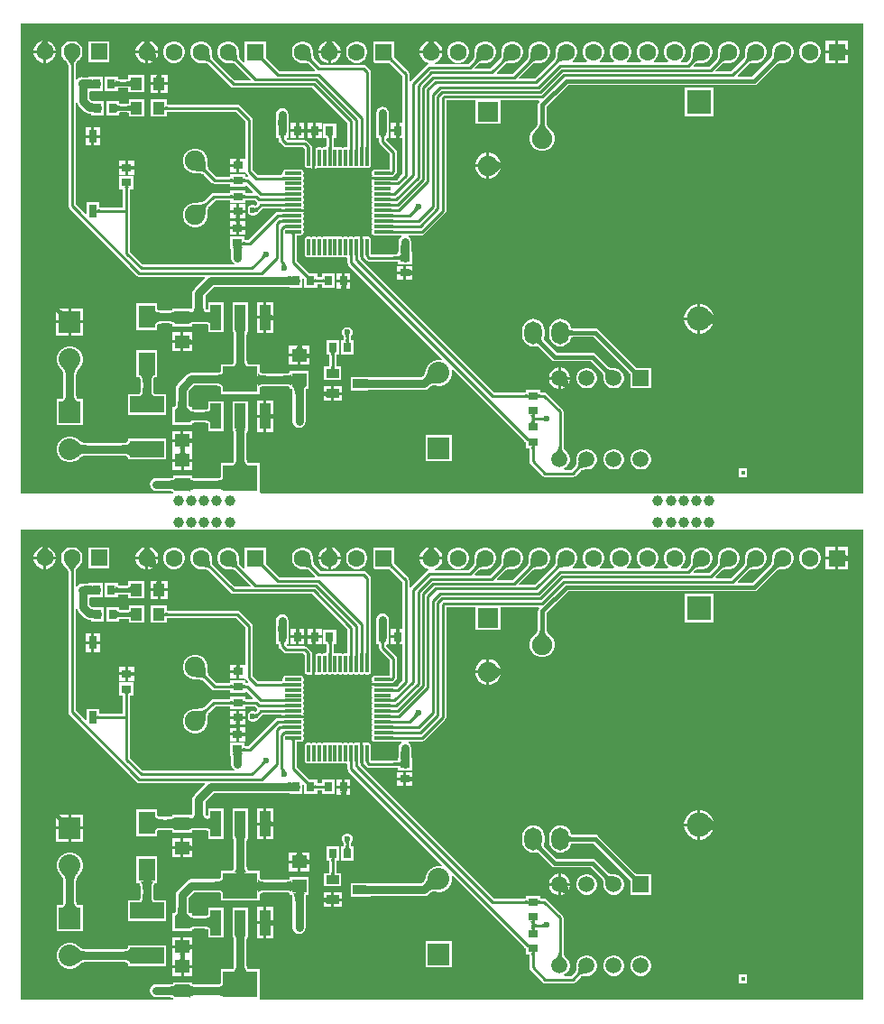
<source format=gtl>
G04*
G04 #@! TF.GenerationSoftware,Altium Limited,Altium Designer,21.9.2 (33)*
G04*
G04 Layer_Physical_Order=1*
G04 Layer_Color=255*
%FSTAX24Y24*%
%MOIN*%
G70*
G04*
G04 #@! TF.SameCoordinates,6253CE77-86D3-43C4-916D-D03A74546D46*
G04*
G04*
G04 #@! TF.FilePolarity,Positive*
G04*
G01*
G75*
%ADD10R,0.0315X0.0472*%
%ADD11R,0.0150X0.0150*%
%ADD12R,0.0374X0.0315*%
%ADD13R,0.0315X0.0374*%
%ADD14R,0.0472X0.0335*%
%ADD15R,0.0550X0.0500*%
%ADD16R,0.1264X0.0610*%
%ADD17R,0.0610X0.0827*%
%ADD18R,0.0394X0.0945*%
%ADD19R,0.1299X0.0945*%
G04:AMPARAMS|DCode=20|XSize=11mil|YSize=61.4mil|CornerRadius=2.8mil|HoleSize=0mil|Usage=FLASHONLY|Rotation=90.000|XOffset=0mil|YOffset=0mil|HoleType=Round|Shape=RoundedRectangle|*
%AMROUNDEDRECTD20*
21,1,0.0110,0.0559,0,0,90.0*
21,1,0.0055,0.0614,0,0,90.0*
1,1,0.0055,0.0280,0.0028*
1,1,0.0055,0.0280,-0.0028*
1,1,0.0055,-0.0280,-0.0028*
1,1,0.0055,-0.0280,0.0028*
%
%ADD20ROUNDEDRECTD20*%
G04:AMPARAMS|DCode=21|XSize=11mil|YSize=61.4mil|CornerRadius=2.8mil|HoleSize=0mil|Usage=FLASHONLY|Rotation=0.000|XOffset=0mil|YOffset=0mil|HoleType=Round|Shape=RoundedRectangle|*
%AMROUNDEDRECTD21*
21,1,0.0110,0.0559,0,0,0.0*
21,1,0.0055,0.0614,0,0,0.0*
1,1,0.0055,0.0028,-0.0280*
1,1,0.0055,-0.0028,-0.0280*
1,1,0.0055,-0.0028,0.0280*
1,1,0.0055,0.0028,0.0280*
%
%ADD21ROUNDEDRECTD21*%
%ADD22R,0.0433X0.0472*%
%ADD23C,0.0300*%
%ADD24C,0.0100*%
%ADD25C,0.0150*%
%ADD26C,0.0394*%
%ADD27R,0.0591X0.0591*%
%ADD28C,0.0591*%
%ADD29R,0.0750X0.0750*%
%ADD30C,0.0750*%
%ADD31R,0.0630X0.0630*%
%ADD32C,0.0630*%
%ADD33C,0.0800*%
%ADD34R,0.0800X0.0800*%
%ADD35O,0.0650X0.0850*%
%ADD36R,0.0900X0.0900*%
%ADD37C,0.0900*%
%ADD38C,0.0236*%
G36*
X031273Y032512D02*
X031266Y032503D01*
X031259Y032488D01*
X031253Y032467D01*
X031248Y03244D01*
X031244Y032407D01*
X031238Y032323D01*
X031236Y032215D01*
X030936D01*
X030936Y032272D01*
X030925Y03244D01*
X03092Y032467D01*
X030914Y032488D01*
X030907Y032503D01*
X030899Y032512D01*
X030891Y032515D01*
X031282D01*
X031273Y032512D01*
D02*
G37*
G36*
X031238Y031417D02*
X031242Y031365D01*
X03125Y03132D01*
X03126Y031281D01*
X031274Y031248D01*
X03129Y031221D01*
X03131Y0312D01*
X031332Y031185D01*
X031358Y031176D01*
X031386Y031173D01*
X030786D01*
X030815Y031176D01*
X03084Y031185D01*
X030863Y0312D01*
X030882Y031221D01*
X030899Y031248D01*
X030912Y031281D01*
X030923Y03132D01*
X03093Y031365D01*
X030935Y031417D01*
X030936Y031474D01*
X031236D01*
X031238Y031417D01*
D02*
G37*
G36*
X030438Y030231D02*
X030435Y030245D01*
X030426Y030258D01*
X030411Y030269D01*
X03039Y030278D01*
X030363Y030286D01*
X03033Y030293D01*
X030291Y030298D01*
X030195Y030304D01*
X030138Y030304D01*
Y030604D01*
X030195Y030606D01*
X030246Y03061D01*
X030292Y030618D01*
X030331Y030628D01*
X030364Y030642D01*
X030391Y030658D01*
X030412Y030678D01*
X030427Y0307D01*
X030436Y030726D01*
X030439Y030754D01*
X030438Y030231D01*
D02*
G37*
G36*
X029223Y030684D02*
X029232Y030668D01*
X029247Y030653D01*
X029268Y03064D01*
X029295Y030629D01*
X029328Y03062D01*
X029367Y030613D01*
X029412Y030608D01*
X02952Y030604D01*
Y030304D01*
X029463Y030303D01*
X029367Y030296D01*
X029328Y030289D01*
X029295Y03028D01*
X029268Y030269D01*
X029247Y030256D01*
X029232Y030241D01*
X029223Y030224D01*
X02922Y030206D01*
Y030703D01*
X029223Y030684D01*
D02*
G37*
G36*
X028673Y030206D02*
X02867Y030226D01*
X028661Y030245D01*
X028646Y030261D01*
X028625Y030275D01*
X028598Y030287D01*
X028565Y030297D01*
X028526Y030305D01*
X028481Y03031D01*
X02843Y030313D01*
X028373Y030314D01*
Y030614D01*
X02843Y030615D01*
X028526Y030622D01*
X028565Y030629D01*
X028598Y030637D01*
X028625Y030646D01*
X028646Y030658D01*
X028661Y030671D01*
X02867Y030686D01*
X028673Y030703D01*
Y030206D01*
D02*
G37*
G36*
X054113Y030138D02*
X031861D01*
X031816Y03015D01*
Y031255D01*
X031383D01*
X031376Y031256D01*
X031369Y031258D01*
X031363Y031262D01*
X031356Y03127D01*
X031347Y031285D01*
X031338Y031307D01*
X03133Y031338D01*
X031323Y031376D01*
X031321Y031404D01*
Y032337D01*
X031325Y032399D01*
X031328Y032427D01*
X03133Y032434D01*
X031363D01*
Y032509D01*
X031364Y03251D01*
X031363Y032512D01*
Y032513D01*
X031364Y032515D01*
X031363Y032517D01*
Y033539D01*
X03081D01*
Y032517D01*
X030809Y032515D01*
X03081Y032513D01*
Y032512D01*
X030809Y03251D01*
X03081Y032509D01*
Y032434D01*
X030843D01*
X030844Y03243D01*
X030852Y032307D01*
Y031404D01*
X030849Y031376D01*
X030843Y031338D01*
X030835Y031307D01*
X030826Y031285D01*
X030817Y03127D01*
X03081Y031262D01*
X030804Y031258D01*
X030797Y031256D01*
X03079Y031255D01*
X030357D01*
Y030751D01*
X030356Y030744D01*
X030354Y030737D01*
X03035Y030731D01*
X030342Y030724D01*
X030327Y030715D01*
X030305Y030706D01*
X030274Y030698D01*
X030236Y030691D01*
X030208Y030689D01*
X029441D01*
X029418Y03069D01*
X029379Y030694D01*
X029346Y0307D01*
X029321Y030707D01*
X029305Y030713D01*
X029301Y030715D01*
Y030784D01*
X029222D01*
X02922Y030785D01*
X029218Y030784D01*
X028674D01*
X028673Y030785D01*
X028671Y030784D01*
X028591D01*
Y030721D01*
X028591Y030721D01*
X028574Y030715D01*
X028549Y030709D01*
X028516Y030703D01*
X028454Y030699D01*
X028027D01*
X027976Y030709D01*
X027887Y030691D01*
X027811Y03064D01*
X02776Y030564D01*
X027742Y030474D01*
X02776Y030385D01*
X027811Y030309D01*
X027821Y030299D01*
X027897Y030248D01*
X027986Y03023D01*
X028456D01*
X028473Y030229D01*
X028513Y030224D01*
X028545Y030218D01*
X028569Y03021D01*
X028585Y030204D01*
X028591Y030199D01*
X028591Y030197D01*
Y030138D01*
X022984D01*
Y047487D01*
X054113D01*
X054113Y030138D01*
D02*
G37*
G36*
X031273Y013808D02*
X031266Y013799D01*
X031259Y013784D01*
X031253Y013763D01*
X031248Y013736D01*
X031244Y013703D01*
X031238Y013619D01*
X031236Y013511D01*
X030936D01*
X030936Y013568D01*
X030925Y013736D01*
X03092Y013763D01*
X030914Y013784D01*
X030907Y013799D01*
X030899Y013808D01*
X030891Y013811D01*
X031282D01*
X031273Y013808D01*
D02*
G37*
G36*
X031238Y012712D02*
X031242Y012661D01*
X03125Y012616D01*
X03126Y012577D01*
X031274Y012544D01*
X03129Y012517D01*
X03131Y012496D01*
X031332Y012481D01*
X031358Y012471D01*
X031386Y012468D01*
X030786D01*
X030815Y012471D01*
X03084Y012481D01*
X030863Y012496D01*
X030882Y012517D01*
X030899Y012544D01*
X030912Y012577D01*
X030923Y012616D01*
X03093Y012661D01*
X030935Y012712D01*
X030936Y01277D01*
X031236D01*
X031238Y012712D01*
D02*
G37*
G36*
X030438Y011527D02*
X030435Y011541D01*
X030426Y011553D01*
X030411Y011564D01*
X03039Y011574D01*
X030363Y011582D01*
X03033Y011588D01*
X030291Y011594D01*
X030195Y011599D01*
X030138Y0116D01*
Y0119D01*
X030195Y011902D01*
X030246Y011906D01*
X030292Y011914D01*
X030331Y011924D01*
X030364Y011938D01*
X030391Y011954D01*
X030412Y011974D01*
X030427Y011996D01*
X030436Y012022D01*
X030439Y01205D01*
X030438Y011527D01*
D02*
G37*
G36*
X029223Y01198D02*
X029232Y011963D01*
X029247Y011949D01*
X029268Y011936D01*
X029295Y011925D01*
X029328Y011916D01*
X029367Y011909D01*
X029412Y011904D01*
X02952Y0119D01*
Y0116D01*
X029463Y011599D01*
X029367Y011591D01*
X029328Y011584D01*
X029295Y011575D01*
X029268Y011565D01*
X029247Y011552D01*
X029232Y011537D01*
X029223Y01152D01*
X02922Y011501D01*
Y011999D01*
X029223Y01198D01*
D02*
G37*
G36*
X028673Y011501D02*
X02867Y011522D01*
X028661Y011541D01*
X028646Y011557D01*
X028625Y011571D01*
X028598Y011583D01*
X028565Y011593D01*
X028526Y0116D01*
X028481Y011606D01*
X02843Y011609D01*
X028373Y01161D01*
Y01191D01*
X02843Y011911D01*
X028526Y011918D01*
X028565Y011924D01*
X028598Y011932D01*
X028625Y011942D01*
X028646Y011954D01*
X028661Y011967D01*
X02867Y011982D01*
X028673Y011999D01*
Y011501D01*
D02*
G37*
G36*
X054113Y011434D02*
X031861D01*
X031816Y011446D01*
Y012551D01*
X031383D01*
X031376Y012552D01*
X031369Y012554D01*
X031363Y012558D01*
X031356Y012566D01*
X031347Y012581D01*
X031338Y012603D01*
X03133Y012633D01*
X031323Y012671D01*
X031321Y0127D01*
Y013633D01*
X031325Y013695D01*
X031328Y013723D01*
X03133Y013729D01*
X031363D01*
Y013805D01*
X031364Y013806D01*
X031363Y013807D01*
Y013809D01*
X031364Y013811D01*
X031363Y013812D01*
Y014834D01*
X03081D01*
Y013812D01*
X030809Y013811D01*
X03081Y013809D01*
Y013807D01*
X030809Y013806D01*
X03081Y013805D01*
Y013729D01*
X030843D01*
X030844Y013725D01*
X030852Y013603D01*
Y0127D01*
X030849Y012671D01*
X030843Y012633D01*
X030835Y012603D01*
X030826Y012581D01*
X030817Y012566D01*
X03081Y012558D01*
X030804Y012554D01*
X030797Y012552D01*
X03079Y012551D01*
X030357D01*
Y012047D01*
X030356Y01204D01*
X030354Y012033D01*
X03035Y012027D01*
X030342Y01202D01*
X030327Y012011D01*
X030305Y012002D01*
X030274Y011993D01*
X030236Y011987D01*
X030208Y011985D01*
X029441D01*
X029418Y011986D01*
X029379Y01199D01*
X029346Y011996D01*
X029321Y012002D01*
X029305Y012009D01*
X029301Y012011D01*
Y01208D01*
X029222D01*
X02922Y012081D01*
X029218Y01208D01*
X028674D01*
X028673Y012081D01*
X028671Y01208D01*
X028591D01*
Y012017D01*
X028591Y012017D01*
X028574Y012011D01*
X028549Y012004D01*
X028516Y011999D01*
X028454Y011995D01*
X028027D01*
X027976Y012005D01*
X027887Y011987D01*
X027811Y011936D01*
X02776Y01186D01*
X027742Y01177D01*
X02776Y01168D01*
X027811Y011604D01*
X027821Y011594D01*
X027897Y011544D01*
X027986Y011526D01*
X028456D01*
X028473Y011525D01*
X028513Y01152D01*
X028545Y011513D01*
X028569Y011506D01*
X028585Y011499D01*
X028591Y011495D01*
X028591Y011493D01*
Y011434D01*
X022984D01*
Y028783D01*
X054113D01*
X054113Y011434D01*
D02*
G37*
%LPC*%
G36*
X053551Y046859D02*
X053186D01*
Y046494D01*
X053449D01*
Y046594D01*
X053451Y04658D01*
X053455Y046567D01*
X053463Y046556D01*
X053473Y046546D01*
X053487Y046538D01*
X053503Y046531D01*
X053523Y046526D01*
X053546Y046522D01*
X053551Y046522D01*
Y046859D01*
D02*
G37*
G36*
X023949Y046859D02*
X023955Y046845D01*
X023968Y046818D01*
X023984Y046791D01*
X024003Y046764D01*
X024025Y046736D01*
X024049Y046708D01*
X024077Y046679D01*
X023906D01*
Y046504D01*
X024271D01*
Y046509D01*
X024243Y046615D01*
X024188Y046709D01*
X024111Y046786D01*
X024017Y046841D01*
X023949Y046859D01*
D02*
G37*
G36*
X023764D02*
X023696Y046841D01*
X023602Y046786D01*
X023524Y046709D01*
X02347Y046615D01*
X023441Y046509D01*
Y046504D01*
X023806D01*
Y046679D01*
X023636D01*
X023664Y046708D01*
X02371Y046764D01*
X023729Y046791D01*
X023745Y046818D01*
X023758Y046845D01*
X023764Y046859D01*
D02*
G37*
G36*
X027729Y046849D02*
X027735Y046835D01*
X027748Y046808D01*
X027764Y046781D01*
X027783Y046754D01*
X027805Y046726D01*
X027829Y046698D01*
X027857Y046669D01*
X027686D01*
Y046494D01*
X028051D01*
Y046499D01*
X028023Y046605D01*
X027968Y046699D01*
X027891Y046776D01*
X027797Y046831D01*
X027729Y046849D01*
D02*
G37*
G36*
X038229D02*
X038235Y046835D01*
X038248Y046808D01*
X038264Y046781D01*
X038283Y046754D01*
X038305Y046726D01*
X038329Y046698D01*
X038357Y046669D01*
X038186D01*
Y046494D01*
X038551D01*
Y046499D01*
X038523Y046605D01*
X038468Y046699D01*
X038391Y046776D01*
X038297Y046831D01*
X038229Y046849D01*
D02*
G37*
G36*
X034479D02*
X034485Y046835D01*
X034498Y046808D01*
X034514Y046781D01*
X034533Y046754D01*
X034555Y046726D01*
X034579Y046698D01*
X034607Y046669D01*
X034436D01*
Y046494D01*
X034801D01*
Y046499D01*
X034773Y046605D01*
X034718Y046699D01*
X034641Y046776D01*
X034547Y046831D01*
X034479Y046849D01*
D02*
G37*
G36*
X053086Y046859D02*
X052721D01*
Y046494D01*
X053086D01*
Y046859D01*
D02*
G37*
G36*
X027544Y046849D02*
X027476Y046831D01*
X027382Y046776D01*
X027304Y046699D01*
X02725Y046605D01*
X027221Y046499D01*
Y046494D01*
X027586D01*
Y046669D01*
X027416D01*
X027444Y046698D01*
X02749Y046754D01*
X027509Y046781D01*
X027525Y046808D01*
X027538Y046835D01*
X027544Y046849D01*
D02*
G37*
G36*
X034294D02*
X034226Y046831D01*
X034132Y046776D01*
X034054Y046699D01*
X034Y046605D01*
X033971Y046499D01*
Y046494D01*
X034336D01*
Y046669D01*
X034166D01*
X034194Y046698D01*
X03424Y046754D01*
X034259Y046781D01*
X034275Y046808D01*
X034288Y046835D01*
X034294Y046849D01*
D02*
G37*
G36*
X038044D02*
X037976Y046831D01*
X037882Y046776D01*
X037804Y046699D01*
X03775Y046605D01*
X037721Y046499D01*
Y046494D01*
X038086D01*
Y046669D01*
X037916D01*
X037944Y046698D01*
X03799Y046754D01*
X038009Y046781D01*
X038025Y046808D01*
X038038Y046835D01*
X038044Y046849D01*
D02*
G37*
G36*
X028051Y046394D02*
X027953D01*
X027958Y046329D01*
X027964Y046296D01*
X027972Y046266D01*
X027982Y046238D01*
X027988Y046224D01*
X028023Y046284D01*
X028051Y04639D01*
Y046394D01*
D02*
G37*
G36*
X027905D02*
X027686D01*
Y046176D01*
X027905Y046394D01*
D02*
G37*
G36*
X026251Y046849D02*
X025461D01*
Y046059D01*
X026251D01*
Y046849D01*
D02*
G37*
G36*
X052188Y046839D02*
X052084D01*
X051984Y046812D01*
X051894Y04676D01*
X05182Y046687D01*
X051768Y046597D01*
X051741Y046496D01*
Y046392D01*
X051768Y046292D01*
X05182Y046202D01*
X051894Y046128D01*
X051984Y046076D01*
X052084Y046049D01*
X052188D01*
X052289Y046076D01*
X052379Y046128D01*
X052453Y046202D01*
X052504Y046292D01*
X052531Y046392D01*
Y046496D01*
X052504Y046597D01*
X052453Y046687D01*
X052379Y04676D01*
X052289Y046812D01*
X052188Y046839D01*
D02*
G37*
G36*
X039188D02*
X039084D01*
X038984Y046812D01*
X038894Y04676D01*
X03882Y046687D01*
X038768Y046597D01*
X038741Y046496D01*
Y046392D01*
X038768Y046292D01*
X03882Y046202D01*
X038894Y046128D01*
X038984Y046076D01*
X039084Y046049D01*
X039188D01*
X039289Y046076D01*
X039379Y046128D01*
X039453Y046202D01*
X039504Y046292D01*
X039531Y046392D01*
Y046496D01*
X039504Y046597D01*
X039453Y046687D01*
X039379Y04676D01*
X039289Y046812D01*
X039188Y046839D01*
D02*
G37*
G36*
X035438D02*
X035334D01*
X035234Y046812D01*
X035144Y04676D01*
X03507Y046687D01*
X035018Y046597D01*
X034991Y046496D01*
Y046392D01*
X035018Y046292D01*
X03507Y046202D01*
X035144Y046128D01*
X035234Y046076D01*
X035334Y046049D01*
X035438D01*
X035539Y046076D01*
X035629Y046128D01*
X035703Y046202D01*
X035754Y046292D01*
X035781Y046392D01*
Y046496D01*
X035754Y046597D01*
X035703Y046687D01*
X035629Y04676D01*
X035539Y046812D01*
X035438Y046839D01*
D02*
G37*
G36*
X028688D02*
X028584D01*
X028484Y046812D01*
X028394Y04676D01*
X02832Y046687D01*
X028268Y046597D01*
X028241Y046496D01*
Y046392D01*
X028268Y046292D01*
X02832Y046202D01*
X028394Y046128D01*
X028484Y046076D01*
X028584Y046049D01*
X028688D01*
X028789Y046076D01*
X028879Y046128D01*
X028953Y046202D01*
X029004Y046292D01*
X029031Y046392D01*
Y046496D01*
X029004Y046597D01*
X028953Y046687D01*
X028879Y04676D01*
X028789Y046812D01*
X028688Y046839D01*
D02*
G37*
G36*
X024271Y046404D02*
X023906D01*
Y046039D01*
X023911D01*
X024017Y046068D01*
X024111Y046122D01*
X024188Y0462D01*
X024243Y046294D01*
X024271Y0464D01*
Y046404D01*
D02*
G37*
G36*
X023806D02*
X023441D01*
Y0464D01*
X02347Y046294D01*
X023524Y0462D01*
X023602Y046122D01*
X023696Y046068D01*
X023802Y046039D01*
X023806D01*
Y046404D01*
D02*
G37*
G36*
X053449Y046394D02*
X053186D01*
Y046029D01*
X053551D01*
Y046367D01*
X053546Y046366D01*
X053523Y046363D01*
X053503Y046357D01*
X053487Y046351D01*
X053473Y046342D01*
X053463Y046333D01*
X053455Y046321D01*
X053451Y046309D01*
X053449Y046294D01*
Y046394D01*
D02*
G37*
G36*
X053086D02*
X052721D01*
Y046029D01*
X053086D01*
Y046394D01*
D02*
G37*
G36*
X034801D02*
X034436D01*
Y046029D01*
X034441D01*
X034547Y046058D01*
X034641Y046112D01*
X034718Y04619D01*
X034773Y046284D01*
X034801Y04639D01*
Y046394D01*
D02*
G37*
G36*
X034336D02*
X033971D01*
Y04639D01*
X034Y046284D01*
X034054Y04619D01*
X034132Y046112D01*
X034226Y046058D01*
X034332Y046029D01*
X034336D01*
Y046394D01*
D02*
G37*
G36*
X027686Y046128D02*
Y046029D01*
X027691D01*
X027797Y046058D01*
X027857Y046093D01*
X027843Y046099D01*
X027815Y046108D01*
X027784Y046116D01*
X027752Y046122D01*
X027717Y046127D01*
X027686Y046128D01*
D02*
G37*
G36*
X027586Y046394D02*
X027221D01*
Y04639D01*
X02725Y046284D01*
X027304Y04619D01*
X027382Y046112D01*
X027476Y046058D01*
X027582Y046029D01*
X027586D01*
Y046394D01*
D02*
G37*
G36*
X033438Y046839D02*
X033334D01*
X033234Y046812D01*
X033144Y04676D01*
X03307Y046687D01*
X033018Y046597D01*
X032991Y046496D01*
Y046392D01*
X033018Y046292D01*
X03307Y046202D01*
X033144Y046128D01*
X033234Y046076D01*
X033334Y046049D01*
X033382D01*
X033389Y046048D01*
X033433Y046048D01*
X03351Y046043D01*
X033541Y046038D01*
X033569Y046033D01*
X033593Y046026D01*
X033612Y046019D01*
X033628Y046012D01*
X033639Y046004D01*
X033639Y046004D01*
X033846Y045797D01*
X033826Y045747D01*
X032521D01*
X032062Y046207D01*
X032046Y046224D01*
X032035Y046237D01*
X032031Y046242D01*
Y04627D01*
X032032Y046272D01*
X032031Y046274D01*
Y046839D01*
X031241D01*
Y046098D01*
X031191Y046077D01*
X031077Y046191D01*
X031076Y046192D01*
X031069Y046203D01*
X031062Y046219D01*
X031055Y046238D01*
X031048Y046262D01*
X031043Y04629D01*
X031038Y046321D01*
X031033Y046398D01*
X031033Y046442D01*
X031031Y046449D01*
Y046496D01*
X031004Y046597D01*
X030952Y046687D01*
X030879Y04676D01*
X030789Y046812D01*
X030688Y046839D01*
X030584D01*
X030484Y046812D01*
X030394Y04676D01*
X03032Y046687D01*
X030268Y046597D01*
X030241Y046496D01*
Y046392D01*
X030268Y046292D01*
X03032Y046202D01*
X030394Y046128D01*
X030484Y046076D01*
X030584Y046049D01*
X030632D01*
X030639Y046048D01*
X030683Y046048D01*
X03076Y046043D01*
X030791Y046038D01*
X030819Y046033D01*
X030843Y046026D01*
X030862Y046019D01*
X030878Y046012D01*
X030889Y046004D01*
X030889Y046004D01*
X03146Y045433D01*
X031441Y045387D01*
X030881D01*
X030077Y046191D01*
X030076Y046192D01*
X030069Y046203D01*
X030062Y046219D01*
X030055Y046238D01*
X030048Y046262D01*
X030043Y04629D01*
X030038Y046321D01*
X030033Y046398D01*
X030033Y046442D01*
X030031Y046449D01*
Y046496D01*
X030004Y046597D01*
X029952Y046687D01*
X029879Y04676D01*
X029789Y046812D01*
X029688Y046839D01*
X029584D01*
X029484Y046812D01*
X029394Y04676D01*
X02932Y046687D01*
X029268Y046597D01*
X029241Y046496D01*
Y046392D01*
X029268Y046292D01*
X02932Y046202D01*
X029394Y046128D01*
X029484Y046076D01*
X029584Y046049D01*
X029632D01*
X029639Y046048D01*
X029683Y046048D01*
X02976Y046043D01*
X029791Y046038D01*
X029819Y046033D01*
X029843Y046026D01*
X029862Y046019D01*
X029878Y046012D01*
X029889Y046004D01*
X029889Y046004D01*
X030733Y045161D01*
X030776Y045132D01*
X030826Y045122D01*
X033752D01*
X035046Y043828D01*
Y042959D01*
X035009Y042929D01*
X034954D01*
X034912Y042921D01*
X034883Y042902D01*
X034854Y042921D01*
X034812Y042929D01*
X034757D01*
X034715Y042921D01*
X034686Y042902D01*
X034658Y042921D01*
X034616Y042929D01*
X03456D01*
X034524Y042959D01*
Y043277D01*
X034624D01*
Y043811D01*
X034149D01*
Y043277D01*
X034259D01*
Y042959D01*
X034222Y042929D01*
X034167D01*
X034125Y042921D01*
X034096Y042902D01*
X034067Y042921D01*
X034025Y042929D01*
X03397D01*
X033928Y042921D01*
X033917Y042914D01*
X033878Y04294D01*
X033851Y042945D01*
Y042933D01*
X033853Y04283D01*
X033851D01*
Y04254D01*
Y042135D01*
X033878Y04214D01*
X033917Y042166D01*
X033928Y042159D01*
X03397Y042151D01*
X034025D01*
X034067Y042159D01*
X034096Y042179D01*
X034125Y042159D01*
X034167Y042151D01*
X034222D01*
X034264Y042159D01*
X034293Y042179D01*
X034322Y042159D01*
X034364Y042151D01*
X034419D01*
X034461Y042159D01*
X03449Y042179D01*
X034518Y042159D01*
X03456Y042151D01*
X034616D01*
X034658Y042159D01*
X034686Y042179D01*
X034715Y042159D01*
X034757Y042151D01*
X034812D01*
X034854Y042159D01*
X034883Y042179D01*
X034912Y042159D01*
X034954Y042151D01*
X035009D01*
X035051Y042159D01*
X03508Y042179D01*
X035109Y042159D01*
X035151Y042151D01*
X035206D01*
X035248Y042159D01*
X035277Y042179D01*
X035306Y042159D01*
X035348Y042151D01*
X035403D01*
X035445Y042159D01*
X035474Y042179D01*
X035503Y042159D01*
X035545Y042151D01*
X0356D01*
X035642Y042159D01*
X035671Y042179D01*
X0357Y042159D01*
X035742Y042151D01*
X035797D01*
X035839Y042159D01*
X035874Y042183D01*
X035898Y042219D01*
X035906Y042261D01*
Y04282D01*
X035903Y042837D01*
X035902Y042892D01*
Y045712D01*
X035892Y045762D01*
X035863Y045805D01*
X03573Y045938D01*
X035687Y045967D01*
X035636Y045977D01*
X034041D01*
X033827Y046191D01*
X033826Y046192D01*
X033819Y046203D01*
X033812Y046219D01*
X033805Y046238D01*
X033798Y046262D01*
X033793Y04629D01*
X033788Y046321D01*
X033783Y046398D01*
X033783Y046442D01*
X033781Y046449D01*
Y046496D01*
X033754Y046597D01*
X033702Y046687D01*
X033629Y04676D01*
X033539Y046812D01*
X033438Y046839D01*
D02*
G37*
G36*
X051188D02*
X051084D01*
X050984Y046812D01*
X050894Y04676D01*
X05082Y046687D01*
X050768Y046597D01*
X050741Y046496D01*
Y04645D01*
X05074Y046442D01*
X050739Y046405D01*
X050737Y046372D01*
X050734Y046341D01*
X050729Y046314D01*
X050722Y046289D01*
X050715Y046268D01*
X050706Y046249D01*
X050697Y046232D01*
X050688Y04622D01*
X050006Y045537D01*
X049482D01*
X049463Y045584D01*
X049883Y046004D01*
X049884Y046004D01*
X049895Y046012D01*
X049911Y046019D01*
X04993Y046026D01*
X049954Y046033D01*
X049982Y046038D01*
X050013Y046043D01*
X05009Y046048D01*
X050134Y046048D01*
X050141Y046049D01*
X050188D01*
X050289Y046076D01*
X050379Y046128D01*
X050452Y046202D01*
X050504Y046292D01*
X050531Y046392D01*
Y046496D01*
X050504Y046597D01*
X050452Y046687D01*
X050379Y04676D01*
X050289Y046812D01*
X050188Y046839D01*
X050084D01*
X049984Y046812D01*
X049894Y04676D01*
X04982Y046687D01*
X049768Y046597D01*
X049741Y046496D01*
Y046449D01*
X04974Y046442D01*
X04974Y046398D01*
X049735Y046321D01*
X04973Y04629D01*
X049725Y046262D01*
X049718Y046238D01*
X049711Y046219D01*
X049704Y046203D01*
X049696Y046192D01*
X049696Y046191D01*
X049222Y045717D01*
X048662D01*
X048643Y045763D01*
X048883Y046004D01*
X048884Y046004D01*
X048895Y046012D01*
X048911Y046019D01*
X04893Y046026D01*
X048954Y046033D01*
X048982Y046038D01*
X049013Y046043D01*
X04909Y046048D01*
X049134Y046048D01*
X049141Y046049D01*
X049188D01*
X049289Y046076D01*
X049379Y046128D01*
X049453Y046202D01*
X049504Y046292D01*
X049531Y046392D01*
Y046496D01*
X049504Y046597D01*
X049453Y046687D01*
X049379Y04676D01*
X049289Y046812D01*
X049188Y046839D01*
X049084D01*
X048984Y046812D01*
X048894Y04676D01*
X04882Y046687D01*
X048768Y046597D01*
X048741Y046496D01*
Y046449D01*
X04874Y046442D01*
X04874Y046398D01*
X048735Y046321D01*
X04873Y04629D01*
X048725Y046262D01*
X048718Y046238D01*
X048711Y046219D01*
X048704Y046203D01*
X048696Y046192D01*
X048696Y046191D01*
X048402Y045897D01*
X047842D01*
X047823Y045943D01*
X047883Y046004D01*
X047884Y046004D01*
X047895Y046012D01*
X047911Y046019D01*
X04793Y046026D01*
X047954Y046033D01*
X047982Y046038D01*
X048013Y046043D01*
X04809Y046048D01*
X048134Y046048D01*
X048141Y046049D01*
X048188D01*
X048289Y046076D01*
X048379Y046128D01*
X048453Y046202D01*
X048504Y046292D01*
X048531Y046392D01*
Y046496D01*
X048504Y046597D01*
X048453Y046687D01*
X048379Y04676D01*
X048289Y046812D01*
X048188Y046839D01*
X048084D01*
X047984Y046812D01*
X047894Y04676D01*
X04782Y046687D01*
X047768Y046597D01*
X047741Y046496D01*
Y046449D01*
X04774Y046442D01*
X04774Y046398D01*
X047735Y046321D01*
X04773Y04629D01*
X047725Y046262D01*
X047718Y046238D01*
X047711Y046219D01*
X047704Y046203D01*
X047696Y046192D01*
X047696Y046191D01*
X047582Y046077D01*
X047387D01*
X047374Y046125D01*
X047379Y046128D01*
X047453Y046202D01*
X047504Y046292D01*
X047531Y046392D01*
Y046496D01*
X047504Y046597D01*
X047453Y046687D01*
X047379Y04676D01*
X047289Y046812D01*
X047188Y046839D01*
X047084D01*
X046984Y046812D01*
X046894Y04676D01*
X04682Y046687D01*
X046768Y046597D01*
X046741Y046496D01*
Y046392D01*
X046768Y046292D01*
X04682Y046202D01*
X046894Y046128D01*
X046899Y046125D01*
X046886Y046077D01*
X046387D01*
X046374Y046125D01*
X046379Y046128D01*
X046452Y046202D01*
X046504Y046292D01*
X046531Y046392D01*
Y046496D01*
X046504Y046597D01*
X046452Y046687D01*
X046379Y04676D01*
X046289Y046812D01*
X046188Y046839D01*
X046084D01*
X045984Y046812D01*
X045894Y04676D01*
X04582Y046687D01*
X045768Y046597D01*
X045741Y046496D01*
Y046392D01*
X045768Y046292D01*
X04582Y046202D01*
X045894Y046128D01*
X045899Y046125D01*
X045886Y046077D01*
X045387D01*
X045374Y046125D01*
X045379Y046128D01*
X045452Y046202D01*
X045504Y046292D01*
X045531Y046392D01*
Y046496D01*
X045504Y046597D01*
X045452Y046687D01*
X045379Y04676D01*
X045289Y046812D01*
X045188Y046839D01*
X045084D01*
X044984Y046812D01*
X044894Y04676D01*
X04482Y046687D01*
X044768Y046597D01*
X044741Y046496D01*
Y046392D01*
X044768Y046292D01*
X04482Y046202D01*
X044894Y046128D01*
X044899Y046125D01*
X044886Y046077D01*
X044387D01*
X044374Y046125D01*
X044379Y046128D01*
X044453Y046202D01*
X044504Y046292D01*
X044531Y046392D01*
Y046496D01*
X044504Y046597D01*
X044453Y046687D01*
X044379Y04676D01*
X044289Y046812D01*
X044188Y046839D01*
X044084D01*
X043984Y046812D01*
X043894Y04676D01*
X04382Y046687D01*
X043768Y046597D01*
X043741Y046496D01*
Y046392D01*
X043768Y046292D01*
X04382Y046202D01*
X043894Y046128D01*
X043899Y046125D01*
X043886Y046077D01*
X043387D01*
X043374Y046125D01*
X043379Y046128D01*
X043453Y046202D01*
X043504Y046292D01*
X043531Y046392D01*
Y046496D01*
X043504Y046597D01*
X043453Y046687D01*
X043379Y04676D01*
X043289Y046812D01*
X043188Y046839D01*
X043084D01*
X042984Y046812D01*
X042894Y04676D01*
X04282Y046687D01*
X042768Y046597D01*
X042741Y046496D01*
Y046449D01*
X04274Y046442D01*
X04274Y046398D01*
X042735Y046321D01*
X04273Y04629D01*
X042725Y046262D01*
X042718Y046238D01*
X042711Y046219D01*
X042704Y046203D01*
X042696Y046192D01*
X042696Y046191D01*
X041962Y045457D01*
X041402D01*
X041383Y045503D01*
X041883Y046004D01*
X041884Y046004D01*
X041895Y046012D01*
X041911Y046019D01*
X04193Y046026D01*
X041954Y046033D01*
X041982Y046038D01*
X042013Y046043D01*
X04209Y046048D01*
X042134Y046048D01*
X042141Y046049D01*
X042188D01*
X042289Y046076D01*
X042379Y046128D01*
X042453Y046202D01*
X042504Y046292D01*
X042531Y046392D01*
Y046496D01*
X042504Y046597D01*
X042453Y046687D01*
X042379Y04676D01*
X042289Y046812D01*
X042188Y046839D01*
X042084D01*
X041984Y046812D01*
X041894Y04676D01*
X04182Y046687D01*
X041768Y046597D01*
X041741Y046496D01*
Y046449D01*
X04174Y046442D01*
X04174Y046398D01*
X041735Y046321D01*
X04173Y04629D01*
X041725Y046262D01*
X041718Y046238D01*
X041711Y046219D01*
X041704Y046203D01*
X041696Y046192D01*
X041696Y046191D01*
X041142Y045637D01*
X040582D01*
X040563Y045683D01*
X040883Y046004D01*
X040884Y046004D01*
X040895Y046012D01*
X040911Y046019D01*
X04093Y046026D01*
X040954Y046033D01*
X040982Y046038D01*
X041013Y046043D01*
X04109Y046048D01*
X041134Y046048D01*
X041141Y046049D01*
X041188D01*
X041289Y046076D01*
X041379Y046128D01*
X041452Y046202D01*
X041504Y046292D01*
X041531Y046392D01*
Y046496D01*
X041504Y046597D01*
X041452Y046687D01*
X041379Y04676D01*
X041289Y046812D01*
X041188Y046839D01*
X041084D01*
X040984Y046812D01*
X040894Y04676D01*
X04082Y046687D01*
X040768Y046597D01*
X040741Y046496D01*
Y046449D01*
X04074Y046442D01*
X04074Y046398D01*
X040735Y046321D01*
X04073Y04629D01*
X040725Y046262D01*
X040718Y046238D01*
X040711Y046219D01*
X040704Y046203D01*
X040696Y046192D01*
X040696Y046191D01*
X040322Y045817D01*
X039762D01*
X039743Y045863D01*
X039883Y046004D01*
X039884Y046004D01*
X039895Y046012D01*
X039911Y046019D01*
X03993Y046026D01*
X039954Y046033D01*
X039982Y046038D01*
X040013Y046043D01*
X04009Y046048D01*
X040134Y046048D01*
X040141Y046049D01*
X040188D01*
X040289Y046076D01*
X040379Y046128D01*
X040452Y046202D01*
X040504Y046292D01*
X040531Y046392D01*
Y046496D01*
X040504Y046597D01*
X040452Y046687D01*
X040379Y04676D01*
X040289Y046812D01*
X040188Y046839D01*
X040084D01*
X039984Y046812D01*
X039894Y04676D01*
X03982Y046687D01*
X039768Y046597D01*
X039741Y046496D01*
Y046449D01*
X03974Y046442D01*
X03974Y046398D01*
X039735Y046321D01*
X03973Y04629D01*
X039725Y046262D01*
X039718Y046238D01*
X039711Y046219D01*
X039704Y046203D01*
X039696Y046192D01*
X039696Y046191D01*
X039502Y045997D01*
X038263D01*
X038256Y046047D01*
X038297Y046058D01*
X038391Y046112D01*
X038468Y04619D01*
X038523Y046284D01*
X038551Y04639D01*
Y046394D01*
X038136D01*
X037721D01*
Y04639D01*
X03775Y046284D01*
X037804Y04619D01*
X037882Y046112D01*
X037976Y046058D01*
X038035Y046042D01*
X038034Y045991D01*
X038015Y045987D01*
X037972Y045958D01*
X037385Y04537D01*
X037379Y045362D01*
X037329Y045377D01*
Y045634D01*
X037319Y045685D01*
X03729Y045728D01*
X036812Y046207D01*
X036796Y046224D01*
X036785Y046237D01*
X036781Y046242D01*
Y04627D01*
X036782Y046272D01*
X036781Y046274D01*
Y046839D01*
X035991D01*
Y046049D01*
X036557D01*
X036559Y046049D01*
X036561Y046049D01*
X036588D01*
X036593Y046046D01*
X03662Y046023D01*
X037064Y045579D01*
Y043831D01*
X036952D01*
Y04383D01*
X036953Y043811D01*
X036954Y043794D01*
X036957Y043779D01*
X03696Y043765D01*
X036965Y043754D01*
X03697Y043745D01*
X036977Y043738D01*
X036984Y043733D01*
X036993Y04373D01*
X037002Y043729D01*
X036952D01*
Y043544D01*
Y04336D01*
X037016D01*
X037007Y043359D01*
X036998Y043356D01*
X036991Y043351D01*
X036984Y043344D01*
X036979Y043334D01*
X036974Y043323D01*
X036971Y04331D01*
X036968Y043295D01*
X036967Y043278D01*
X036966Y043259D01*
X036952D01*
Y043257D01*
X037064D01*
Y041934D01*
X036846Y041716D01*
X036772D01*
X03676Y04173D01*
X036725D01*
Y04173D01*
X036622Y041728D01*
Y04173D01*
X036332D01*
X035927D01*
X035932Y041703D01*
X035959Y041664D01*
X035951Y041653D01*
X035943Y041611D01*
Y041556D01*
X035951Y041514D01*
X035971Y041485D01*
X035951Y041456D01*
X035943Y041414D01*
Y041359D01*
X035951Y041317D01*
X035971Y041288D01*
X035951Y041259D01*
X035943Y041217D01*
Y041162D01*
X035951Y04112D01*
X035971Y041091D01*
X035951Y041062D01*
X035943Y04102D01*
Y040965D01*
X035951Y040923D01*
X035971Y040894D01*
X035951Y040865D01*
X035943Y040824D01*
Y040768D01*
X035951Y040726D01*
X035971Y040698D01*
X035951Y040669D01*
X035943Y040627D01*
Y040572D01*
X035951Y04053D01*
X035971Y040501D01*
X035951Y040472D01*
X035943Y04043D01*
Y040375D01*
X035951Y040333D01*
X035971Y040304D01*
X035951Y040275D01*
X035943Y040233D01*
Y040178D01*
X035951Y040136D01*
X035971Y040107D01*
X035951Y040078D01*
X035943Y040036D01*
Y039981D01*
X035951Y039939D01*
X035971Y03991D01*
X035951Y039881D01*
X035943Y039839D01*
Y039784D01*
X035951Y039742D01*
X035975Y039707D01*
X036011Y039683D01*
X036053Y039674D01*
X036612D01*
X036629Y039678D01*
X036684Y039679D01*
X037034D01*
X03705Y039629D01*
X037002Y039598D01*
X037001Y039597D01*
X036951Y039521D01*
X036933Y039431D01*
Y039161D01*
X036932Y039147D01*
X036927Y039081D01*
X036927Y039077D01*
X036899D01*
Y038998D01*
X036899Y038996D01*
X036867Y038983D01*
X036854Y038978D01*
X036781Y038973D01*
X035907D01*
Y039244D01*
X035906Y039246D01*
Y039528D01*
X035898Y03957D01*
X035874Y039606D01*
X035839Y03963D01*
X035797Y039638D01*
X035742D01*
X0357Y03963D01*
X035689Y039622D01*
X03565Y039648D01*
X035622Y039654D01*
Y039249D01*
X035522D01*
Y039654D01*
X035495Y039648D01*
X035456Y039622D01*
X035445Y03963D01*
X035403Y039638D01*
X035348D01*
X035306Y03963D01*
X035277Y03961D01*
X035248Y03963D01*
X035206Y039638D01*
X035151D01*
X035109Y03963D01*
X03508Y03961D01*
X035051Y03963D01*
X035009Y039638D01*
X034954D01*
X034912Y03963D01*
X034883Y03961D01*
X034854Y03963D01*
X034812Y039638D01*
X034757D01*
X034715Y03963D01*
X034686Y03961D01*
X034658Y03963D01*
X034616Y039638D01*
X03456D01*
X034518Y03963D01*
X03449Y03961D01*
X034461Y03963D01*
X034419Y039638D01*
X034364D01*
X034322Y03963D01*
X034293Y03961D01*
X034264Y03963D01*
X034222Y039638D01*
X034167D01*
X034125Y03963D01*
X034096Y03961D01*
X034067Y03963D01*
X034025Y039638D01*
X03397D01*
X033928Y03963D01*
X033899Y03961D01*
X03387Y03963D01*
X033828Y039638D01*
X033773D01*
X033731Y03963D01*
X033702Y03961D01*
X033673Y03963D01*
X033631Y039638D01*
X033576D01*
X033534Y03963D01*
X033499Y039606D01*
X033475Y03957D01*
X033467Y039528D01*
Y038969D01*
X033475Y038927D01*
X033499Y038892D01*
X033534Y038868D01*
X033576Y03886D01*
X033631D01*
X033673Y038868D01*
X033702Y038887D01*
X033731Y038868D01*
X033773Y03886D01*
X033828D01*
X03387Y038868D01*
X033899Y038887D01*
X033928Y038868D01*
X03397Y03886D01*
X034025D01*
X034067Y038868D01*
X034096Y038887D01*
X034125Y038868D01*
X034167Y03886D01*
X034222D01*
X034264Y038868D01*
X034293Y038887D01*
X034322Y038868D01*
X034364Y03886D01*
X034419D01*
X034461Y038868D01*
X03449Y038887D01*
X034518Y038868D01*
X03456Y03886D01*
X034616D01*
X034658Y038868D01*
X034686Y038887D01*
X034715Y038868D01*
X034757Y03886D01*
X034812D01*
X034854Y038868D01*
X034883Y038887D01*
X034912Y038868D01*
X034954Y03886D01*
X035009D01*
X035046Y038829D01*
Y038666D01*
X035056Y038615D01*
X035085Y038572D01*
X038548Y035109D01*
X038522Y035064D01*
X038483Y035074D01*
X038357D01*
X038235Y035042D01*
X038125Y034978D01*
X038036Y034889D01*
X037973Y03478D01*
X037955Y034714D01*
X037952Y034707D01*
X037943Y034675D01*
X037934Y034645D01*
X037922Y034617D01*
X03791Y034589D01*
X037895Y034561D01*
X037879Y034535D01*
X037861Y034509D01*
X037832Y034473D01*
X037788Y034429D01*
X035829D01*
X035795Y03443D01*
Y034442D01*
X035716D01*
X035714Y034442D01*
X035714Y034442D01*
X035714Y034442D01*
X035712Y034442D01*
X035162D01*
Y033947D01*
X035712D01*
X035714Y033947D01*
X035715Y033947D01*
X035716D01*
X035718Y033947D01*
X035723Y033947D01*
X035795D01*
Y033951D01*
X035961Y03396D01*
X037885D01*
X037975Y033978D01*
X038051Y034029D01*
X038101Y034079D01*
X038115Y03409D01*
X038138Y034105D01*
X038161Y034117D01*
X038184Y034126D01*
X038206Y034131D01*
X038229Y034135D01*
X038252Y034135D01*
X038275Y034133D01*
X038304Y034127D01*
X03831Y034127D01*
X038357Y034114D01*
X038483D01*
X038605Y034147D01*
X038715Y03421D01*
X038804Y0343D01*
X038867Y034409D01*
X0389Y034531D01*
Y034658D01*
X03889Y034697D01*
X038934Y034723D01*
X04161Y032047D01*
X041629Y032034D01*
Y031796D01*
X041764D01*
Y031324D01*
X041774Y031274D01*
X041803Y031231D01*
X042251Y030782D01*
X042294Y030753D01*
X042345Y030743D01*
X042345Y030743D01*
X043368D01*
X043419Y030753D01*
X043462Y030782D01*
X043656Y030977D01*
X043666Y030983D01*
X04368Y03099D01*
X043698Y030997D01*
X04372Y031003D01*
X043745Y031008D01*
X043774Y031012D01*
X043844Y031017D01*
X043884Y031018D01*
X043892Y031019D01*
X043936D01*
X044031Y031045D01*
X044117Y031094D01*
X044187Y031164D01*
X044236Y03125D01*
X044262Y031345D01*
Y031444D01*
X044236Y031539D01*
X044187Y031625D01*
X044117Y031695D01*
X044031Y031744D01*
X043936Y03177D01*
X043837D01*
X043742Y031744D01*
X043656Y031695D01*
X043586Y031625D01*
X043537Y031539D01*
X043511Y031444D01*
Y0314D01*
X04351Y031392D01*
X043509Y031352D01*
X043505Y031282D01*
X0435Y031253D01*
X043495Y031228D01*
X043489Y031206D01*
X043482Y031188D01*
X043475Y031174D01*
X043469Y031164D01*
X043313Y031008D01*
X043068D01*
X043055Y031058D01*
X043117Y031094D01*
X043187Y031164D01*
X043236Y03125D01*
X043262Y031345D01*
Y031444D01*
X043236Y031539D01*
X043187Y031625D01*
X043163Y031648D01*
X04316Y031653D01*
X043132Y031683D01*
X043087Y031739D01*
X04307Y031763D01*
X043055Y031786D01*
X043044Y031806D01*
X043037Y031824D01*
X043031Y031839D01*
X043029Y031851D01*
Y033154D01*
X043019Y033205D01*
X04299Y033248D01*
X042406Y033832D01*
X042363Y033861D01*
X042313Y033871D01*
X042166D01*
Y033976D01*
X041632D01*
Y033871D01*
X040457D01*
X035537Y03879D01*
X035539Y038803D01*
X035559Y038839D01*
X0356D01*
X03565Y038849D01*
X035678Y038808D01*
X035681Y038805D01*
X035739Y038746D01*
X035782Y038718D01*
X035833Y038707D01*
X036769D01*
X036824Y038706D01*
X036899Y0387D01*
Y038602D01*
X037433D01*
Y038992D01*
X037434Y038994D01*
X037434Y038995D01*
X037434Y038996D01*
X037433Y038998D01*
Y039077D01*
X03741D01*
X037402Y039201D01*
Y039428D01*
X037403Y039432D01*
X037385Y039521D01*
X037334Y039598D01*
X037287Y039629D01*
X037302Y039679D01*
X037793D01*
X037844Y039689D01*
X037887Y039718D01*
X038652Y040483D01*
X038681Y040526D01*
X038691Y040577D01*
Y044652D01*
X039781D01*
Y043789D01*
X040691D01*
Y044652D01*
X042109D01*
X042128Y044606D01*
X042125Y044603D01*
X04209Y044551D01*
X042078Y044491D01*
Y043818D01*
X042075Y043799D01*
X042068Y043776D01*
X042058Y043752D01*
X042044Y043726D01*
X042026Y043698D01*
X042005Y043669D01*
X041949Y043604D01*
X041916Y043569D01*
X041912Y043563D01*
X041872Y043524D01*
X041812Y04342D01*
X041781Y043304D01*
Y043184D01*
X041812Y043069D01*
X041872Y042965D01*
X041957Y04288D01*
X042061Y04282D01*
X042177Y042789D01*
X042296D01*
X042412Y04282D01*
X042516Y04288D01*
X042601Y042965D01*
X04266Y043069D01*
X042691Y043184D01*
Y043304D01*
X04266Y04342D01*
X042601Y043524D01*
X042562Y043562D01*
X042558Y043568D01*
X042493Y043638D01*
X042468Y043668D01*
X042447Y043698D01*
X042429Y043726D01*
X042415Y043752D01*
X042405Y043776D01*
X042398Y043799D01*
X042394Y043818D01*
Y044425D01*
X04319Y045221D01*
X050071D01*
X050132Y045233D01*
X050183Y045268D01*
X050912Y045996D01*
X050924Y046005D01*
X050941Y046014D01*
X05096Y046023D01*
X050982Y04603D01*
X051006Y046037D01*
X051032Y046041D01*
X051098Y046047D01*
X051134Y046048D01*
X051142Y046049D01*
X051188D01*
X051289Y046076D01*
X051379Y046128D01*
X051452Y046202D01*
X051504Y046292D01*
X051531Y046392D01*
Y046496D01*
X051504Y046597D01*
X051452Y046687D01*
X051379Y04676D01*
X051289Y046812D01*
X051188Y046839D01*
D02*
G37*
G36*
X027543Y045591D02*
X02695D01*
Y045441D01*
X026941Y045438D01*
X026925Y045436D01*
X026915Y045435D01*
X026595D01*
X026584Y045436D01*
X026569Y045438D01*
X026559Y045441D01*
Y045544D01*
X026084D01*
Y04501D01*
X026559D01*
Y045113D01*
X026569Y045115D01*
X026584Y045118D01*
X026595Y045119D01*
X026915D01*
X026925Y045118D01*
X026941Y045115D01*
X02695Y045113D01*
Y044958D01*
X027543D01*
Y045591D01*
D02*
G37*
G36*
X02839Y045611D02*
X028151D01*
X028151Y045605D01*
X028155Y045582D01*
X02816Y045563D01*
X028167Y045546D01*
X028175Y045532D01*
X028185Y045522D01*
X028196Y045514D01*
X028209Y04551D01*
X028223Y045508D01*
X028123D01*
Y045324D01*
X02839D01*
Y045611D01*
D02*
G37*
G36*
X027996D02*
X027757D01*
Y045324D01*
X028023D01*
Y045508D01*
X027923D01*
X027937Y04551D01*
X02795Y045514D01*
X027961Y045522D01*
X027971Y045532D01*
X027979Y045546D01*
X027986Y045563D01*
X027991Y045582D01*
X027995Y045605D01*
X027996Y045611D01*
D02*
G37*
G36*
X024908Y046849D02*
X024804D01*
X024704Y046822D01*
X024614Y04677D01*
X02454Y046697D01*
X024488Y046607D01*
X024461Y046506D01*
Y046402D01*
X024488Y046302D01*
X02454Y046212D01*
X024574Y046179D01*
X024578Y046172D01*
X024609Y046141D01*
X02466Y046083D01*
X024679Y046058D01*
X024694Y046034D01*
X024707Y046013D01*
X024715Y045994D01*
X024721Y045978D01*
X024724Y045965D01*
X024724Y045964D01*
Y040769D01*
X024734Y040718D01*
X024763Y040675D01*
X027257Y038181D01*
X0273Y038152D01*
X027351Y038142D01*
X029767D01*
X029786Y038096D01*
X029389Y037698D01*
X029338Y037622D01*
X02932Y037532D01*
Y037045D01*
X029315Y037015D01*
X029291Y036974D01*
X029212D01*
X02921Y036975D01*
X029208Y036974D01*
X028664D01*
X028663Y036975D01*
X028661Y036974D01*
X028581D01*
Y03691D01*
X02858Y036909D01*
X028564Y036903D01*
X028538Y036897D01*
X028506Y036892D01*
X028443Y036887D01*
X02817D01*
X028142Y036889D01*
X028104Y036896D01*
X028074Y036904D01*
X028051Y036913D01*
X028037Y036922D01*
X028029Y036929D01*
X028025Y036935D01*
X028022Y036942D01*
X028022Y036949D01*
Y037154D01*
X027251D01*
Y036167D01*
X028022D01*
Y036356D01*
X028022Y036363D01*
X028025Y03637D01*
X028029Y036376D01*
X028037Y036383D01*
X028051Y036392D01*
X028074Y036401D01*
X028104Y036409D01*
X028142Y036415D01*
X02817Y036418D01*
X028447D01*
X028463Y036417D01*
X028503Y036412D01*
X028536Y036406D01*
X02856Y036399D01*
X028576Y036392D01*
X028581Y036388D01*
X028581Y036387D01*
Y036314D01*
X028661D01*
X028663Y036314D01*
X028664Y036314D01*
X029208D01*
X02921Y036314D01*
X029212Y036314D01*
X029291D01*
Y036384D01*
X029295Y036386D01*
X029311Y036392D01*
X029336Y036399D01*
X029368Y036405D01*
X029433Y03641D01*
X029755D01*
X029783Y036407D01*
X029822Y036401D01*
X029852Y036393D01*
X029874Y036384D01*
X029889Y036375D01*
X029897Y036368D01*
X029901Y036362D01*
X029903Y036355D01*
X029904Y036348D01*
Y036084D01*
X030458D01*
Y037189D01*
X029904D01*
Y036941D01*
X029904Y036937D01*
X029891Y036927D01*
X029885Y036924D01*
X029849Y036918D01*
X029838Y036927D01*
X029821Y036948D01*
X029807Y036974D01*
X029796Y037006D01*
X029789Y037045D01*
Y037435D01*
X030114Y03776D01*
X032819D01*
X032829Y03776D01*
X032896Y037754D01*
X032899Y037754D01*
Y037727D01*
X032978D01*
X03298Y037727D01*
X032981Y037727D01*
X032982Y037727D01*
X032984Y037727D01*
X033374D01*
Y038072D01*
X033422Y03809D01*
X03345Y038061D01*
Y038041D01*
X03345Y038039D01*
X03345Y038037D01*
Y037727D01*
X033925D01*
Y037862D01*
X034103D01*
Y037727D01*
X034578D01*
Y038261D01*
X034103D01*
Y038127D01*
X033925D01*
Y038261D01*
X033675D01*
X033673Y038262D01*
X033671Y038261D01*
X033643D01*
X033638Y038265D01*
X033612Y038287D01*
X033173Y038726D01*
Y039674D01*
X03332D01*
X033362Y039683D01*
X033398Y039707D01*
X033422Y039742D01*
X03343Y039784D01*
Y039839D01*
X033422Y039881D01*
X033402Y03991D01*
X033422Y039939D01*
X03343Y039981D01*
Y040036D01*
X033422Y040078D01*
X033402Y040107D01*
X033422Y040136D01*
X03343Y040178D01*
Y040233D01*
X033422Y040275D01*
X033402Y040304D01*
X033422Y040333D01*
X03343Y040375D01*
Y04043D01*
X033422Y040472D01*
X033414Y040483D01*
X03344Y040522D01*
X033446Y040549D01*
X033041D01*
X032751D01*
Y040547D01*
X032749Y040547D01*
X032746Y040548D01*
X032733Y040548D01*
X032648Y040549D01*
X032613D01*
X032601Y040535D01*
X032468D01*
X032418Y040525D01*
X032375Y040496D01*
X031386Y039507D01*
X031253D01*
Y039626D01*
X030719D01*
Y039236D01*
X030719Y039234D01*
X030719Y039233D01*
X030719Y039233D01*
X030719Y039231D01*
Y039151D01*
X030744D01*
X030752Y039027D01*
Y038834D01*
X03077Y038745D01*
X030821Y038669D01*
X030868Y038637D01*
X030853Y038587D01*
X02748D01*
X027019Y039048D01*
Y040564D01*
Y041381D01*
X027153D01*
Y041856D01*
X026619D01*
Y041381D01*
X026754D01*
Y040699D01*
X025874D01*
Y040883D01*
X025399D01*
Y040479D01*
X025353Y04046D01*
X024989Y040824D01*
Y04508D01*
X025039Y045105D01*
X02504Y045104D01*
Y044636D01*
X025058Y044546D01*
X025109Y04447D01*
X025334Y044246D01*
X025334Y044246D01*
X02541Y044195D01*
X025499Y044177D01*
X025499Y044177D01*
X025573D01*
Y044107D01*
X026048D01*
Y044641D01*
X025826D01*
X025803Y044646D01*
X025597D01*
X025509Y044733D01*
Y04497D01*
X025533Y04501D01*
X025612D01*
X025613Y04501D01*
X025614Y04501D01*
X025614Y04501D01*
X025616Y04501D01*
X026008D01*
Y045244D01*
X026018Y045294D01*
Y045299D01*
X026008Y04535D01*
Y045544D01*
X02562D01*
X02562Y045544D01*
X025618Y045544D01*
X025616D01*
X025614Y045544D01*
X025612Y045544D01*
X025533D01*
Y045524D01*
X025405Y045515D01*
X025255D01*
X025236Y045519D01*
X025147Y045501D01*
X025071Y04545D01*
X025039Y045403D01*
X024989Y045418D01*
Y045964D01*
X024989Y045965D01*
X024992Y045978D01*
X024998Y045994D01*
X025006Y046013D01*
X025018Y046034D01*
X025034Y046058D01*
X025053Y046083D01*
X025104Y046141D01*
X025135Y046172D01*
X025139Y046179D01*
X025173Y046212D01*
X025224Y046302D01*
X025251Y046402D01*
Y046506D01*
X025224Y046607D01*
X025173Y046697D01*
X025099Y04677D01*
X025009Y046822D01*
X024908Y046849D01*
D02*
G37*
G36*
X02839Y045224D02*
X028123D01*
Y044938D01*
X02839D01*
Y045224D01*
D02*
G37*
G36*
X028023D02*
X027757D01*
Y044938D01*
X028023D01*
Y045224D01*
D02*
G37*
G36*
X02755Y044691D02*
X026957D01*
Y044538D01*
X026948Y044536D01*
X026932Y044533D01*
X026921Y044532D01*
X026635D01*
X026625Y044533D01*
X026609Y044536D01*
X0266Y044539D01*
Y044641D01*
X026125D01*
Y044107D01*
X0266D01*
Y04421D01*
X026609Y044213D01*
X026625Y044215D01*
X026635Y044216D01*
X026921D01*
X026932Y044215D01*
X026948Y044213D01*
X026957Y04421D01*
Y044058D01*
X02755D01*
Y044691D01*
D02*
G37*
G36*
X048566Y045124D02*
X047506D01*
Y044064D01*
X048566D01*
Y045124D01*
D02*
G37*
G36*
X03345Y043831D02*
X033242D01*
Y04383D01*
X033243Y043811D01*
X033244Y043794D01*
X033247Y043779D01*
X03325Y043765D01*
X033255Y043754D01*
X03326Y043745D01*
X033267Y043738D01*
X033274Y043733D01*
X033283Y04373D01*
X033292Y043729D01*
X033242D01*
Y043594D01*
X033347D01*
Y043644D01*
X033348Y043635D01*
X033351Y043626D01*
X033356Y043619D01*
X033363Y043612D01*
X033372Y043607D01*
X033384Y043602D01*
X033397Y043599D01*
X033412Y043596D01*
X033429Y043595D01*
X033448Y043594D01*
X03345D01*
Y043831D01*
D02*
G37*
G36*
X036852D02*
X036645D01*
Y043594D01*
X036852D01*
Y043729D01*
X036802D01*
X036812Y04373D01*
X03682Y043733D01*
X036828Y043738D01*
X036834Y043745D01*
X03684Y043754D01*
X036844Y043765D01*
X036848Y043779D01*
X03685Y043794D01*
X036852Y043811D01*
X036852Y04383D01*
X036852D01*
Y043831D01*
D02*
G37*
G36*
X033142D02*
X032935D01*
Y043594D01*
X033142D01*
Y043729D01*
X033092D01*
X033102Y04373D01*
X03311Y043733D01*
X033118Y043738D01*
X033124Y043745D01*
X03313Y043754D01*
X033134Y043765D01*
X033138Y043779D01*
X03314Y043794D01*
X033142Y043811D01*
X033142Y04383D01*
X033142D01*
Y043831D01*
D02*
G37*
G36*
X034093D02*
X033885D01*
Y043594D01*
X034093D01*
Y043831D01*
D02*
G37*
G36*
X033785D02*
X033578D01*
Y043594D01*
X033579D01*
Y043594D01*
X033598Y043595D01*
X033615Y043596D01*
X033631Y043599D01*
X033644Y043602D01*
X033655Y043607D01*
X033664Y043612D01*
X033671Y043619D01*
X033676Y043626D01*
X033679Y043635D01*
X03368Y043644D01*
Y043594D01*
X033785D01*
Y043831D01*
D02*
G37*
G36*
Y043494D02*
X03368D01*
Y043444D01*
X033679Y043454D01*
X033676Y043462D01*
X033671Y04347D01*
X033664Y043476D01*
X033655Y043482D01*
X033644Y043486D01*
X033631Y04349D01*
X033615Y043492D01*
X033598Y043494D01*
X033579Y043494D01*
X033578D01*
Y043257D01*
X033785D01*
Y043259D01*
X033751D01*
X03375Y043278D01*
X033749Y043295D01*
X033746Y04331D01*
X033743Y043323D01*
X033738Y043334D01*
X033733Y043344D01*
X033726Y043351D01*
X033719Y043356D01*
X03371Y043359D01*
X033701Y04336D01*
X033785D01*
Y043494D01*
D02*
G37*
G36*
X03345Y043494D02*
X033448D01*
Y043494D01*
X033429Y043494D01*
X033412Y043492D01*
X033397Y04349D01*
X033384Y043486D01*
X033372Y043482D01*
X033363Y043476D01*
X033356Y04347D01*
X033351Y043462D01*
X033348Y043454D01*
X033347Y043444D01*
Y043494D01*
X033242D01*
Y043257D01*
X03345D01*
Y043494D01*
D02*
G37*
G36*
X025894Y043659D02*
X025686D01*
Y043372D01*
X025792D01*
Y043422D01*
X025793Y043413D01*
X025796Y043404D01*
X025801Y043397D01*
X025808Y04339D01*
X025817Y043385D01*
X025828Y04338D01*
X025841Y043377D01*
X025856Y043374D01*
X025873Y043373D01*
X025893Y043372D01*
Y043372D01*
X025894D01*
Y043659D01*
D02*
G37*
G36*
X025586D02*
X025379D01*
Y043372D01*
X025586D01*
Y043659D01*
D02*
G37*
G36*
X036852Y043494D02*
X036645D01*
Y043257D01*
X036852D01*
Y043338D01*
X036848Y043344D01*
X036842Y043351D01*
X036834Y043356D01*
X036826Y043359D01*
X036816Y04336D01*
X036852D01*
Y043494D01*
D02*
G37*
G36*
X034093Y043494D02*
X033885D01*
Y04336D01*
X033901D01*
X033891Y043359D01*
X033885Y043357D01*
Y043257D01*
X034093D01*
Y043494D01*
D02*
G37*
G36*
X033142Y043494D02*
X032935D01*
Y043257D01*
X033142D01*
Y043494D01*
D02*
G37*
G36*
X025894Y043272D02*
X025893D01*
X025873Y043272D01*
X025856Y04327D01*
X025841Y043268D01*
X025828Y043264D01*
X025817Y04326D01*
X025808Y043254D01*
X025801Y043248D01*
X025796Y04324D01*
X025793Y043232D01*
X025792Y043222D01*
Y043272D01*
X025686D01*
Y042986D01*
X025894D01*
Y043272D01*
D02*
G37*
G36*
X025586D02*
X025379D01*
Y042986D01*
X025586D01*
Y043272D01*
D02*
G37*
G36*
X040299Y042719D02*
X040286D01*
Y042294D01*
X040504D01*
Y042507D01*
X040541Y042471D01*
X040611Y042411D01*
X040644Y042387D01*
X040677Y042366D01*
X040699Y042355D01*
X040679Y042428D01*
X040617Y042536D01*
X040528Y042624D01*
X04042Y042687D01*
X040299Y042719D01*
D02*
G37*
G36*
X030939Y042514D02*
X030702D01*
Y042306D01*
X030939D01*
Y042411D01*
X030889D01*
X030899Y042412D01*
X030907Y042415D01*
X030915Y042421D01*
X030921Y042428D01*
X030927Y042437D01*
X030931Y042448D01*
X030935Y042461D01*
X030937Y042476D01*
X030939Y042493D01*
X030939Y042513D01*
Y042514D01*
D02*
G37*
G36*
X040186Y042719D02*
X040174D01*
X040053Y042687D01*
X039945Y042624D01*
X039856Y042536D01*
X039794Y042428D01*
X039761Y042307D01*
Y042294D01*
X040186D01*
Y042719D01*
D02*
G37*
G36*
X027173Y042427D02*
X026936D01*
Y04222D01*
X027071D01*
Y04227D01*
X027072Y04226D01*
X027075Y042252D01*
X02708Y042244D01*
X027087Y042238D01*
X027096Y042232D01*
X027107Y042228D01*
X027121Y042224D01*
X027136Y042222D01*
X027153Y04222D01*
X027172Y04222D01*
X027173D01*
Y042427D01*
D02*
G37*
G36*
X026836D02*
X026599D01*
Y04222D01*
X026836D01*
Y042427D01*
D02*
G37*
G36*
X032636Y044379D02*
X032547Y044361D01*
X032471Y04431D01*
X03242Y044234D01*
X032402Y044144D01*
X032404Y044133D01*
Y043811D01*
X032403D01*
Y043732D01*
X032403Y04373D01*
X032403Y043728D01*
Y043277D01*
X032504D01*
X032508Y043233D01*
Y0432D01*
X032518Y043149D01*
X032547Y043106D01*
X032693Y042961D01*
X032736Y042932D01*
X032786Y042922D01*
X033416D01*
X033471Y042867D01*
Y042847D01*
X033471Y042842D01*
X033471Y042842D01*
X033471Y042841D01*
X033467Y04282D01*
Y042261D01*
X033475Y042219D01*
X033499Y042183D01*
X033534Y042159D01*
X033576Y042151D01*
X033631D01*
X033673Y042159D01*
X033684Y042166D01*
X033723Y04214D01*
X033751Y042135D01*
Y04254D01*
Y04283D01*
X033748D01*
X033749Y042832D01*
X033749Y042835D01*
X03375Y042848D01*
X033751Y042933D01*
Y042956D01*
X033726Y042972D01*
X033698Y043015D01*
X033565Y043148D01*
X033522Y043177D01*
X033471Y043187D01*
X032841D01*
X032801Y043227D01*
X032822Y043277D01*
X032878D01*
Y043728D01*
X032879Y04373D01*
X032878Y043731D01*
X032879Y043733D01*
X032878Y043744D01*
Y043811D01*
X032876D01*
X032873Y043927D01*
Y044142D01*
X032855Y044232D01*
X032804Y044308D01*
X032802Y04431D01*
X032726Y044361D01*
X032636Y044379D01*
D02*
G37*
G36*
X027173Y04212D02*
X027172D01*
X027153Y042119D01*
X027136Y042118D01*
X027121Y042115D01*
X027107Y042112D01*
X027096Y042107D01*
X027087Y042102D01*
X02708Y042095D01*
X027075Y042088D01*
X027072Y042079D01*
X027071Y04207D01*
Y04212D01*
X026936D01*
Y041912D01*
X027173D01*
Y04212D01*
D02*
G37*
G36*
X030939Y042206D02*
X030702D01*
Y041999D01*
X030939D01*
Y042206D01*
D02*
G37*
G36*
X026836Y04212D02*
X026599D01*
Y041912D01*
X026836D01*
Y04212D01*
D02*
G37*
G36*
X028376Y044691D02*
X027783D01*
Y044058D01*
X028376D01*
Y044242D01*
X030932D01*
X031284Y043889D01*
Y042561D01*
X031276Y042514D01*
X031234Y042514D01*
X031039D01*
Y042513D01*
X03104Y042493D01*
X031041Y042476D01*
X031044Y042461D01*
X031047Y042448D01*
X031052Y042437D01*
X031057Y042428D01*
X031064Y042421D01*
X031071Y042415D01*
X03108Y042412D01*
X031089Y042411D01*
X031039D01*
Y042256D01*
Y041999D01*
X031249D01*
X031288Y041986D01*
X031308Y041962D01*
X031323Y041941D01*
X031388Y041876D01*
X031362Y04183D01*
X031326Y041838D01*
X031256D01*
Y041943D01*
X030722D01*
Y041838D01*
X030191D01*
X029926Y042102D01*
X029924Y042105D01*
X029915Y042119D01*
X029906Y042138D01*
X029898Y042163D01*
X02989Y042193D01*
X029884Y042229D01*
X029879Y042269D01*
X029873Y042366D01*
X029873Y042421D01*
X029871Y042429D01*
Y042484D01*
X02984Y0426D01*
X029781Y042704D01*
X029696Y042788D01*
X029592Y042848D01*
X029476Y042879D01*
X029357D01*
X029241Y042848D01*
X029137Y042788D01*
X029052Y042704D01*
X028992Y0426D01*
X028961Y042484D01*
Y042364D01*
X028992Y042249D01*
X029052Y042145D01*
X029137Y04206D01*
X029241Y042D01*
X029357Y041969D01*
X029412D01*
X02942Y041968D01*
X029475Y041968D01*
X029572Y041962D01*
X029612Y041957D01*
X029647Y041951D01*
X029678Y041943D01*
X029703Y041934D01*
X029722Y041926D01*
X029736Y041917D01*
X029739Y041914D01*
X030042Y041611D01*
X030085Y041583D01*
X030136Y041573D01*
X030722D01*
Y041468D01*
X031256D01*
Y041516D01*
X031306Y041537D01*
X031554Y041289D01*
X031535Y041243D01*
X031256D01*
Y041348D01*
X030722D01*
Y041243D01*
X030102D01*
X030052Y041233D01*
X030009Y041204D01*
X029739Y040934D01*
X029736Y040932D01*
X029722Y040923D01*
X029703Y040914D01*
X029678Y040906D01*
X029647Y040898D01*
X029612Y040892D01*
X029572Y040887D01*
X029475Y040881D01*
X02942Y040881D01*
X029412Y040879D01*
X029357D01*
X029241Y040848D01*
X029137Y040788D01*
X029052Y040704D01*
X028992Y0406D01*
X028961Y040484D01*
Y040364D01*
X028992Y040249D01*
X029052Y040145D01*
X029137Y04006D01*
X029241Y04D01*
X029357Y039969D01*
X029476D01*
X029592Y04D01*
X029696Y04006D01*
X029781Y040145D01*
X02984Y040249D01*
X029871Y040364D01*
Y04042D01*
X029873Y040428D01*
X029873Y040483D01*
X029879Y04058D01*
X029884Y04062D01*
X02989Y040655D01*
X029898Y040686D01*
X029906Y040711D01*
X029915Y04073D01*
X029924Y040744D01*
X029926Y040747D01*
X030157Y040978D01*
X030722D01*
Y040873D01*
X031256D01*
Y040978D01*
X031611D01*
X03169Y040899D01*
X031695Y040896D01*
X031701Y040831D01*
X031649Y040779D01*
X031593Y040802D01*
X031514D01*
X031441Y040772D01*
X031386Y040717D01*
X031356Y040644D01*
Y040565D01*
X031386Y040492D01*
X031441Y040436D01*
X031514Y040406D01*
X031593D01*
X031666Y040436D01*
X031711Y040482D01*
X031713Y040482D01*
X031756Y040511D01*
X031908Y040663D01*
X032601D01*
X032613Y040649D01*
X032647D01*
Y040649D01*
X032751Y040651D01*
Y040649D01*
X033041D01*
X033446D01*
X03344Y040676D01*
X033414Y040716D01*
X033422Y040726D01*
X03343Y040768D01*
Y040824D01*
X033422Y040865D01*
X033402Y040894D01*
X033422Y040923D01*
X03343Y040965D01*
Y04102D01*
X033422Y041062D01*
X033402Y041091D01*
X033422Y04112D01*
X03343Y041162D01*
Y041217D01*
X033422Y041259D01*
X033402Y041288D01*
X033422Y041317D01*
X03343Y041359D01*
Y041414D01*
X033422Y041456D01*
X033402Y041485D01*
X033422Y041514D01*
X03343Y041556D01*
Y041611D01*
X033422Y041653D01*
X033402Y041682D01*
X033422Y041711D01*
X03343Y041753D01*
Y041808D01*
X033422Y04185D01*
X033402Y041879D01*
X033422Y041908D01*
X03343Y04195D01*
Y042005D01*
X033422Y042047D01*
X033398Y042082D01*
X033362Y042106D01*
X03332Y042114D01*
X032761D01*
X032719Y042106D01*
X032684Y042082D01*
X03266Y042047D01*
X032652Y042005D01*
Y04195D01*
X032621Y041913D01*
X031726D01*
X031549Y042089D01*
Y043944D01*
X031539Y043995D01*
X03151Y044038D01*
X03108Y044468D01*
X031037Y044497D01*
X030986Y044507D01*
X028376D01*
Y044691D01*
D02*
G37*
G36*
X036346Y044419D02*
X036257Y044401D01*
X036181Y04435D01*
X03613Y044274D01*
X036112Y044184D01*
X036114Y044173D01*
Y043811D01*
X036113D01*
Y043732D01*
X036113Y04373D01*
X036113Y043728D01*
Y043277D01*
X036211D01*
X036218Y043172D01*
Y04312D01*
X036228Y043069D01*
X036257Y043026D01*
X036604Y042679D01*
Y042115D01*
X036337D01*
X036335Y042114D01*
X036053D01*
X036011Y042106D01*
X035975Y042082D01*
X035951Y042047D01*
X035943Y042005D01*
Y04195D01*
X035951Y041908D01*
X035959Y041897D01*
X035932Y041858D01*
X035927Y04183D01*
X036332D01*
X036622D01*
Y041833D01*
X036624Y041832D01*
X036627Y041832D01*
X03664Y041831D01*
X036725Y04183D01*
X036737D01*
X036732Y041858D01*
X036729Y041862D01*
X036768Y041888D01*
X03683Y041951D01*
X036859Y041994D01*
X036869Y042044D01*
Y042734D01*
X036859Y042785D01*
X03683Y042828D01*
X036484Y043174D01*
X036485Y043211D01*
X036491Y043277D01*
X036588D01*
Y043728D01*
X036589Y04373D01*
X036588Y043731D01*
X036589Y043733D01*
X036588Y043744D01*
Y043811D01*
X036586D01*
X036583Y043927D01*
Y044182D01*
X036565Y044272D01*
X036514Y044348D01*
X036512Y04435D01*
X036436Y044401D01*
X036346Y044419D01*
D02*
G37*
G36*
X040504Y042194D02*
X040286D01*
Y041769D01*
X040299D01*
X04042Y041802D01*
X040528Y041864D01*
X040617Y041953D01*
X040679Y042061D01*
X040699Y042134D01*
X040677Y042123D01*
X040644Y042102D01*
X040611Y042078D01*
X040576Y042049D01*
X040504Y041982D01*
Y042194D01*
D02*
G37*
G36*
X040186D02*
X039761D01*
Y042182D01*
X039794Y042061D01*
X039856Y041953D01*
X039945Y041864D01*
X040053Y041802D01*
X040174Y041769D01*
X040186D01*
Y042194D01*
D02*
G37*
G36*
X031276Y040817D02*
X031039D01*
Y040609D01*
X031276D01*
Y040817D01*
D02*
G37*
G36*
X030939D02*
X030702D01*
Y040609D01*
X030939D01*
Y040817D01*
D02*
G37*
G36*
X031276Y040509D02*
X031039D01*
Y040403D01*
X031089D01*
X03108Y040402D01*
X031071Y040399D01*
X031064Y040394D01*
X031057Y040387D01*
X031052Y040378D01*
X031047Y040367D01*
X031044Y040354D01*
X031041Y040339D01*
X03104Y040322D01*
X031039Y040303D01*
Y040302D01*
X031276D01*
Y040509D01*
D02*
G37*
G36*
X030939D02*
X030702D01*
Y040302D01*
X03085D01*
X030858Y040302D01*
X030875Y040305D01*
X03089Y04031D01*
X030903Y040317D01*
X030914Y040326D01*
X030923Y040337D01*
X03093Y04035D01*
X030933Y040359D01*
X030931Y040367D01*
X030927Y040378D01*
X030921Y040387D01*
X030915Y040394D01*
X030907Y040399D01*
X030899Y040402D01*
X030889Y040403D01*
X030939D01*
Y040509D01*
D02*
G37*
G36*
X031273Y040197D02*
X031036D01*
Y040196D01*
X031039D01*
X03104Y040177D01*
X031041Y04016D01*
X031044Y040145D01*
X031047Y040131D01*
X031052Y04012D01*
X031057Y040111D01*
X031064Y040104D01*
X031071Y040099D01*
X03108Y040096D01*
X031089Y040095D01*
X031036D01*
Y03999D01*
X031171D01*
Y04004D01*
X031172Y04003D01*
X031175Y040022D01*
X03118Y040014D01*
X031187Y040008D01*
X031196Y040002D01*
X031207Y039998D01*
X031221Y039994D01*
X031236Y039992D01*
X031253Y03999D01*
X031272Y03999D01*
X031273D01*
Y040197D01*
D02*
G37*
G36*
X030873D02*
X030699D01*
Y03999D01*
X030936D01*
Y040095D01*
X030889D01*
X030899Y040096D01*
X030907Y040099D01*
X030915Y040104D01*
X030921Y040111D01*
X030927Y04012D01*
X030931Y040131D01*
X030934Y040141D01*
X03093Y040152D01*
X030923Y040165D01*
X030914Y040176D01*
X030903Y040185D01*
X03089Y040192D01*
X030875Y040197D01*
X030873Y040197D01*
D02*
G37*
G36*
X031273Y03989D02*
X031272D01*
X031253Y039889D01*
X031236Y039888D01*
X031221Y039885D01*
X031207Y039882D01*
X031196Y039877D01*
X031187Y039872D01*
X03118Y039865D01*
X031175Y039858D01*
X031172Y039849D01*
X031171Y03984D01*
Y03989D01*
X031036D01*
Y039683D01*
X031273D01*
Y03989D01*
D02*
G37*
G36*
X030936D02*
X030699D01*
Y039683D01*
X030936D01*
Y03989D01*
D02*
G37*
G36*
X037453Y038546D02*
X037216D01*
Y038339D01*
X037351D01*
Y038439D01*
X037353Y038425D01*
X037357Y038412D01*
X037365Y038401D01*
X037375Y038391D01*
X037389Y038383D01*
X037405Y038376D01*
X037425Y038371D01*
X037448Y038367D01*
X037453Y038366D01*
Y038546D01*
D02*
G37*
G36*
X037116D02*
X036879D01*
Y038339D01*
X036881D01*
Y038339D01*
X0369Y038339D01*
X036917Y038341D01*
X036932Y038343D01*
X036945Y038347D01*
X036957Y038351D01*
X036966Y038357D01*
X036973Y038363D01*
X036978Y038371D01*
X036981Y038379D01*
X036982Y038389D01*
Y038339D01*
X037113Y038342D01*
Y038339D01*
X037116D01*
Y038546D01*
D02*
G37*
G36*
Y038239D02*
X037113D01*
Y038236D01*
X037111Y038236D01*
X037106Y038237D01*
X037088Y038238D01*
X036982Y038239D01*
Y038189D01*
X036981Y038198D01*
X036978Y038207D01*
X036973Y038214D01*
X036966Y038221D01*
X036957Y038226D01*
X036945Y038231D01*
X036932Y038234D01*
X036917Y038237D01*
X0369Y038238D01*
X036881Y038239D01*
X036879D01*
Y038031D01*
X037116D01*
Y038239D01*
D02*
G37*
G36*
X03515Y038281D02*
X034942D01*
Y038044D01*
X03515D01*
Y038281D01*
D02*
G37*
G36*
X034842D02*
X034635D01*
Y038044D01*
X034842D01*
Y038281D01*
D02*
G37*
G36*
X037351Y038239D02*
X037216D01*
Y038031D01*
X037453D01*
Y038211D01*
X037448Y038211D01*
X037425Y038207D01*
X037405Y038202D01*
X037389Y038195D01*
X037375Y038187D01*
X037365Y038177D01*
X037357Y038166D01*
X037353Y038153D01*
X037351Y038139D01*
Y038239D01*
D02*
G37*
G36*
X03515Y037944D02*
X034942D01*
Y03781D01*
X035046D01*
X035032Y037808D01*
X035019Y037804D01*
X035008Y037796D01*
X034998Y037786D01*
X03499Y037772D01*
X034983Y037755D01*
X034978Y037736D01*
X034974Y037713D01*
X034974Y037707D01*
X03515D01*
Y037944D01*
D02*
G37*
G36*
X034842D02*
X034635D01*
Y037707D01*
X034819D01*
X034818Y037713D01*
X034815Y037736D01*
X034809Y037755D01*
X034803Y037772D01*
X034794Y037786D01*
X034785Y037796D01*
X034773Y037804D01*
X034761Y037808D01*
X034746Y03781D01*
X034842D01*
Y037944D01*
D02*
G37*
G36*
X024383Y036972D02*
X024286D01*
Y036876D01*
X024383Y036972D01*
D02*
G37*
G36*
X048109Y037144D02*
X048086D01*
Y036644D01*
X048358D01*
Y036909D01*
X048404Y036864D01*
X048492Y036787D01*
X048534Y036756D01*
X048569Y036732D01*
X048549Y036807D01*
X048477Y036932D01*
X048374Y037034D01*
X048249Y037107D01*
X048109Y037144D01*
D02*
G37*
G36*
X032289Y037209D02*
X032042D01*
Y036686D01*
X032186D01*
Y036786D01*
X032188Y036772D01*
X032192Y036759D01*
X0322Y036748D01*
X032211Y036738D01*
X032224Y03673D01*
X032241Y036723D01*
X03226Y036718D01*
X032283Y036714D01*
X032289Y036714D01*
Y037209D01*
D02*
G37*
G36*
X031942D02*
X031695D01*
Y036686D01*
X031942D01*
Y037209D01*
D02*
G37*
G36*
X024736Y036972D02*
X024393D01*
X024419Y036947D01*
X024474Y0369D01*
X024498Y036883D01*
X024521Y036871D01*
X024541Y036862D01*
X024559Y036858D01*
X024575Y036857D01*
X024588Y036862D01*
X0246Y03687D01*
X024389Y036659D01*
X024397Y036671D01*
X024401Y036684D01*
X024401Y0367D01*
X024397Y036718D01*
X024388Y036738D01*
X024375Y036761D01*
X024358Y036785D01*
X024337Y036812D01*
X024286Y036866D01*
Y036522D01*
X024736D01*
Y036972D01*
D02*
G37*
G36*
X047986Y037144D02*
X047964D01*
X047824Y037107D01*
X047699Y037034D01*
X047596Y036932D01*
X047524Y036807D01*
X047486Y036667D01*
Y036644D01*
X047986D01*
Y037144D01*
D02*
G37*
G36*
X025286Y036972D02*
X024836D01*
Y036522D01*
X025286D01*
Y036972D01*
D02*
G37*
G36*
X032186Y036586D02*
X032042D01*
Y036064D01*
X032289D01*
Y036559D01*
X032283Y036558D01*
X03226Y036554D01*
X032241Y036549D01*
X032224Y036542D01*
X032211Y036534D01*
X0322Y036524D01*
X032192Y036513D01*
X032188Y0365D01*
X032186Y036486D01*
Y036586D01*
D02*
G37*
G36*
X031942D02*
X031695D01*
Y036064D01*
X031942D01*
Y036586D01*
D02*
G37*
G36*
X048358Y036544D02*
X048086D01*
Y036044D01*
X048109D01*
X048249Y036082D01*
X048374Y036154D01*
X048477Y036257D01*
X048549Y036382D01*
X048569Y036456D01*
X048534Y036433D01*
X048492Y036402D01*
X048404Y036325D01*
X048358Y036279D01*
Y036544D01*
D02*
G37*
G36*
X047986D02*
X047486D01*
Y036522D01*
X047524Y036382D01*
X047596Y036257D01*
X047699Y036154D01*
X047824Y036082D01*
X047964Y036044D01*
X047986D01*
Y036544D01*
D02*
G37*
G36*
X025286Y036422D02*
X024836D01*
Y035972D01*
X025286D01*
Y036422D01*
D02*
G37*
G36*
X024736D02*
X024286D01*
Y035972D01*
X024736D01*
Y036422D01*
D02*
G37*
G36*
X029311Y036094D02*
X028986D01*
Y035794D01*
X02921D01*
Y035884D01*
X029212Y03587D01*
X029216Y035857D01*
X029224Y035846D01*
X029234Y035836D01*
X029248Y035828D01*
X029264Y035821D01*
X029284Y035816D01*
X029306Y035812D01*
X029311Y035812D01*
Y036094D01*
D02*
G37*
G36*
X028886D02*
X028561D01*
Y035794D01*
X028886D01*
Y036094D01*
D02*
G37*
G36*
X02921Y035694D02*
X028986D01*
Y035394D01*
X029311D01*
Y035657D01*
X029306Y035656D01*
X029284Y035653D01*
X029264Y035647D01*
X029248Y035641D01*
X029234Y035632D01*
X029224Y035623D01*
X029216Y035611D01*
X029212Y035599D01*
X02921Y035584D01*
Y035694D01*
D02*
G37*
G36*
X028886D02*
X028561D01*
Y035394D01*
X028886D01*
Y035694D01*
D02*
G37*
G36*
X033631Y035584D02*
X033344D01*
X033344Y035579D01*
X033348Y035556D01*
X033353Y035536D01*
X03336Y03552D01*
X033368Y035506D01*
X033378Y035496D01*
X033389Y035488D01*
X033402Y035484D01*
X033416Y035482D01*
X033306D01*
Y035284D01*
X033529D01*
Y035373D01*
X03353Y035361D01*
X033535Y03535D01*
X033542Y03534D01*
X033551Y035332D01*
X033564Y035325D01*
X033579Y03532D01*
X033597Y035315D01*
X033618Y035312D01*
X033631Y035311D01*
Y035584D01*
D02*
G37*
G36*
X033189D02*
X032881D01*
Y035284D01*
X033206D01*
Y035482D01*
X033116D01*
X033131Y035484D01*
X033143Y035488D01*
X033155Y035496D01*
X033164Y035506D01*
X033173Y03552D01*
X033179Y035536D01*
X033185Y035556D01*
X033188Y035579D01*
X033189Y035584D01*
D02*
G37*
G36*
X035076Y036282D02*
X034997D01*
X034924Y036252D01*
X034869Y036197D01*
X034838Y036124D01*
Y036045D01*
X034869Y035972D01*
X034891Y03595D01*
X034894Y035945D01*
X034897Y035941D01*
X034898Y03594D01*
X034899Y035938D01*
X0349Y035936D01*
X034901Y035934D01*
X034902Y03593D01*
X034903Y035926D01*
X034904Y035922D01*
Y035801D01*
X03481D01*
Y035267D01*
X035285D01*
Y035801D01*
X035169D01*
Y035922D01*
X03517Y035926D01*
X035171Y03593D01*
X035172Y035934D01*
X035173Y035936D01*
X035174Y035938D01*
X035175Y03594D01*
X035175Y035941D01*
X035179Y035945D01*
X035182Y03595D01*
X035204Y035972D01*
X035235Y036045D01*
Y036124D01*
X035204Y036197D01*
X035149Y036252D01*
X035076Y036282D01*
D02*
G37*
G36*
X033529Y035184D02*
X033306D01*
Y034884D01*
X033631D01*
Y035158D01*
X033618Y035157D01*
X033597Y035154D01*
X033579Y035149D01*
X033564Y035144D01*
X033551Y035137D01*
X033542Y035128D01*
X033535Y035119D01*
X03353Y035108D01*
X033529Y035096D01*
Y035184D01*
D02*
G37*
G36*
X033206D02*
X032881D01*
Y034884D01*
X033206D01*
Y035184D01*
D02*
G37*
G36*
X042938Y03479D02*
X042936D01*
Y034444D01*
X043282D01*
Y034446D01*
X043255Y034547D01*
X043203Y034637D01*
X043129Y034711D01*
X043039Y034763D01*
X042938Y03479D01*
D02*
G37*
G36*
X042836D02*
X042834D01*
X042734Y034763D01*
X042644Y034711D01*
X04257Y034637D01*
X042518Y034547D01*
X042491Y034446D01*
Y034444D01*
X042836D01*
Y03479D01*
D02*
G37*
G36*
X034734Y035801D02*
X034259D01*
Y035267D01*
X034364D01*
Y034816D01*
X034178D01*
Y034321D01*
X034811D01*
Y034816D01*
X034629D01*
Y035267D01*
X034734D01*
Y035801D01*
D02*
G37*
G36*
X043282Y034344D02*
X043183D01*
X043185Y034322D01*
X043189Y03429D01*
X043194Y03426D01*
X043202Y034231D01*
X043211Y034205D01*
X043221Y034184D01*
X043255Y034242D01*
X043282Y034342D01*
Y034344D01*
D02*
G37*
G36*
X043135D02*
X042936D01*
Y034146D01*
X043135Y034344D01*
D02*
G37*
G36*
X042916Y036583D02*
X042811Y036569D01*
X042712Y036528D01*
X042628Y036463D01*
X042563Y036379D01*
X042522Y03628D01*
X042508Y036174D01*
Y035974D01*
X042522Y035869D01*
X042563Y03577D01*
X042628Y035686D01*
X042712Y035621D01*
X042811Y03558D01*
X042916Y035566D01*
X043022Y03558D01*
X043121Y035621D01*
X043205Y035686D01*
X04327Y03577D01*
X043311Y035869D01*
X043316Y035909D01*
X043317Y03591D01*
X043329Y035913D01*
X043346Y035915D01*
X043357Y035916D01*
X044141D01*
X045455Y034602D01*
X04548Y034576D01*
X045498Y034553D01*
X045511Y034534D01*
Y034019D01*
X046262D01*
Y03477D01*
X045747D01*
X045728Y034782D01*
X045685Y034819D01*
X044318Y036186D01*
X044267Y03622D01*
X044206Y036232D01*
X043357D01*
X043346Y036233D01*
X043329Y036236D01*
X043317Y036239D01*
X043316Y036239D01*
X043311Y03628D01*
X04327Y036379D01*
X043205Y036463D01*
X043121Y036528D01*
X043022Y036569D01*
X042916Y036583D01*
D02*
G37*
G36*
X041916D02*
X041811Y036569D01*
X041712Y036528D01*
X041628Y036463D01*
X041563Y036379D01*
X041522Y03628D01*
X041508Y036174D01*
Y035974D01*
X041522Y035869D01*
X041563Y03577D01*
X041628Y035686D01*
X041712Y035621D01*
X041811Y03558D01*
X041916Y035566D01*
X042022Y03558D01*
X04206Y035595D01*
X042063Y035594D01*
X042075Y035586D01*
X042108Y03556D01*
X0426Y035067D01*
X042652Y035033D01*
X042712Y035021D01*
X044037D01*
X044461Y034596D01*
X044469Y034585D01*
X044478Y03457D01*
X044486Y034553D01*
X044493Y034533D01*
X044499Y034511D01*
X044504Y034486D01*
X044507Y034459D01*
X044509Y03443D01*
X04451Y034396D01*
X044511Y034389D01*
Y034345D01*
X044537Y03425D01*
X044586Y034164D01*
X044656Y034094D01*
X044742Y034045D01*
X044837Y034019D01*
X044936D01*
X045031Y034045D01*
X045117Y034094D01*
X045187Y034164D01*
X045236Y03425D01*
X045262Y034345D01*
Y034444D01*
X045236Y034539D01*
X045187Y034625D01*
X045117Y034695D01*
X045031Y034744D01*
X044936Y03477D01*
X044892D01*
X044885Y034771D01*
X044851Y034772D01*
X044822Y034774D01*
X044795Y034777D01*
X04477Y034782D01*
X044748Y034788D01*
X044728Y034795D01*
X044711Y034803D01*
X044695Y034812D01*
X044684Y03482D01*
X044214Y03529D01*
X044163Y035325D01*
X044102Y035337D01*
X042778D01*
X042328Y035786D01*
X042319Y035797D01*
X042306Y035814D01*
X042297Y035828D01*
X042295Y035831D01*
X042311Y035869D01*
X042325Y035974D01*
Y036174D01*
X042311Y03628D01*
X04227Y036379D01*
X042205Y036463D01*
X042121Y036528D01*
X042022Y036569D01*
X041916Y036583D01*
D02*
G37*
G36*
X043936Y03477D02*
X043837D01*
X043742Y034744D01*
X043656Y034695D01*
X043586Y034625D01*
X043537Y034539D01*
X043511Y034444D01*
Y034345D01*
X043537Y03425D01*
X043586Y034164D01*
X043656Y034094D01*
X043742Y034045D01*
X043837Y034019D01*
X043936D01*
X044031Y034045D01*
X044117Y034094D01*
X044187Y034164D01*
X044236Y03425D01*
X044262Y034345D01*
Y034444D01*
X044236Y034539D01*
X044187Y034625D01*
X044117Y034695D01*
X044031Y034744D01*
X043936Y03477D01*
D02*
G37*
G36*
X042936Y034098D02*
Y033999D01*
X042938D01*
X043039Y034026D01*
X043097Y03406D01*
X043076Y034069D01*
X043049Y034079D01*
X043021Y034086D01*
X042991Y034092D01*
X042959Y034096D01*
X042936Y034098D01*
D02*
G37*
G36*
X042836Y034344D02*
X042491D01*
Y034342D01*
X042518Y034242D01*
X04257Y034152D01*
X042644Y034078D01*
X042734Y034026D01*
X042834Y033999D01*
X042836D01*
Y034344D01*
D02*
G37*
G36*
X034833Y034092D02*
X034546D01*
Y033874D01*
X034833D01*
Y034092D01*
D02*
G37*
G36*
X034446D02*
X03416D01*
Y033902D01*
X034165Y033902D01*
X034188Y033906D01*
X034207Y033911D01*
X034224Y033918D01*
X034237Y033926D01*
X034248Y033936D01*
X034255Y033947D01*
X03426Y03396D01*
X034261Y033974D01*
Y033874D01*
X034446D01*
Y034092D01*
D02*
G37*
G36*
Y033774D02*
X034261D01*
Y033674D01*
X03426Y033689D01*
X034255Y033701D01*
X034248Y033713D01*
X034237Y033722D01*
X034224Y033731D01*
X034207Y033737D01*
X034188Y033743D01*
X034165Y033746D01*
X03416Y033747D01*
Y033557D01*
X034446D01*
Y033774D01*
D02*
G37*
G36*
X034833D02*
X034546D01*
Y033557D01*
X034833D01*
Y033774D01*
D02*
G37*
G36*
X032289Y033559D02*
X032042D01*
Y033036D01*
X032186D01*
Y033136D01*
X032188Y033122D01*
X032192Y033109D01*
X0322Y033098D01*
X032211Y033088D01*
X032224Y03308D01*
X032241Y033073D01*
X03226Y033068D01*
X032283Y033064D01*
X032289Y033064D01*
Y033559D01*
D02*
G37*
G36*
X031942D02*
X031695D01*
Y033036D01*
X031942D01*
Y033559D01*
D02*
G37*
G36*
X028022Y035422D02*
X027251D01*
Y034435D01*
X02734D01*
X027347Y034434D01*
X027354Y034432D01*
X02736Y034428D01*
X027367Y03442D01*
X027376Y034405D01*
X027385Y034383D01*
X027393Y034352D01*
X027399Y034314D01*
X027402Y034286D01*
Y033955D01*
X027399Y033927D01*
X027393Y033889D01*
X027385Y033858D01*
X027376Y033836D01*
X027367Y033821D01*
X02736Y033813D01*
X027354Y033809D01*
X027347Y033807D01*
X02734Y033806D01*
X026925D01*
Y033036D01*
X028348D01*
Y033806D01*
X027933D01*
X027926Y033807D01*
X027919Y033809D01*
X027913Y033813D01*
X027906Y033821D01*
X027897Y033836D01*
X027888Y033858D01*
X02788Y033889D01*
X027873Y033927D01*
X027871Y033955D01*
Y034286D01*
X027873Y034314D01*
X02788Y034352D01*
X027888Y034383D01*
X027897Y034405D01*
X027906Y03442D01*
X027913Y034428D01*
X027919Y034432D01*
X027926Y034434D01*
X027933Y034435D01*
X028022D01*
Y035422D01*
D02*
G37*
G36*
X02485Y035574D02*
X024723D01*
X024601Y035542D01*
X024492Y035478D01*
X024402Y035389D01*
X024339Y03528D01*
X024306Y035158D01*
Y035031D01*
X024339Y034909D01*
X024402Y0348D01*
X024444Y034758D01*
X024447Y034753D01*
X02447Y034729D01*
X024487Y034707D01*
X024503Y034683D01*
X024517Y034659D01*
X024528Y034633D01*
X024538Y034607D01*
X024545Y034578D01*
X02455Y034548D01*
X024552Y034534D01*
Y033773D01*
X024549Y033745D01*
X024543Y033707D01*
X024535Y033676D01*
X024526Y033654D01*
X024517Y03364D01*
X02451Y033632D01*
X024504Y033628D01*
X024497Y033625D01*
X02449Y033624D01*
X024306D01*
Y032664D01*
X025266D01*
Y033624D01*
X025083D01*
X025076Y033625D01*
X025069Y033628D01*
X025063Y033632D01*
X025056Y03364D01*
X025047Y033654D01*
X025038Y033676D01*
X02503Y033707D01*
X025023Y033745D01*
X025021Y033773D01*
Y034534D01*
X025022Y034548D01*
X025028Y034578D01*
X025035Y034607D01*
X025045Y034633D01*
X025056Y034659D01*
X02507Y034683D01*
X025085Y034707D01*
X025103Y034729D01*
X025126Y034753D01*
X025129Y034758D01*
X025171Y0348D01*
X025234Y034909D01*
X025266Y035031D01*
Y035158D01*
X025234Y03528D01*
X025171Y035389D01*
X025081Y035478D01*
X024972Y035542D01*
X02485Y035574D01*
D02*
G37*
G36*
X031363Y037189D02*
X03081D01*
Y036167D01*
X030809Y036165D01*
X03081Y036163D01*
Y036162D01*
X030809Y03616D01*
X03081Y036159D01*
Y036084D01*
X030843D01*
X030844Y03608D01*
X030852Y035957D01*
Y035054D01*
X030849Y035026D01*
X030843Y034988D01*
X030835Y034957D01*
X030826Y034935D01*
X030817Y03492D01*
X03081Y034912D01*
X030804Y034908D01*
X030797Y034906D01*
X03079Y034905D01*
X030357D01*
Y034649D01*
X030356Y034642D01*
X030354Y034636D01*
X03035Y03463D01*
X030342Y034622D01*
X030327Y034613D01*
X030305Y034604D01*
X030274Y034596D01*
X030236Y03459D01*
X030208Y034587D01*
X029285D01*
X029195Y034569D01*
X029119Y034518D01*
X028771Y03417D01*
X02872Y034094D01*
X028702Y034004D01*
Y033466D01*
X0287Y033444D01*
X028695Y033405D01*
X028688Y033373D01*
X02868Y03335D01*
X028672Y033335D01*
X028667Y033328D01*
X028665Y033326D01*
X028665Y033326D01*
X028655Y033324D01*
X028581D01*
Y033245D01*
X028581Y033243D01*
X028581Y033241D01*
Y032664D01*
X029208D01*
X02921Y032664D01*
X029212Y032664D01*
X029291D01*
Y032734D01*
X029295Y032736D01*
X029311Y032742D01*
X029336Y032749D01*
X029368Y032755D01*
X029433Y03276D01*
X029755D01*
X029783Y032757D01*
X029822Y032751D01*
X029852Y032743D01*
X029874Y032734D01*
X029889Y032725D01*
X029897Y032718D01*
X029901Y032712D01*
X029903Y032705D01*
X029904Y032698D01*
Y032434D01*
X030458D01*
Y033539D01*
X029904D01*
Y033291D01*
X029903Y033284D01*
X029901Y033277D01*
X029897Y033271D01*
X029889Y033264D01*
X029874Y033255D01*
X029852Y033246D01*
X029822Y033238D01*
X029783Y033231D01*
X029755Y033229D01*
X029431D01*
X029408Y03323D01*
X029369Y033234D01*
X029336Y03324D01*
X029311Y033247D01*
X029295Y033253D01*
X029291Y033255D01*
Y033324D01*
X029218D01*
X029208Y033326D01*
X029208Y033326D01*
X029206Y033328D01*
X0292Y033335D01*
X029193Y03335D01*
X029185Y033373D01*
X029178Y033403D01*
X029171Y033474D01*
Y033907D01*
X029382Y034118D01*
X030208D01*
X030236Y034116D01*
X030274Y034109D01*
X030305Y034101D01*
X030327Y034092D01*
X030342Y034083D01*
X03035Y034076D01*
X030354Y03407D01*
X030356Y034063D01*
X030357Y034056D01*
Y0338D01*
X031816D01*
Y034038D01*
X031817Y034045D01*
X031819Y034052D01*
X031823Y034058D01*
X031831Y034065D01*
X031846Y034074D01*
X031868Y034083D01*
X031899Y034091D01*
X031937Y034097D01*
X031965Y0341D01*
X032761D01*
X032785Y034099D01*
X032824Y034095D01*
X032857Y034089D01*
X032882Y034082D01*
X032898Y034076D01*
X032901Y034074D01*
Y034004D01*
X032975D01*
X032985Y034003D01*
X032985Y034003D01*
X032987Y034001D01*
X032992Y033994D01*
X033Y033979D01*
X033008Y033956D01*
X033015Y033926D01*
X033022Y033855D01*
Y032794D01*
X03304Y032705D01*
X033091Y032629D01*
X033167Y032578D01*
X033256Y03256D01*
X033346Y032578D01*
X033422Y032629D01*
X033473Y032705D01*
X033491Y032794D01*
Y033863D01*
X033493Y033885D01*
X033498Y033924D01*
X033505Y033956D01*
X033513Y033979D01*
X03352Y033994D01*
X033526Y034001D01*
X033528Y034003D01*
X033528Y034003D01*
X033538Y034004D01*
X033611D01*
Y034084D01*
X033612Y034086D01*
X033611Y034087D01*
Y034664D01*
X032984D01*
X032983Y034665D01*
X032981Y034664D01*
X032901D01*
Y034595D01*
X032898Y034593D01*
X032882Y034587D01*
X032857Y03458D01*
X032825Y034574D01*
X03276Y034569D01*
X031965D01*
X031937Y034571D01*
X031899Y034578D01*
X031868Y034586D01*
X031846Y034595D01*
X031831Y034604D01*
X031823Y034611D01*
X031819Y034617D01*
X031817Y034624D01*
X031816Y034631D01*
Y034905D01*
X031383D01*
X031376Y034906D01*
X031369Y034908D01*
X031363Y034912D01*
X031356Y03492D01*
X031347Y034935D01*
X031338Y034957D01*
X03133Y034988D01*
X031323Y035026D01*
X031321Y035054D01*
Y035987D01*
X031325Y036049D01*
X031328Y036077D01*
X03133Y036084D01*
X031363D01*
Y036159D01*
X031364Y03616D01*
X031363Y036162D01*
Y036163D01*
X031364Y036165D01*
X031363Y036167D01*
Y037189D01*
D02*
G37*
G36*
X032186Y032936D02*
X032042D01*
Y032414D01*
X032289D01*
Y032909D01*
X032283Y032908D01*
X03226Y032904D01*
X032241Y032899D01*
X032224Y032892D01*
X032211Y032884D01*
X0322Y032874D01*
X032192Y032863D01*
X032188Y03285D01*
X032186Y032836D01*
Y032936D01*
D02*
G37*
G36*
X031942D02*
X031695D01*
Y032414D01*
X031942D01*
Y032936D01*
D02*
G37*
G36*
X029311Y032444D02*
X028986D01*
Y032144D01*
X02921D01*
Y032244D01*
X029212Y03223D01*
X029216Y032217D01*
X029224Y032206D01*
X029234Y032196D01*
X029248Y032188D01*
X029264Y032181D01*
X029284Y032176D01*
X029306Y032172D01*
X029311Y032172D01*
Y032444D01*
D02*
G37*
G36*
X028886D02*
X028561D01*
Y032144D01*
X028886D01*
Y032444D01*
D02*
G37*
G36*
X02921Y032044D02*
X028936D01*
X028561D01*
Y03175D01*
X028561Y031744D01*
X028571Y031699D01*
X028571Y031694D01*
Y031404D01*
X028946D01*
X029321D01*
Y031699D01*
X029321Y031704D01*
X029311Y03175D01*
X029311Y031754D01*
Y032017D01*
X029306Y032016D01*
X029284Y032013D01*
X029264Y032007D01*
X029248Y032001D01*
X029234Y031992D01*
X029224Y031983D01*
X029216Y031971D01*
X029212Y031959D01*
X02921Y031944D01*
Y032044D01*
D02*
G37*
G36*
X02485Y032246D02*
X024723D01*
X024601Y032214D01*
X024492Y032151D01*
X024402Y032061D01*
X024339Y031952D01*
X024306Y03183D01*
Y031703D01*
X024339Y031581D01*
X024402Y031472D01*
X024492Y031382D01*
X024601Y031319D01*
X024723Y031286D01*
X02485D01*
X024972Y031319D01*
X025081Y031382D01*
X025123Y031424D01*
X025129Y031428D01*
X025152Y03145D01*
X025175Y031468D01*
X025198Y031484D01*
X025222Y031497D01*
X025248Y031509D01*
X025275Y031518D01*
X025303Y031526D01*
X025333Y031531D01*
X025347Y031533D01*
X026776D01*
X026804Y03153D01*
X026842Y031524D01*
X026872Y031516D01*
X026895Y031506D01*
X026909Y031498D01*
X026917Y03149D01*
X026921Y031484D01*
X026924Y031477D01*
X026925Y031471D01*
Y031383D01*
X028348D01*
Y032153D01*
X026925D01*
Y032063D01*
X026924Y032057D01*
X026921Y03205D01*
X026917Y032044D01*
X026909Y032036D01*
X026895Y032028D01*
X026872Y032018D01*
X026842Y03201D01*
X026804Y032004D01*
X026776Y032002D01*
X025347D01*
X025332Y032003D01*
X025302Y032008D01*
X025274Y032016D01*
X025247Y032025D01*
X025222Y032037D01*
X025197Y03205D01*
X025174Y032066D01*
X025151Y032084D01*
X025128Y032106D01*
X025122Y03211D01*
X025081Y032151D01*
X024972Y032214D01*
X02485Y032246D01*
D02*
G37*
G36*
X0389Y032287D02*
X03794D01*
Y031327D01*
X0389D01*
Y032287D01*
D02*
G37*
G36*
X045936Y03177D02*
X045837D01*
X045742Y031744D01*
X045656Y031695D01*
X045586Y031625D01*
X045537Y031539D01*
X045511Y031444D01*
Y031345D01*
X045537Y03125D01*
X045586Y031164D01*
X045656Y031094D01*
X045742Y031045D01*
X045837Y031019D01*
X045936D01*
X046031Y031045D01*
X046117Y031094D01*
X046187Y031164D01*
X046236Y03125D01*
X046262Y031345D01*
Y031444D01*
X046236Y031539D01*
X046187Y031625D01*
X046117Y031695D01*
X046031Y031744D01*
X045936Y03177D01*
D02*
G37*
G36*
X044936D02*
X044837D01*
X044742Y031744D01*
X044656Y031695D01*
X044586Y031625D01*
X044537Y031539D01*
X044511Y031444D01*
Y031345D01*
X044537Y03125D01*
X044586Y031164D01*
X044656Y031094D01*
X044742Y031045D01*
X044837Y031019D01*
X044936D01*
X045031Y031045D01*
X045117Y031094D01*
X045187Y031164D01*
X045236Y03125D01*
X045262Y031345D01*
Y031444D01*
X045236Y031539D01*
X045187Y031625D01*
X045117Y031695D01*
X045031Y031744D01*
X044936Y03177D01*
D02*
G37*
G36*
X029321Y031304D02*
X028996D01*
Y031004D01*
X029321D01*
Y031304D01*
D02*
G37*
G36*
X028896D02*
X028571D01*
Y031004D01*
X028896D01*
Y031304D01*
D02*
G37*
G36*
X049811Y031059D02*
X049501D01*
Y030749D01*
X049811D01*
Y031059D01*
D02*
G37*
%LPD*%
G36*
X031945Y046264D02*
X031942Y046255D01*
Y046244D01*
X031945Y046232D01*
X03195Y046219D01*
X031959Y046204D01*
X03197Y046188D01*
X031984Y04617D01*
X032021Y046131D01*
X03195Y04606D01*
X03193Y04608D01*
X031893Y046111D01*
X031877Y046122D01*
X031862Y046131D01*
X031848Y046136D01*
X031836Y046139D01*
X031826D01*
X031817Y046136D01*
X031809Y046131D01*
X03195Y046272D01*
X031945Y046264D01*
D02*
G37*
G36*
X033702Y046395D02*
X033707Y046313D01*
X033712Y046276D01*
X033719Y046243D01*
X033727Y046213D01*
X033737Y046187D01*
X033748Y046163D01*
X033761Y046143D01*
X033775Y046126D01*
X033705Y046056D01*
X033688Y04607D01*
X033668Y046083D01*
X033644Y046094D01*
X033618Y046104D01*
X033588Y046112D01*
X033555Y046119D01*
X033518Y046124D01*
X033436Y046129D01*
X03339Y046129D01*
X033701Y046441D01*
X033702Y046395D01*
D02*
G37*
G36*
X030952D02*
X030957Y046313D01*
X030962Y046276D01*
X030969Y046243D01*
X030977Y046213D01*
X030987Y046187D01*
X030998Y046163D01*
X031011Y046143D01*
X031025Y046126D01*
X030955Y046056D01*
X030938Y04607D01*
X030918Y046083D01*
X030894Y046094D01*
X030868Y046104D01*
X030838Y046112D01*
X030805Y046119D01*
X030768Y046124D01*
X030686Y046129D01*
X03064Y046129D01*
X030951Y046441D01*
X030952Y046395D01*
D02*
G37*
G36*
X029952D02*
X029957Y046313D01*
X029962Y046276D01*
X029969Y046243D01*
X029977Y046213D01*
X029987Y046187D01*
X029998Y046163D01*
X030011Y046143D01*
X030025Y046126D01*
X029955Y046056D01*
X029938Y04607D01*
X029918Y046083D01*
X029894Y046094D01*
X029868Y046104D01*
X029838Y046112D01*
X029805Y046119D01*
X029768Y046124D01*
X029686Y046129D01*
X02964Y046129D01*
X029951Y046441D01*
X029952Y046395D01*
D02*
G37*
G36*
X034482Y043359D02*
X034473Y043356D01*
X034466Y043351D01*
X034459Y043344D01*
X034454Y043334D01*
X034449Y043323D01*
X034446Y04331D01*
X034443Y043295D01*
X034442Y043278D01*
X034441Y043259D01*
X034341D01*
X034341Y043278D01*
X034339Y043295D01*
X034337Y04331D01*
X034333Y043323D01*
X034329Y043334D01*
X034323Y043344D01*
X034317Y043351D01*
X034309Y043356D01*
X034301Y043359D01*
X034291Y04336D01*
X034491D01*
X034482Y043359D01*
D02*
G37*
G36*
X035822Y04283D02*
X035717D01*
X035717Y042832D01*
X035718Y042835D01*
X035718Y042848D01*
X035719Y042933D01*
X035819D01*
X035822Y04283D01*
D02*
G37*
G36*
X035625D02*
X03552D01*
X03552Y042832D01*
X035521Y042835D01*
X035521Y042848D01*
X035522Y042933D01*
X035622D01*
X035625Y04283D01*
D02*
G37*
G36*
X035428D02*
X035323D01*
X035323Y042832D01*
X035324Y042835D01*
X035325Y042848D01*
X035325Y042933D01*
X035425D01*
X035428Y04283D01*
D02*
G37*
G36*
X035231D02*
X035126D01*
X035127Y042832D01*
X035127Y042835D01*
X035128Y042848D01*
X035129Y042933D01*
X035229D01*
X035231Y04283D01*
D02*
G37*
G36*
X034444D02*
X034339D01*
X034339Y042832D01*
X03434Y042835D01*
X03434Y042848D01*
X034341Y042933D01*
X034441D01*
X034444Y04283D01*
D02*
G37*
G36*
X036695Y046264D02*
X036692Y046255D01*
Y046244D01*
X036695Y046232D01*
X0367Y046219D01*
X036709Y046204D01*
X03672Y046188D01*
X036734Y04617D01*
X036771Y046131D01*
X0367Y04606D01*
X03668Y04608D01*
X036643Y046111D01*
X036627Y046122D01*
X036612Y046131D01*
X036598Y046136D01*
X036586Y046139D01*
X036576D01*
X036567Y046136D01*
X036559Y046131D01*
X0367Y046272D01*
X036695Y046264D01*
D02*
G37*
G36*
X050133Y046129D02*
X050087Y046129D01*
X050005Y046124D01*
X049968Y046119D01*
X049935Y046112D01*
X049905Y046104D01*
X049879Y046094D01*
X049855Y046083D01*
X049835Y04607D01*
X049818Y046056D01*
X049748Y046126D01*
X049762Y046143D01*
X049775Y046163D01*
X049786Y046187D01*
X049796Y046213D01*
X049804Y046243D01*
X049811Y046276D01*
X049816Y046313D01*
X049821Y046395D01*
X049822Y046441D01*
X050133Y046129D01*
D02*
G37*
G36*
X049133D02*
X049087Y046129D01*
X049005Y046124D01*
X048968Y046119D01*
X048935Y046112D01*
X048905Y046104D01*
X048879Y046094D01*
X048855Y046083D01*
X048835Y04607D01*
X048818Y046056D01*
X048748Y046126D01*
X048762Y046143D01*
X048775Y046163D01*
X048786Y046187D01*
X048796Y046213D01*
X048804Y046243D01*
X048811Y046276D01*
X048816Y046313D01*
X048821Y046395D01*
X048822Y046441D01*
X049133Y046129D01*
D02*
G37*
G36*
X048133D02*
X048087Y046129D01*
X048005Y046124D01*
X047968Y046119D01*
X047935Y046112D01*
X047905Y046104D01*
X047879Y046094D01*
X047855Y046083D01*
X047835Y04607D01*
X047818Y046056D01*
X047748Y046126D01*
X047762Y046143D01*
X047775Y046163D01*
X047786Y046187D01*
X047796Y046213D01*
X047804Y046243D01*
X047811Y046276D01*
X047816Y046313D01*
X047821Y046395D01*
X047821Y046441D01*
X048133Y046129D01*
D02*
G37*
G36*
X043133D02*
X043087Y046129D01*
X043005Y046124D01*
X042968Y046119D01*
X042935Y046112D01*
X042905Y046104D01*
X042879Y046094D01*
X042855Y046083D01*
X042835Y04607D01*
X042818Y046056D01*
X042748Y046126D01*
X042762Y046143D01*
X042775Y046163D01*
X042786Y046187D01*
X042796Y046213D01*
X042804Y046243D01*
X042811Y046276D01*
X042816Y046313D01*
X042821Y046395D01*
X042821Y046441D01*
X043133Y046129D01*
D02*
G37*
G36*
X042133D02*
X042087Y046129D01*
X042005Y046124D01*
X041968Y046119D01*
X041935Y046112D01*
X041905Y046104D01*
X041879Y046094D01*
X041855Y046083D01*
X041835Y04607D01*
X041818Y046056D01*
X041748Y046126D01*
X041762Y046143D01*
X041775Y046163D01*
X041786Y046187D01*
X041796Y046213D01*
X041804Y046243D01*
X041811Y046276D01*
X041816Y046313D01*
X041821Y046395D01*
X041821Y046441D01*
X042133Y046129D01*
D02*
G37*
G36*
X041133D02*
X041087Y046129D01*
X041005Y046124D01*
X040968Y046119D01*
X040935Y046112D01*
X040905Y046104D01*
X040879Y046094D01*
X040855Y046083D01*
X040835Y04607D01*
X040818Y046056D01*
X040748Y046126D01*
X040762Y046143D01*
X040775Y046163D01*
X040786Y046187D01*
X040796Y046213D01*
X040804Y046243D01*
X040811Y046276D01*
X040816Y046313D01*
X040821Y046395D01*
X040821Y046441D01*
X041133Y046129D01*
D02*
G37*
G36*
X040133D02*
X040087Y046129D01*
X040005Y046124D01*
X039968Y046119D01*
X039935Y046112D01*
X039905Y046104D01*
X039879Y046094D01*
X039855Y046083D01*
X039835Y04607D01*
X039818Y046056D01*
X039748Y046126D01*
X039762Y046143D01*
X039775Y046163D01*
X039786Y046187D01*
X039796Y046213D01*
X039804Y046243D01*
X039811Y046276D01*
X039816Y046313D01*
X039821Y046395D01*
X039822Y046441D01*
X040133Y046129D01*
D02*
G37*
G36*
X051133D02*
X051094Y046129D01*
X051021Y046122D01*
X050989Y046116D01*
X050958Y046108D01*
X05093Y046099D01*
X050904Y046087D01*
X05088Y046074D01*
X050859Y046059D01*
X05084Y046041D01*
X050733Y046147D01*
X050751Y046167D01*
X050766Y046188D01*
X050779Y046212D01*
X050791Y046238D01*
X050801Y046266D01*
X050808Y046296D01*
X050814Y046329D01*
X050819Y046364D01*
X050821Y046402D01*
X050821Y046441D01*
X051133Y046129D01*
D02*
G37*
G36*
X042313Y043808D02*
X042319Y043779D01*
X042328Y043748D01*
X042341Y043717D01*
X042358Y043685D01*
X042379Y043652D01*
X042403Y043619D01*
X042431Y043584D01*
X042499Y043512D01*
X041974D01*
X04201Y043549D01*
X04207Y043619D01*
X042094Y043652D01*
X042115Y043685D01*
X042131Y043717D01*
X042145Y043748D01*
X042154Y043779D01*
X04216Y043808D01*
X042161Y043837D01*
X042311D01*
X042313Y043808D01*
D02*
G37*
G36*
X036624Y041635D02*
X036627Y041635D01*
X03664Y041634D01*
X036725Y041633D01*
Y041533D01*
X036622Y041531D01*
Y041636D01*
X036624Y041635D01*
D02*
G37*
G36*
Y041242D02*
X036627Y041241D01*
X03664Y041241D01*
X036725Y04124D01*
Y04114D01*
X036622Y041137D01*
Y041242D01*
X036624Y041242D01*
D02*
G37*
G36*
Y041045D02*
X036627Y041044D01*
X03664Y041044D01*
X036725Y041043D01*
Y040943D01*
X036622Y04094D01*
Y041045D01*
X036624Y041045D01*
D02*
G37*
G36*
Y040848D02*
X036627Y040847D01*
X03664Y040847D01*
X036725Y040846D01*
Y040746D01*
X036622Y040744D01*
Y040848D01*
X036624Y040848D01*
D02*
G37*
G36*
X037665Y040626D02*
X037656Y040626D01*
X037647Y040625D01*
X037638Y040623D01*
X037629Y04062D01*
X03762Y040616D01*
X037611Y040611D01*
X037602Y040605D01*
X037594Y040599D01*
X037585Y040592D01*
X037576Y040583D01*
X037505Y040654D01*
X037514Y040663D01*
X037521Y040671D01*
X037527Y04068D01*
X037533Y040689D01*
X037538Y040698D01*
X037542Y040707D01*
X037545Y040716D01*
X037547Y040725D01*
X037548Y040734D01*
X037548Y040743D01*
X037665Y040626D01*
D02*
G37*
G36*
X036624Y040651D02*
X036627Y040651D01*
X03664Y04065D01*
X036725Y040649D01*
Y040549D01*
X036622Y040547D01*
Y040651D01*
X036624Y040651D01*
D02*
G37*
G36*
Y040454D02*
X036627Y040454D01*
X03664Y040453D01*
X036725Y040452D01*
Y040352D01*
X036622Y04035D01*
Y040455D01*
X036624Y040454D01*
D02*
G37*
G36*
Y040257D02*
X036627Y040257D01*
X03664Y040256D01*
X036725Y040255D01*
Y040155D01*
X036622Y040153D01*
Y040258D01*
X036624Y040257D01*
D02*
G37*
G36*
Y04006D02*
X036627Y04006D01*
X03664Y040059D01*
X036725Y040059D01*
Y039959D01*
X036622Y039956D01*
Y040061D01*
X036624Y04006D01*
D02*
G37*
G36*
Y039864D02*
X036627Y039863D01*
X03664Y039863D01*
X036725Y039862D01*
Y039762D01*
X036622Y039759D01*
Y039864D01*
X036624Y039864D01*
D02*
G37*
G36*
X037318Y039239D02*
X03733Y039044D01*
X037334Y039023D01*
X03734Y039008D01*
X037346Y038999D01*
X037352Y038996D01*
X036981D01*
X036988Y038999D01*
X036994Y039008D01*
X036999Y039023D01*
X037004Y039044D01*
X037008Y039071D01*
X037014Y039143D01*
X037017Y039296D01*
X037317D01*
X037318Y039239D01*
D02*
G37*
G36*
X03706Y038734D02*
X037047Y038745D01*
X037029Y038754D01*
X037007Y038762D01*
X036982Y038769D01*
Y03874D01*
X036981Y038749D01*
X036978Y038758D01*
X036973Y038765D01*
X036966Y038772D01*
X036964Y038773D01*
X036948Y038776D01*
X036913Y038781D01*
X036828Y038788D01*
X036725Y03879D01*
Y03889D01*
X036779Y038891D01*
X036948Y038904D01*
X036964Y038907D01*
X036966Y038908D01*
X036973Y038914D01*
X036978Y038922D01*
X036981Y03893D01*
X036982Y03894D01*
Y038911D01*
X037007Y038917D01*
X037029Y038926D01*
X037047Y038935D01*
X03706Y038946D01*
Y038734D01*
D02*
G37*
G36*
X035624Y038957D02*
X035624Y038954D01*
X035623Y038941D01*
X035622Y038855D01*
X035522D01*
X03552Y038959D01*
X035625D01*
X035624Y038957D01*
D02*
G37*
G36*
X035231D02*
X03523Y038954D01*
X035229Y038941D01*
X035229Y038855D01*
X035129D01*
X035126Y038959D01*
X035231D01*
X035231Y038957D01*
D02*
G37*
G36*
X035428Y038958D02*
X035429Y038956D01*
X035429Y03895D01*
X03543Y038886D01*
X035431Y038842D01*
X035331Y038849D01*
X03533Y038868D01*
X035326Y038951D01*
X035324Y038956D01*
X035323Y038959D01*
X035428D01*
X035428Y038958D01*
D02*
G37*
G36*
X038321Y034207D02*
X038287Y034214D01*
X038254Y034217D01*
X038222Y034216D01*
X03819Y034212D01*
X038159Y034203D01*
X038128Y034191D01*
X038097Y034176D01*
X038067Y034156D01*
X038038Y034133D01*
X038009Y034106D01*
X037854Y034375D01*
X03788Y034403D01*
X037927Y03446D01*
X037947Y03449D01*
X037966Y034521D01*
X037983Y034552D01*
X037998Y034585D01*
X038011Y034618D01*
X038022Y034652D01*
X038031Y034686D01*
X038321Y034207D01*
D02*
G37*
G36*
X035717Y034357D02*
X035726Y034355D01*
X035741Y034352D01*
X035762Y03435D01*
X035861Y034346D01*
X036014Y034344D01*
Y034044D01*
X035714Y034028D01*
Y034361D01*
X035717Y034357D01*
D02*
G37*
G36*
X042085Y033829D02*
X042088Y03382D01*
X042093Y033813D01*
X0421Y033806D01*
X042109Y033801D01*
X04212Y033796D01*
X042134Y033793D01*
X042149Y03379D01*
X042166Y033789D01*
X042185Y033788D01*
Y033688D01*
X042166Y033688D01*
X042149Y033686D01*
X042134Y033684D01*
X04212Y03368D01*
X042109Y033676D01*
X0421Y03367D01*
X042093Y033664D01*
X042088Y033656D01*
X042085Y033648D01*
X042084Y033638D01*
Y033838D01*
X042085Y033829D01*
D02*
G37*
G36*
X041715Y033638D02*
X041714Y033648D01*
X041711Y033656D01*
X041706Y033664D01*
X041699Y03367D01*
X04169Y033676D01*
X041678Y03368D01*
X041665Y033684D01*
X04165Y033686D01*
X041633Y033688D01*
X041614Y033688D01*
Y033788D01*
X041633Y033789D01*
X04165Y03379D01*
X041665Y033793D01*
X041678Y033796D01*
X04169Y033801D01*
X041699Y033806D01*
X041706Y033813D01*
X041711Y03382D01*
X041714Y033829D01*
X041715Y033838D01*
Y033638D01*
D02*
G37*
G36*
X04234Y032805D02*
X042332Y03281D01*
X042325Y032815D01*
X042317Y03282D01*
X042308Y032824D01*
X042298Y032827D01*
X042289Y032829D01*
X042278Y032832D01*
X042267Y032833D01*
X042256Y032834D01*
X042244Y032834D01*
X042234Y032934D01*
X042246Y032935D01*
X042258Y032936D01*
X042269Y032937D01*
X042279Y03294D01*
X042288Y032943D01*
X042297Y032947D01*
X042305Y032951D01*
X042312Y032957D01*
X042319Y032963D01*
X042325Y032969D01*
X04234Y032805D01*
D02*
G37*
G36*
X041947Y033031D02*
X041996D01*
X041987Y03303D01*
X041978Y033027D01*
X041971Y033022D01*
X041964Y033015D01*
X041959Y033006D01*
X041954Y032995D01*
X041953Y03299D01*
X041955Y032983D01*
X041962Y03297D01*
X041971Y032959D01*
X041982Y03295D01*
X041995Y032943D01*
X04201Y032938D01*
X042027Y032935D01*
X042046Y032934D01*
Y032834D01*
X042027Y032833D01*
X04201Y03283D01*
X041995Y032825D01*
X041982Y032818D01*
X041971Y032809D01*
X041962Y032798D01*
X041955Y032785D01*
X041954Y03278D01*
X041954Y032777D01*
X041959Y032766D01*
X041964Y032757D01*
X041971Y03275D01*
X041978Y032745D01*
X041987Y032742D01*
X041996Y032741D01*
X041947D01*
X041946Y032734D01*
X041942Y032741D01*
X041796D01*
X041806Y032742D01*
X041814Y032745D01*
X041822Y03275D01*
X041828Y032757D01*
X041834Y032766D01*
X041838Y032777D01*
X041842Y03279D01*
X041844Y032805D01*
X041846Y032822D01*
X041846Y032841D01*
X041875D01*
X041846Y032884D01*
X041877Y032931D01*
X041846D01*
X041846Y03295D01*
X041844Y032967D01*
X041842Y032982D01*
X041838Y032995D01*
X041834Y033006D01*
X041828Y033015D01*
X041822Y033022D01*
X041814Y033027D01*
X041806Y03303D01*
X041796Y033031D01*
X041944D01*
X041946Y033034D01*
X041947Y033031D01*
D02*
G37*
G36*
X041987Y031877D02*
X041978Y031874D01*
X041971Y031869D01*
X041964Y031862D01*
X041959Y031853D01*
X041954Y031842D01*
X041951Y031829D01*
X041948Y031813D01*
X041947Y031796D01*
X041946Y031777D01*
X041846D01*
X041846Y031796D01*
X041844Y031813D01*
X041842Y031829D01*
X041838Y031842D01*
X041834Y031853D01*
X041828Y031862D01*
X041822Y031869D01*
X041814Y031874D01*
X041806Y031877D01*
X041796Y031878D01*
X041996D01*
X041987Y031877D01*
D02*
G37*
G36*
X042946Y031861D02*
X042948Y03184D01*
X042953Y031818D01*
X04296Y031795D01*
X042971Y03177D01*
X042985Y031744D01*
X043002Y031718D01*
X043022Y031689D01*
X043071Y03163D01*
X0431Y031598D01*
X042687Y031612D01*
X042717Y031641D01*
X042768Y031696D01*
X042789Y031723D01*
X042807Y031748D01*
X042821Y031773D01*
X042832Y031797D01*
X04284Y03182D01*
X042845Y031843D01*
X042846Y031864D01*
X042946Y031861D01*
D02*
G37*
G36*
X043884Y031099D02*
X043841Y031099D01*
X043765Y031094D01*
X043731Y031089D01*
X043701Y031082D01*
X043673Y031075D01*
X043648Y031065D01*
X043626Y031054D01*
X043607Y031042D01*
X043591Y031028D01*
X04352Y031099D01*
X043534Y031115D01*
X043546Y031134D01*
X043557Y031156D01*
X043567Y031181D01*
X043575Y031209D01*
X043581Y031239D01*
X043586Y031273D01*
X043591Y031349D01*
X043591Y031391D01*
X043884Y031099D01*
D02*
G37*
G36*
X027032Y045127D02*
X027031Y045141D01*
X027026Y045154D01*
X027019Y045165D01*
X027008Y045175D01*
X026995Y045183D01*
X026978Y04519D01*
X026958Y045195D01*
X026936Y045199D01*
X02691Y045201D01*
X026881Y045202D01*
Y045352D01*
X02691Y045353D01*
X026936Y045355D01*
X026958Y045359D01*
X026978Y045364D01*
X026995Y045371D01*
X027008Y045379D01*
X027019Y045389D01*
X027026Y0454D01*
X027031Y045413D01*
X027032Y045427D01*
Y045127D01*
D02*
G37*
G36*
X02648Y045413D02*
X026484Y0454D01*
X026492Y045389D01*
X026502Y045379D01*
X026516Y045371D01*
X026532Y045364D01*
X026552Y045359D01*
X026574Y045355D01*
X0266Y045353D01*
X026628Y045352D01*
Y045202D01*
X0266Y045201D01*
X026574Y045199D01*
X026552Y045195D01*
X026532Y04519D01*
X026516Y045183D01*
X026502Y045175D01*
X026492Y045165D01*
X026484Y045154D01*
X02648Y045141D01*
X026478Y045127D01*
Y045427D01*
X02648Y045413D01*
D02*
G37*
G36*
X025045Y046197D02*
X02499Y046135D01*
X024968Y046105D01*
X024949Y046077D01*
X024934Y04605D01*
X024922Y046025D01*
X024913Y046D01*
X024908Y045977D01*
X024906Y045954D01*
X024806D01*
X024805Y045977D01*
X0248Y046D01*
X024791Y046025D01*
X024779Y04605D01*
X024764Y046077D01*
X024745Y046105D01*
X024723Y046135D01*
X024668Y046197D01*
X024636Y046229D01*
X025077D01*
X025045Y046197D01*
D02*
G37*
G36*
X025614Y045091D02*
X025611Y045099D01*
X025602Y045105D01*
X025587Y045111D01*
X025566Y045116D01*
X025539Y045121D01*
X025467Y045127D01*
X025371Y04513D01*
X025314Y045131D01*
Y045431D01*
X025371Y045431D01*
X025587Y045446D01*
X025602Y045451D01*
X025611Y045457D01*
X025614Y045463D01*
Y045091D01*
D02*
G37*
G36*
X025655Y04456D02*
X025656Y044256D01*
X025654Y044257D01*
X02565Y044258D01*
X025642Y044259D01*
X025599Y044261D01*
X025499Y044261D01*
Y044561D01*
X025655Y04456D01*
D02*
G37*
G36*
X026977Y041462D02*
X026968Y041459D01*
X026961Y041454D01*
X026954Y041447D01*
X026949Y041438D01*
X026944Y041427D01*
X026941Y041414D01*
X026938Y041399D01*
X026937Y041382D01*
X026936Y041363D01*
X026836D01*
X026836Y041382D01*
X026834Y041399D01*
X026832Y041414D01*
X026828Y041427D01*
X026824Y041438D01*
X026818Y041447D01*
X026812Y041454D01*
X026804Y041459D01*
X026796Y041462D01*
X026786Y041463D01*
X026986D01*
X026977Y041462D01*
D02*
G37*
G36*
X025794Y040657D02*
X025797Y040648D01*
X025802Y040641D01*
X025809Y040634D01*
X025818Y040629D01*
X025829Y040624D01*
X025842Y040621D01*
X025857Y040618D01*
X025874Y040617D01*
X025893Y040616D01*
Y040516D01*
X025874Y040516D01*
X025857Y040514D01*
X025842Y040512D01*
X025829Y040508D01*
X025818Y040504D01*
X025809Y040498D01*
X025802Y040492D01*
X025797Y040484D01*
X025794Y040476D01*
X025793Y040466D01*
Y040666D01*
X025794Y040657D01*
D02*
G37*
G36*
X032751Y04035D02*
X032749Y04035D01*
X032746Y040351D01*
X032733Y040351D01*
X032647Y040352D01*
Y040452D01*
X032751Y040455D01*
Y04035D01*
D02*
G37*
G36*
Y040153D02*
X032749Y040153D01*
X032746Y040154D01*
X032733Y040155D01*
X032647Y040155D01*
Y040255D01*
X032751Y040258D01*
Y040153D01*
D02*
G37*
G36*
X033131Y039757D02*
X033123Y039754D01*
X033115Y039749D01*
X033109Y039742D01*
X033103Y039733D01*
X033099Y039722D01*
X033095Y039709D01*
X033093Y039694D01*
X033091Y039676D01*
X033091Y039657D01*
X032991D01*
X03299Y039676D01*
X032989Y039694D01*
X032986Y039709D01*
X032983Y039722D01*
X032978Y039733D01*
X032973Y039742D01*
X032966Y039749D01*
X032959Y039754D01*
X03295Y039757D01*
X032941Y039758D01*
X033141D01*
X033131Y039757D01*
D02*
G37*
G36*
X031172Y039465D02*
X031175Y039456D01*
X03118Y039449D01*
X031187Y039442D01*
X031196Y039437D01*
X031207Y039432D01*
X031221Y039429D01*
X031236Y039426D01*
X031253Y039425D01*
X031272Y039424D01*
Y039324D01*
X031253Y039324D01*
X031236Y039322D01*
X031221Y03932D01*
X031207Y039316D01*
X031196Y039312D01*
X031187Y039306D01*
X03118Y0393D01*
X031175Y039292D01*
X031172Y039284D01*
X031171Y039274D01*
Y039474D01*
X031172Y039465D01*
D02*
G37*
G36*
X031165Y03923D02*
X031159Y039221D01*
X031154Y039206D01*
X031149Y039185D01*
X031145Y039158D01*
X03114Y039086D01*
X031136Y038933D01*
X030836D01*
X030836Y03899D01*
X030824Y039185D01*
X030819Y039206D01*
X030814Y039221D01*
X030807Y03923D01*
X030801Y039233D01*
X031172D01*
X031165Y03923D01*
D02*
G37*
G36*
X032043Y038861D02*
X032033Y038861D01*
X032024Y038859D01*
X032015Y038857D01*
X032006Y038854D01*
X031997Y03885D01*
X031988Y038846D01*
X03198Y03884D01*
X031971Y038834D01*
X031962Y038826D01*
X031953Y038818D01*
X031883Y038889D01*
X031891Y038897D01*
X031898Y038906D01*
X031905Y038915D01*
X03191Y038924D01*
X031915Y038933D01*
X031919Y038942D01*
X031922Y038951D01*
X031924Y03896D01*
X031925Y038969D01*
X031926Y038978D01*
X032043Y038861D01*
D02*
G37*
G36*
X032771Y038573D02*
X032617Y038552D01*
X032621Y038557D01*
X032624Y038563D01*
X032625Y038569D01*
X032624Y038576D01*
X032623Y038583D01*
X03262Y038591D01*
X032615Y038599D01*
X03261Y038607D01*
X032602Y038616D01*
X032594Y038625D01*
X032682Y038678D01*
X032771Y038573D01*
D02*
G37*
G36*
X033552Y038231D02*
X033589Y0382D01*
X033605Y038189D01*
X03362Y03818D01*
X033633Y038175D01*
X033645Y038172D01*
X033656D01*
X033665Y038175D01*
X033673Y03818D01*
X033531Y038039D01*
X033537Y038047D01*
X03354Y038056D01*
Y038066D01*
X033537Y038078D01*
X033531Y038092D01*
X033523Y038107D01*
X033512Y038123D01*
X033497Y038141D01*
X033461Y03818D01*
X033531Y038251D01*
X033552Y038231D01*
D02*
G37*
G36*
X034185Y037894D02*
X034184Y037904D01*
X034181Y037912D01*
X034176Y03792D01*
X034169Y037926D01*
X03416Y037932D01*
X034149Y037936D01*
X034136Y03794D01*
X034121Y037942D01*
X034104Y037944D01*
X034085Y037944D01*
Y038044D01*
X034104Y038045D01*
X034121Y038046D01*
X034136Y038049D01*
X034149Y038052D01*
X03416Y038057D01*
X034169Y038062D01*
X034176Y038069D01*
X034181Y038076D01*
X034184Y038085D01*
X034185Y038094D01*
Y037894D01*
D02*
G37*
G36*
X033844Y038085D02*
X033847Y038076D01*
X033852Y038069D01*
X033859Y038062D01*
X033868Y038057D01*
X033879Y038052D01*
X033892Y038049D01*
X033907Y038046D01*
X033925Y038045D01*
X033944Y038044D01*
Y037944D01*
X033925Y037944D01*
X033907Y037942D01*
X033892Y03794D01*
X033879Y037936D01*
X033868Y037932D01*
X033859Y037926D01*
X033852Y03792D01*
X033847Y037912D01*
X033844Y037904D01*
X033843Y037894D01*
Y038094D01*
X033844Y038085D01*
D02*
G37*
G36*
X03298Y037809D02*
X032977Y037815D01*
X032968Y037821D01*
X032953Y037827D01*
X032932Y037831D01*
X032905Y037835D01*
X032833Y037841D01*
X03268Y037844D01*
Y038144D01*
X032737Y038145D01*
X032932Y038157D01*
X032953Y038162D01*
X032968Y038167D01*
X032977Y038173D01*
X03298Y03818D01*
Y037809D01*
D02*
G37*
G36*
X029708Y037037D02*
X029717Y036986D01*
X029732Y036941D01*
X029753Y036902D01*
X02978Y036869D01*
X029813Y036842D01*
X029852Y036821D01*
X029868Y036816D01*
X029878Y036818D01*
X029911Y036832D01*
X029938Y036848D01*
X029959Y036868D01*
X029974Y03689D01*
X029983Y036916D01*
X029986Y036944D01*
Y036795D01*
X030005Y036794D01*
X029986Y036782D01*
Y036344D01*
X029983Y036373D01*
X029974Y036398D01*
X029959Y036421D01*
X029938Y03644D01*
X029911Y036457D01*
X029878Y03647D01*
X029839Y036481D01*
X029794Y036488D01*
X029743Y036493D01*
X029685Y036494D01*
Y036582D01*
X029555Y036494D01*
X02951Y036524D01*
Y036494D01*
X029453Y036493D01*
X029357Y036486D01*
X029318Y036479D01*
X029285Y03647D01*
X029258Y036459D01*
X029237Y036446D01*
X029222Y036431D01*
X029213Y036414D01*
X02921Y036396D01*
Y036724D01*
X029105Y036794D01*
X029162Y036797D01*
X02921Y036806D01*
Y036893D01*
X029213Y036874D01*
X029222Y036858D01*
X029237Y036843D01*
X029258Y03683D01*
X029267Y036826D01*
X029297Y036842D01*
X02933Y036869D01*
X029357Y036902D01*
X029378Y036941D01*
X029393Y036986D01*
X029402Y037037D01*
X029405Y037094D01*
X029705D01*
X029708Y037037D01*
D02*
G37*
G36*
X028663Y036396D02*
X02866Y036416D01*
X028651Y036434D01*
X028636Y03645D01*
X028615Y036464D01*
X028588Y036476D01*
X028555Y036485D01*
X028516Y036493D01*
X028471Y036498D01*
X02842Y036501D01*
X028363Y036502D01*
Y036802D01*
X02842Y036803D01*
X028516Y036811D01*
X028555Y036817D01*
X028588Y036825D01*
X028615Y036835D01*
X028636Y036847D01*
X028651Y036861D01*
X02866Y036876D01*
X028663Y036893D01*
Y036396D01*
D02*
G37*
G36*
X027942Y036924D02*
X027951Y036898D01*
X027966Y036876D01*
X027987Y036856D01*
X028014Y03684D01*
X028048Y036826D01*
X028087Y036816D01*
X028132Y036808D01*
X028183Y036804D01*
X02824Y036802D01*
Y036502D01*
X028183Y036501D01*
X028132Y036496D01*
X028087Y036489D01*
X028048Y036478D01*
X028014Y036465D01*
X027987Y036448D01*
X027966Y036429D01*
X027951Y036406D01*
X027942Y036381D01*
X027939Y036352D01*
Y036952D01*
X027942Y036924D01*
D02*
G37*
G36*
X027039Y044224D02*
X027037Y044239D01*
X027033Y044251D01*
X027025Y044263D01*
X027015Y044272D01*
X027001Y044281D01*
X026985Y044287D01*
X026965Y044293D01*
X026942Y044296D01*
X026916Y044299D01*
X026888Y044299D01*
Y044449D01*
X026916Y04445D01*
X026942Y044452D01*
X026965Y044456D01*
X026985Y044461D01*
X027001Y044468D01*
X027015Y044476D01*
X027025Y044486D01*
X027033Y044497D01*
X027037Y04451D01*
X027039Y044524D01*
Y044224D01*
D02*
G37*
G36*
X02652Y04451D02*
X026524Y044497D01*
X026532Y044486D01*
X026542Y044476D01*
X026556Y044468D01*
X026572Y044461D01*
X026592Y044456D01*
X026614Y044452D01*
X02664Y04445D01*
X026668Y044449D01*
Y044299D01*
X02664Y044299D01*
X026614Y044296D01*
X026592Y044293D01*
X026572Y044287D01*
X026556Y044281D01*
X026542Y044272D01*
X026532Y044263D01*
X026524Y044251D01*
X02652Y044239D01*
X026518Y044224D01*
Y044524D01*
X02652Y04451D01*
D02*
G37*
G36*
X032797Y04373D02*
X032485D01*
X032485Y043733D01*
X032486Y043742D01*
X032488Y043838D01*
X032489Y04403D01*
X032789D01*
X032797Y04373D01*
D02*
G37*
G36*
X032745Y043433D02*
X032733Y043414D01*
X032723Y043393D01*
X032715Y043371D01*
X032711Y04336D01*
X032741D01*
X032731Y043359D01*
X032723Y043356D01*
X032715Y043351D01*
X032709Y043344D01*
X032705Y043338D01*
X032701Y043321D01*
X032697Y043293D01*
X032694Y043264D01*
X032691Y0432D01*
X032591D01*
X03259Y043233D01*
X032585Y043293D01*
X03258Y043321D01*
X032576Y043338D01*
X032573Y043344D01*
X032566Y043351D01*
X032559Y043356D01*
X03255Y043359D01*
X032541Y04336D01*
X03257D01*
X032567Y043371D01*
X032558Y043393D01*
X032548Y043414D01*
X032537Y043433D01*
X032524Y04345D01*
X032757D01*
X032745Y043433D01*
D02*
G37*
G36*
X033656Y04283D02*
X033551D01*
X033552Y042831D01*
X033552Y042835D01*
X033553Y042846D01*
X033554Y042922D01*
X033654D01*
X033656Y04283D01*
D02*
G37*
G36*
X028296Y044465D02*
X028299Y044456D01*
X028304Y044449D01*
X028311Y044442D01*
X02832Y044437D01*
X028331Y044432D01*
X028344Y044429D01*
X028359Y044426D01*
X028376Y044425D01*
X028395Y044424D01*
Y044324D01*
X028376Y044324D01*
X028359Y044322D01*
X028344Y04432D01*
X028331Y044316D01*
X02832Y044312D01*
X028311Y044306D01*
X028304Y0443D01*
X028299Y044292D01*
X028296Y044284D01*
X028295Y044274D01*
Y044474D01*
X028296Y044465D01*
D02*
G37*
G36*
X029792Y042363D02*
X029798Y042261D01*
X029803Y042217D01*
X029811Y042176D01*
X02982Y04214D01*
X02983Y042108D01*
X029843Y04208D01*
X029858Y042057D01*
X029874Y042038D01*
X029803Y041967D01*
X029784Y041983D01*
X02976Y041998D01*
X029733Y04201D01*
X029701Y042021D01*
X029665Y04203D01*
X029624Y042038D01*
X02958Y042043D01*
X029478Y042049D01*
X02942Y042049D01*
X029791Y042421D01*
X029792Y042363D01*
D02*
G37*
G36*
X032751Y041728D02*
X032749Y041728D01*
X032746Y041729D01*
X032733Y041729D01*
X032647Y04173D01*
Y04183D01*
X032751Y041833D01*
Y041728D01*
D02*
G37*
G36*
X031175Y041796D02*
X031178Y041787D01*
X031183Y04178D01*
X03119Y041773D01*
X031199Y041768D01*
X03121Y041763D01*
X031224Y04176D01*
X031239Y041757D01*
X031256Y041756D01*
X031275Y041755D01*
Y041655D01*
X031256Y041655D01*
X031239Y041653D01*
X031224Y041651D01*
X03121Y041647D01*
X031199Y041643D01*
X03119Y041637D01*
X031183Y041631D01*
X031178Y041623D01*
X031175Y041615D01*
X031174Y041605D01*
Y041805D01*
X031175Y041796D01*
D02*
G37*
G36*
X030805Y041605D02*
X030804Y041615D01*
X030801Y041623D01*
X030796Y041631D01*
X030789Y041637D01*
X03078Y041643D01*
X030768Y041647D01*
X030755Y041651D01*
X03074Y041653D01*
X030723Y041655D01*
X030704Y041655D01*
Y041755D01*
X030723Y041756D01*
X03074Y041757D01*
X030755Y04176D01*
X030768Y041763D01*
X03078Y041768D01*
X030789Y041773D01*
X030796Y04178D01*
X030801Y041787D01*
X030804Y041796D01*
X030805Y041805D01*
Y041605D01*
D02*
G37*
G36*
X032751Y041137D02*
X032749Y041138D01*
X032746Y041138D01*
X032733Y041139D01*
X032647Y04114D01*
Y04124D01*
X032751Y041242D01*
Y041137D01*
D02*
G37*
G36*
X031175Y041201D02*
X031178Y041192D01*
X031183Y041185D01*
X03119Y041178D01*
X031199Y041173D01*
X03121Y041168D01*
X031224Y041165D01*
X031239Y041162D01*
X031256Y041161D01*
X031275Y04116D01*
Y04106D01*
X031256Y04106D01*
X031239Y041058D01*
X031224Y041056D01*
X03121Y041052D01*
X031199Y041048D01*
X03119Y041042D01*
X031183Y041036D01*
X031178Y041028D01*
X031175Y04102D01*
X031174Y04101D01*
Y04121D01*
X031175Y041201D01*
D02*
G37*
G36*
X030805Y04101D02*
X030804Y04102D01*
X030801Y041028D01*
X030796Y041036D01*
X030789Y041042D01*
X03078Y041048D01*
X030768Y041052D01*
X030755Y041056D01*
X03074Y041058D01*
X030723Y04106D01*
X030704Y04106D01*
Y04116D01*
X030723Y041161D01*
X03074Y041162D01*
X030755Y041165D01*
X030768Y041168D01*
X03078Y041173D01*
X030789Y041178D01*
X030796Y041185D01*
X030801Y041192D01*
X030804Y041201D01*
X030805Y04121D01*
Y04101D01*
D02*
G37*
G36*
X032751Y04094D02*
X032749Y040941D01*
X032746Y040941D01*
X032733Y040942D01*
X032647Y040943D01*
Y041043D01*
X032751Y041045D01*
Y04094D01*
D02*
G37*
G36*
Y040744D02*
X032749Y040744D01*
X032746Y040744D01*
X032733Y040745D01*
X032647Y040746D01*
Y040846D01*
X032751Y040848D01*
Y040744D01*
D02*
G37*
G36*
X031757Y040629D02*
X031652Y040539D01*
X031631Y040694D01*
X031637Y04069D01*
X031642Y040687D01*
X031649Y040686D01*
X031655Y040686D01*
X031662Y040688D01*
X03167Y040691D01*
X031678Y040695D01*
X031686Y040701D01*
X031695Y040709D01*
X031704Y040717D01*
X031757Y040629D01*
D02*
G37*
G36*
X029874Y040811D02*
X029858Y040792D01*
X029843Y040768D01*
X02983Y040741D01*
X02982Y040709D01*
X029811Y040673D01*
X029803Y040632D01*
X029798Y040588D01*
X029792Y040486D01*
X029791Y040428D01*
X02942Y040799D01*
X029478Y0408D01*
X02958Y040806D01*
X029624Y040811D01*
X029665Y040818D01*
X029701Y040828D01*
X029733Y040838D01*
X02976Y040851D01*
X029784Y040865D01*
X029803Y040882D01*
X029874Y040811D01*
D02*
G37*
G36*
X036507Y04373D02*
X036195D01*
X036195Y043733D01*
X036196Y043742D01*
X036198Y043838D01*
X036199Y04403D01*
X036499D01*
X036507Y04373D01*
D02*
G37*
G36*
X036449Y043427D02*
X036439Y043409D01*
X03643Y043386D01*
X036422Y04336D01*
X036422Y04336D01*
X036451D01*
X036441Y043359D01*
X036433Y043356D01*
X036425Y043351D01*
X036419Y043344D01*
X036418Y043343D01*
X036416Y04333D01*
X03641Y043296D01*
X036403Y043216D01*
X036401Y04312D01*
X036301D01*
X0363Y04317D01*
X036291Y043296D01*
X036286Y04333D01*
X036283Y043343D01*
X036283Y043344D01*
X036276Y043351D01*
X036269Y043356D01*
X03626Y043359D01*
X036251Y04336D01*
X03628D01*
X03628Y04336D01*
X036272Y043386D01*
X036263Y043409D01*
X036253Y043427D01*
X036242Y043441D01*
X03646D01*
X036449Y043427D01*
D02*
G37*
G36*
X035113Y035993D02*
X035107Y035986D01*
X035102Y035978D01*
X035098Y03597D01*
X035095Y035961D01*
X035092Y035951D01*
X035089Y035941D01*
X035088Y03593D01*
X035087Y035919D01*
X035086Y035907D01*
X034986D01*
X034986Y035919D01*
X034985Y03593D01*
X034984Y035941D01*
X034981Y035951D01*
X034978Y035961D01*
X034975Y03597D01*
X03497Y035978D01*
X034966Y035986D01*
X03496Y035993D01*
X034954Y036D01*
X035119D01*
X035113Y035993D01*
D02*
G37*
G36*
X035087Y035801D02*
X035088Y035784D01*
X035091Y035769D01*
X035094Y035755D01*
X035099Y035744D01*
X035104Y035735D01*
X035111Y035728D01*
X035118Y035723D01*
X035127Y03572D01*
X035136Y035719D01*
X034936D01*
X034946Y03572D01*
X034954Y035723D01*
X034962Y035728D01*
X034968Y035735D01*
X034974Y035744D01*
X034978Y035755D01*
X034982Y035769D01*
X034984Y035784D01*
X034986Y035801D01*
X034986Y03582D01*
X035086D01*
X035087Y035801D01*
D02*
G37*
G36*
X034587Y035349D02*
X034578Y035346D01*
X034571Y035341D01*
X034564Y035334D01*
X034559Y035324D01*
X034554Y035313D01*
X034551Y0353D01*
X034548Y035285D01*
X034547Y035268D01*
X034546Y035249D01*
X034446D01*
X034446Y035268D01*
X034444Y035285D01*
X034442Y0353D01*
X034438Y035313D01*
X034434Y035324D01*
X034428Y035334D01*
X034422Y035341D01*
X034414Y035346D01*
X034406Y035349D01*
X034396Y03535D01*
X034596D01*
X034587Y035349D01*
D02*
G37*
G36*
X034547Y034815D02*
X034548Y034798D01*
X034551Y034783D01*
X034554Y03477D01*
X034559Y034759D01*
X034564Y03475D01*
X034571Y034742D01*
X034578Y034737D01*
X034587Y034734D01*
X034596Y034733D01*
X034396D01*
X034406Y034734D01*
X034414Y034737D01*
X034422Y034742D01*
X034428Y03475D01*
X034434Y034759D01*
X034438Y03477D01*
X034442Y034783D01*
X034444Y034798D01*
X034446Y034815D01*
X034446Y034835D01*
X034546D01*
X034547Y034815D01*
D02*
G37*
G36*
X043237Y03621D02*
X043242Y036197D01*
X04325Y036186D01*
X043261Y036176D01*
X043275Y036168D01*
X043292Y036161D01*
X043312Y036156D01*
X043336Y036152D01*
X043362Y03615D01*
X043392Y036149D01*
Y035999D01*
X043362Y035999D01*
X043336Y035996D01*
X043312Y035993D01*
X043292Y035987D01*
X043275Y035981D01*
X043261Y035972D01*
X04325Y035963D01*
X043242Y035951D01*
X043237Y035939D01*
X043236Y035924D01*
Y036224D01*
X043237Y03621D01*
D02*
G37*
G36*
X045623Y034765D02*
X045679Y034718D01*
X045703Y034701D01*
X045725Y034688D01*
X045745Y034679D01*
X045763Y034675D01*
X045779Y034675D01*
X045793Y034679D01*
X045805Y034687D01*
X045594Y034476D01*
X045602Y034488D01*
X045606Y034502D01*
X045606Y034517D01*
X045602Y034535D01*
X045593Y034556D01*
X04558Y034578D01*
X045563Y034602D01*
X045542Y034629D01*
X045486Y034688D01*
X045592Y034795D01*
X045623Y034765D01*
D02*
G37*
G36*
X042216Y035867D02*
X04221Y035854D01*
X042209Y03584D01*
X042211Y035824D01*
X042217Y035807D01*
X042226Y035788D01*
X042239Y035768D01*
X042255Y035746D01*
X042275Y035723D01*
X042299Y035698D01*
X042193Y035592D01*
X042168Y035616D01*
X042123Y035652D01*
X042103Y035665D01*
X042084Y035674D01*
X042067Y03568D01*
X042051Y035682D01*
X042037Y03568D01*
X042024Y035675D01*
X042013Y035667D01*
X042224Y035878D01*
X042216Y035867D01*
D02*
G37*
G36*
X044631Y034758D02*
X044651Y034743D01*
X044673Y034731D01*
X044697Y034719D01*
X044723Y03471D01*
X044752Y034702D01*
X044782Y034697D01*
X044814Y034692D01*
X044848Y03469D01*
X044883Y03469D01*
X044591Y034397D01*
X044591Y034433D01*
X044588Y034467D01*
X044584Y034499D01*
X044578Y034529D01*
X044571Y034557D01*
X044561Y034583D01*
X04455Y034608D01*
X044537Y03463D01*
X044523Y03465D01*
X044506Y034669D01*
X044612Y034775D01*
X044631Y034758D01*
D02*
G37*
G36*
X027908Y034514D02*
X027882Y034505D01*
X02786Y03449D01*
X02784Y034469D01*
X027824Y034442D01*
X02781Y034409D01*
X0278Y03437D01*
X027792Y034324D01*
X027788Y034273D01*
X027786Y034216D01*
X027486D01*
X027485Y034273D01*
X02748Y034324D01*
X027473Y03437D01*
X027462Y034409D01*
X027449Y034442D01*
X027432Y034469D01*
X027413Y03449D01*
X02739Y034505D01*
X027365Y034514D01*
X027336Y034517D01*
X027936D01*
X027908Y034514D01*
D02*
G37*
G36*
X027788Y033968D02*
X027792Y033917D01*
X0278Y033871D01*
X02781Y033832D01*
X027824Y033799D01*
X02784Y033772D01*
X02786Y033751D01*
X027882Y033736D01*
X027908Y033727D01*
X027936Y033724D01*
X027336D01*
X027365Y033727D01*
X02739Y033736D01*
X027413Y033751D01*
X027432Y033772D01*
X027449Y033799D01*
X027462Y033832D01*
X027473Y033871D01*
X02748Y033917D01*
X027485Y033968D01*
X027486Y034025D01*
X027786D01*
X027788Y033968D01*
D02*
G37*
G36*
X025042Y034783D02*
X02502Y034755D01*
X025Y034726D01*
X024983Y034696D01*
X024969Y034664D01*
X024957Y034631D01*
X024948Y034596D01*
X024942Y03456D01*
X024938Y034522D01*
X024936Y034484D01*
X024636D01*
X024635Y034522D01*
X024631Y03456D01*
X024625Y034596D01*
X024616Y034631D01*
X024604Y034664D01*
X02459Y034696D01*
X024573Y034726D01*
X024553Y034755D01*
X024531Y034783D01*
X024506Y034809D01*
X025066D01*
X025042Y034783D01*
D02*
G37*
G36*
X024938Y033786D02*
X024942Y033735D01*
X02495Y03369D01*
X02496Y03365D01*
X024974Y033617D01*
X02499Y03359D01*
X02501Y033569D01*
X025032Y033554D01*
X025058Y033545D01*
X025086Y033542D01*
X024486D01*
X024515Y033545D01*
X02454Y033554D01*
X024563Y033569D01*
X024582Y03359D01*
X024599Y033617D01*
X024612Y03365D01*
X024623Y03369D01*
X02463Y033735D01*
X024635Y033786D01*
X024636Y033843D01*
X024936D01*
X024938Y033786D01*
D02*
G37*
G36*
X031273Y036162D02*
X031266Y036153D01*
X031259Y036138D01*
X031253Y036117D01*
X031248Y03609D01*
X031244Y036057D01*
X031238Y035973D01*
X031236Y035865D01*
X030936D01*
X030936Y035922D01*
X030925Y03609D01*
X03092Y036117D01*
X030914Y036138D01*
X030907Y036153D01*
X030899Y036162D01*
X030891Y036165D01*
X031282D01*
X031273Y036162D01*
D02*
G37*
G36*
X031238Y035067D02*
X031242Y035015D01*
X03125Y03497D01*
X03126Y034931D01*
X031274Y034898D01*
X03129Y034871D01*
X03131Y03485D01*
X031332Y034835D01*
X031358Y034826D01*
X031386Y034823D01*
X030786D01*
X030815Y034826D01*
X03084Y034835D01*
X030863Y03485D01*
X030882Y034871D01*
X030899Y034898D01*
X030912Y034931D01*
X030923Y03497D01*
X03093Y035015D01*
X030935Y035067D01*
X030936Y035124D01*
X031236D01*
X031238Y035067D01*
D02*
G37*
G36*
X030439Y034053D02*
X030436Y034081D01*
X030427Y034107D01*
X030412Y034129D01*
X030391Y034149D01*
X030364Y034165D01*
X030331Y034179D01*
X030292Y034189D01*
X030246Y034197D01*
X030195Y034201D01*
X030138Y034203D01*
Y034503D01*
X030195Y034504D01*
X030246Y034509D01*
X030292Y034516D01*
X030331Y034527D01*
X030364Y03454D01*
X030391Y034557D01*
X030412Y034576D01*
X030427Y034599D01*
X030436Y034624D01*
X030439Y034653D01*
Y034053D01*
D02*
G37*
G36*
X031737Y034606D02*
X031746Y03458D01*
X031761Y034558D01*
X031782Y034538D01*
X031809Y034522D01*
X031842Y034508D01*
X031881Y034498D01*
X031926Y03449D01*
X031978Y034486D01*
X032035Y034484D01*
Y034184D01*
X031978Y034183D01*
X031926Y034178D01*
X031881Y034171D01*
X031842Y03416D01*
X031809Y034147D01*
X031782Y03413D01*
X031761Y034111D01*
X031746Y034088D01*
X031737Y034063D01*
X031734Y034034D01*
Y034634D01*
X031737Y034606D01*
D02*
G37*
G36*
X032983Y034086D02*
X03353D01*
X033507Y034083D01*
X033486Y034074D01*
X033467Y034059D01*
X033451Y034038D01*
X033437Y034011D01*
X033426Y033978D01*
X033418Y033939D01*
X033411Y033894D01*
X033408Y033843D01*
X033406Y033786D01*
X033106D01*
X033105Y033843D01*
X033095Y033939D01*
X033087Y033978D01*
X033075Y034011D01*
X033062Y034038D01*
X033046Y034059D01*
X033027Y034074D01*
X033006Y034083D01*
X032983Y034086D01*
X03298Y034104D01*
X032971Y034121D01*
X032956Y034136D01*
X032935Y034149D01*
X032908Y03416D01*
X032875Y034169D01*
X032836Y034176D01*
X032791Y03418D01*
X032683Y034184D01*
Y034484D01*
X03274Y034485D01*
X032836Y034493D01*
X032875Y0345D01*
X032908Y034509D01*
X032935Y03452D01*
X032956Y034533D01*
X032971Y034548D01*
X03298Y034564D01*
X032983Y034583D01*
Y034086D01*
D02*
G37*
G36*
X029088Y033486D02*
X029098Y03339D01*
X029106Y033351D01*
X029117Y033318D01*
X029131Y033291D01*
X029147Y03327D01*
X029166Y033255D01*
X029187Y033246D01*
X02921Y033243D01*
X028663D01*
X028686Y033246D01*
X028707Y033255D01*
X028726Y03327D01*
X028742Y033291D01*
X028756Y033318D01*
X028767Y033351D01*
X028775Y03339D01*
X028781Y033435D01*
X028785Y033486D01*
X028786Y033543D01*
X029086D01*
X029088Y033486D01*
D02*
G37*
G36*
X029213Y033224D02*
X029222Y033208D01*
X029237Y033193D01*
X029258Y03318D01*
X029285Y033169D01*
X029318Y03316D01*
X029357Y033153D01*
X029402Y033148D01*
X02951Y033144D01*
Y032844D01*
X029453Y032843D01*
X029357Y032836D01*
X029318Y032829D01*
X029285Y03282D01*
X029258Y032809D01*
X029237Y032796D01*
X029222Y032781D01*
X029213Y032764D01*
X02921Y032746D01*
Y033243D01*
X029213Y033224D01*
D02*
G37*
G36*
X029986Y032694D02*
X029983Y032723D01*
X029974Y032748D01*
X029959Y032771D01*
X029938Y03279D01*
X029911Y032807D01*
X029878Y03282D01*
X029839Y032831D01*
X029794Y032838D01*
X029743Y032843D01*
X029685Y032844D01*
Y033144D01*
X029743Y033146D01*
X029794Y03315D01*
X029839Y033158D01*
X029878Y033168D01*
X029911Y033182D01*
X029938Y033198D01*
X029959Y033218D01*
X029974Y03324D01*
X029983Y033266D01*
X029986Y033294D01*
Y032694D01*
D02*
G37*
G36*
X029082Y031845D02*
X029069Y031841D01*
X029058Y031833D01*
X029048Y031823D01*
X02904Y031809D01*
X029033Y031792D01*
X029028Y031773D01*
X029024Y03175D01*
X029022Y031724D01*
X029024Y031699D01*
X029028Y031676D01*
X029033Y031656D01*
X02904Y03164D01*
X029048Y031626D01*
X029058Y031616D01*
X029069Y031608D01*
X029082Y031604D01*
X029096Y031602D01*
X028796D01*
X028811Y031604D01*
X028823Y031608D01*
X028835Y031616D01*
X028844Y031626D01*
X028853Y03164D01*
X028859Y031656D01*
X028865Y031676D01*
X028868Y031699D01*
X028871Y031724D01*
X028868Y03175D01*
X028865Y031773D01*
X028859Y031792D01*
X028853Y031809D01*
X028844Y031823D01*
X028835Y031833D01*
X028823Y031841D01*
X028811Y031845D01*
X028796Y031847D01*
X029096D01*
X029082Y031845D01*
D02*
G37*
G36*
X025098Y032022D02*
X025126Y032D01*
X025155Y031981D01*
X025185Y031964D01*
X025217Y031949D01*
X02525Y031938D01*
X025285Y031929D01*
X025321Y031922D01*
X025358Y031918D01*
X025397Y031917D01*
X025398Y031617D01*
X025359Y031616D01*
X025321Y031612D01*
X025285Y031605D01*
X025251Y031596D01*
X025217Y031584D01*
X025186Y03157D01*
X025155Y031553D01*
X025126Y031534D01*
X025099Y031512D01*
X025073Y031487D01*
X025072Y032047D01*
X025098Y032022D01*
D02*
G37*
G36*
X027007Y031467D02*
X027004Y031496D01*
X026995Y031521D01*
X02698Y031544D01*
X026959Y031563D01*
X026932Y03158D01*
X026899Y031593D01*
X026859Y031604D01*
X026814Y031611D01*
X026763Y031616D01*
X026706Y031617D01*
Y031917D01*
X026763Y031919D01*
X026814Y031923D01*
X026859Y031931D01*
X026899Y031941D01*
X026932Y031955D01*
X026959Y031971D01*
X02698Y031991D01*
X026995Y032013D01*
X027004Y032039D01*
X027007Y032067D01*
Y031467D01*
D02*
G37*
%LPC*%
G36*
X053551Y028155D02*
X053186D01*
Y02779D01*
X053449D01*
Y02789D01*
X053451Y027876D01*
X053455Y027863D01*
X053463Y027852D01*
X053473Y027842D01*
X053487Y027834D01*
X053503Y027827D01*
X053523Y027822D01*
X053546Y027818D01*
X053551Y027818D01*
Y028155D01*
D02*
G37*
G36*
X023949Y028155D02*
X023955Y028141D01*
X023968Y028114D01*
X023984Y028087D01*
X024003Y028059D01*
X024025Y028031D01*
X024049Y028003D01*
X024077Y027975D01*
X023906D01*
Y0278D01*
X024271D01*
Y027805D01*
X024243Y02791D01*
X024188Y028005D01*
X024111Y028082D01*
X024017Y028137D01*
X023949Y028155D01*
D02*
G37*
G36*
X023764D02*
X023696Y028137D01*
X023602Y028082D01*
X023524Y028005D01*
X02347Y02791D01*
X023441Y027805D01*
Y0278D01*
X023806D01*
Y027975D01*
X023636D01*
X023664Y028003D01*
X02371Y028059D01*
X023729Y028087D01*
X023745Y028114D01*
X023758Y028141D01*
X023764Y028155D01*
D02*
G37*
G36*
X027729Y028145D02*
X027735Y028131D01*
X027748Y028104D01*
X027764Y028077D01*
X027783Y028049D01*
X027805Y028022D01*
X027829Y027993D01*
X027857Y027965D01*
X027686D01*
Y02779D01*
X028051D01*
Y027795D01*
X028023Y0279D01*
X027968Y027995D01*
X027891Y028072D01*
X027797Y028127D01*
X027729Y028145D01*
D02*
G37*
G36*
X038229D02*
X038235Y028131D01*
X038248Y028104D01*
X038264Y028077D01*
X038283Y028049D01*
X038305Y028022D01*
X038329Y027993D01*
X038357Y027965D01*
X038186D01*
Y02779D01*
X038551D01*
Y027795D01*
X038523Y0279D01*
X038468Y027995D01*
X038391Y028072D01*
X038297Y028127D01*
X038229Y028145D01*
D02*
G37*
G36*
X034479D02*
X034485Y028131D01*
X034498Y028104D01*
X034514Y028077D01*
X034533Y028049D01*
X034555Y028022D01*
X034579Y027993D01*
X034607Y027965D01*
X034436D01*
Y02779D01*
X034801D01*
Y027795D01*
X034773Y0279D01*
X034718Y027995D01*
X034641Y028072D01*
X034547Y028127D01*
X034479Y028145D01*
D02*
G37*
G36*
X053086Y028155D02*
X052721D01*
Y02779D01*
X053086D01*
Y028155D01*
D02*
G37*
G36*
X027544Y028145D02*
X027476Y028127D01*
X027382Y028072D01*
X027304Y027995D01*
X02725Y0279D01*
X027221Y027795D01*
Y02779D01*
X027586D01*
Y027965D01*
X027416D01*
X027444Y027993D01*
X02749Y028049D01*
X027509Y028077D01*
X027525Y028104D01*
X027538Y028131D01*
X027544Y028145D01*
D02*
G37*
G36*
X034294D02*
X034226Y028127D01*
X034132Y028072D01*
X034054Y027995D01*
X034Y0279D01*
X033971Y027795D01*
Y02779D01*
X034336D01*
Y027965D01*
X034166D01*
X034194Y027993D01*
X03424Y028049D01*
X034259Y028077D01*
X034275Y028104D01*
X034288Y028131D01*
X034294Y028145D01*
D02*
G37*
G36*
X038044D02*
X037976Y028127D01*
X037882Y028072D01*
X037804Y027995D01*
X03775Y0279D01*
X037721Y027795D01*
Y02779D01*
X038086D01*
Y027965D01*
X037916D01*
X037944Y027993D01*
X03799Y028049D01*
X038009Y028077D01*
X038025Y028104D01*
X038038Y028131D01*
X038044Y028145D01*
D02*
G37*
G36*
X028051Y02769D02*
X027953D01*
X027958Y027625D01*
X027964Y027592D01*
X027972Y027562D01*
X027982Y027533D01*
X027988Y02752D01*
X028023Y02758D01*
X028051Y027686D01*
Y02769D01*
D02*
G37*
G36*
X027905D02*
X027686D01*
Y027472D01*
X027905Y02769D01*
D02*
G37*
G36*
X026251Y028145D02*
X025461D01*
Y027355D01*
X026251D01*
Y028145D01*
D02*
G37*
G36*
X052188Y028135D02*
X052084D01*
X051984Y028108D01*
X051894Y028056D01*
X05182Y027983D01*
X051768Y027893D01*
X051741Y027792D01*
Y027688D01*
X051768Y027588D01*
X05182Y027498D01*
X051894Y027424D01*
X051984Y027372D01*
X052084Y027345D01*
X052188D01*
X052289Y027372D01*
X052379Y027424D01*
X052453Y027498D01*
X052504Y027588D01*
X052531Y027688D01*
Y027792D01*
X052504Y027893D01*
X052453Y027983D01*
X052379Y028056D01*
X052289Y028108D01*
X052188Y028135D01*
D02*
G37*
G36*
X039188D02*
X039084D01*
X038984Y028108D01*
X038894Y028056D01*
X03882Y027983D01*
X038768Y027893D01*
X038741Y027792D01*
Y027688D01*
X038768Y027588D01*
X03882Y027498D01*
X038894Y027424D01*
X038984Y027372D01*
X039084Y027345D01*
X039188D01*
X039289Y027372D01*
X039379Y027424D01*
X039453Y027498D01*
X039504Y027588D01*
X039531Y027688D01*
Y027792D01*
X039504Y027893D01*
X039453Y027983D01*
X039379Y028056D01*
X039289Y028108D01*
X039188Y028135D01*
D02*
G37*
G36*
X035438D02*
X035334D01*
X035234Y028108D01*
X035144Y028056D01*
X03507Y027983D01*
X035018Y027893D01*
X034991Y027792D01*
Y027688D01*
X035018Y027588D01*
X03507Y027498D01*
X035144Y027424D01*
X035234Y027372D01*
X035334Y027345D01*
X035438D01*
X035539Y027372D01*
X035629Y027424D01*
X035703Y027498D01*
X035754Y027588D01*
X035781Y027688D01*
Y027792D01*
X035754Y027893D01*
X035703Y027983D01*
X035629Y028056D01*
X035539Y028108D01*
X035438Y028135D01*
D02*
G37*
G36*
X028688D02*
X028584D01*
X028484Y028108D01*
X028394Y028056D01*
X02832Y027983D01*
X028268Y027893D01*
X028241Y027792D01*
Y027688D01*
X028268Y027588D01*
X02832Y027498D01*
X028394Y027424D01*
X028484Y027372D01*
X028584Y027345D01*
X028688D01*
X028789Y027372D01*
X028879Y027424D01*
X028953Y027498D01*
X029004Y027588D01*
X029031Y027688D01*
Y027792D01*
X029004Y027893D01*
X028953Y027983D01*
X028879Y028056D01*
X028789Y028108D01*
X028688Y028135D01*
D02*
G37*
G36*
X024271Y0277D02*
X023906D01*
Y027335D01*
X023911D01*
X024017Y027363D01*
X024111Y027418D01*
X024188Y027495D01*
X024243Y02759D01*
X024271Y027696D01*
Y0277D01*
D02*
G37*
G36*
X023806D02*
X023441D01*
Y027696D01*
X02347Y02759D01*
X023524Y027495D01*
X023602Y027418D01*
X023696Y027363D01*
X023802Y027335D01*
X023806D01*
Y0277D01*
D02*
G37*
G36*
X053449Y02769D02*
X053186D01*
Y027325D01*
X053551D01*
Y027663D01*
X053546Y027662D01*
X053523Y027658D01*
X053503Y027653D01*
X053487Y027646D01*
X053473Y027638D01*
X053463Y027628D01*
X053455Y027617D01*
X053451Y027604D01*
X053449Y02759D01*
Y02769D01*
D02*
G37*
G36*
X053086D02*
X052721D01*
Y027325D01*
X053086D01*
Y02769D01*
D02*
G37*
G36*
X034801D02*
X034436D01*
Y027325D01*
X034441D01*
X034547Y027353D01*
X034641Y027408D01*
X034718Y027485D01*
X034773Y02758D01*
X034801Y027686D01*
Y02769D01*
D02*
G37*
G36*
X034336D02*
X033971D01*
Y027686D01*
X034Y02758D01*
X034054Y027485D01*
X034132Y027408D01*
X034226Y027353D01*
X034332Y027325D01*
X034336D01*
Y02769D01*
D02*
G37*
G36*
X027686Y027424D02*
Y027325D01*
X027691D01*
X027797Y027353D01*
X027857Y027388D01*
X027843Y027394D01*
X027815Y027404D01*
X027784Y027412D01*
X027752Y027418D01*
X027717Y027422D01*
X027686Y027424D01*
D02*
G37*
G36*
X027586Y02769D02*
X027221D01*
Y027686D01*
X02725Y02758D01*
X027304Y027485D01*
X027382Y027408D01*
X027476Y027353D01*
X027582Y027325D01*
X027586D01*
Y02769D01*
D02*
G37*
G36*
X033438Y028135D02*
X033334D01*
X033234Y028108D01*
X033144Y028056D01*
X03307Y027983D01*
X033018Y027893D01*
X032991Y027792D01*
Y027688D01*
X033018Y027588D01*
X03307Y027498D01*
X033144Y027424D01*
X033234Y027372D01*
X033334Y027345D01*
X033382D01*
X033389Y027344D01*
X033433Y027343D01*
X03351Y027338D01*
X033541Y027334D01*
X033569Y027328D01*
X033593Y027322D01*
X033612Y027315D01*
X033628Y027307D01*
X033639Y0273D01*
X033639Y0273D01*
X033846Y027093D01*
X033826Y027043D01*
X032521D01*
X032062Y027502D01*
X032046Y027519D01*
X032035Y027532D01*
X032031Y027538D01*
Y027566D01*
X032032Y027568D01*
X032031Y02757D01*
Y028135D01*
X031241D01*
Y027393D01*
X031191Y027373D01*
X031077Y027487D01*
X031076Y027488D01*
X031069Y027499D01*
X031062Y027514D01*
X031055Y027534D01*
X031048Y027558D01*
X031043Y027586D01*
X031038Y027617D01*
X031033Y027694D01*
X031033Y027738D01*
X031031Y027745D01*
Y027792D01*
X031004Y027893D01*
X030952Y027983D01*
X030879Y028056D01*
X030789Y028108D01*
X030688Y028135D01*
X030584D01*
X030484Y028108D01*
X030394Y028056D01*
X03032Y027983D01*
X030268Y027893D01*
X030241Y027792D01*
Y027688D01*
X030268Y027588D01*
X03032Y027498D01*
X030394Y027424D01*
X030484Y027372D01*
X030584Y027345D01*
X030632D01*
X030639Y027344D01*
X030683Y027343D01*
X03076Y027338D01*
X030791Y027334D01*
X030819Y027328D01*
X030843Y027322D01*
X030862Y027315D01*
X030878Y027307D01*
X030889Y0273D01*
X030889Y0273D01*
X03146Y026729D01*
X031441Y026683D01*
X030881D01*
X030077Y027487D01*
X030076Y027488D01*
X030069Y027499D01*
X030062Y027514D01*
X030055Y027534D01*
X030048Y027558D01*
X030043Y027586D01*
X030038Y027617D01*
X030033Y027694D01*
X030033Y027738D01*
X030031Y027745D01*
Y027792D01*
X030004Y027893D01*
X029952Y027983D01*
X029879Y028056D01*
X029789Y028108D01*
X029688Y028135D01*
X029584D01*
X029484Y028108D01*
X029394Y028056D01*
X02932Y027983D01*
X029268Y027893D01*
X029241Y027792D01*
Y027688D01*
X029268Y027588D01*
X02932Y027498D01*
X029394Y027424D01*
X029484Y027372D01*
X029584Y027345D01*
X029632D01*
X029639Y027344D01*
X029683Y027343D01*
X02976Y027338D01*
X029791Y027334D01*
X029819Y027328D01*
X029843Y027322D01*
X029862Y027315D01*
X029878Y027307D01*
X029889Y0273D01*
X029889Y0273D01*
X030733Y026456D01*
X030776Y026428D01*
X030826Y026418D01*
X033752D01*
X035046Y025124D01*
Y024255D01*
X035009Y024225D01*
X034954D01*
X034912Y024217D01*
X034883Y024197D01*
X034854Y024217D01*
X034812Y024225D01*
X034757D01*
X034715Y024217D01*
X034686Y024197D01*
X034658Y024217D01*
X034616Y024225D01*
X03456D01*
X034524Y024255D01*
Y024573D01*
X034624D01*
Y025107D01*
X034149D01*
Y024573D01*
X034259D01*
Y024255D01*
X034222Y024225D01*
X034167D01*
X034125Y024217D01*
X034096Y024197D01*
X034067Y024217D01*
X034025Y024225D01*
X03397D01*
X033928Y024217D01*
X033917Y024209D01*
X033878Y024235D01*
X033851Y024241D01*
Y024229D01*
X033853Y024126D01*
X033851D01*
Y023836D01*
Y023431D01*
X033878Y023436D01*
X033917Y023462D01*
X033928Y023455D01*
X03397Y023447D01*
X034025D01*
X034067Y023455D01*
X034096Y023474D01*
X034125Y023455D01*
X034167Y023447D01*
X034222D01*
X034264Y023455D01*
X034293Y023474D01*
X034322Y023455D01*
X034364Y023447D01*
X034419D01*
X034461Y023455D01*
X03449Y023474D01*
X034518Y023455D01*
X03456Y023447D01*
X034616D01*
X034658Y023455D01*
X034686Y023474D01*
X034715Y023455D01*
X034757Y023447D01*
X034812D01*
X034854Y023455D01*
X034883Y023474D01*
X034912Y023455D01*
X034954Y023447D01*
X035009D01*
X035051Y023455D01*
X03508Y023474D01*
X035109Y023455D01*
X035151Y023447D01*
X035206D01*
X035248Y023455D01*
X035277Y023474D01*
X035306Y023455D01*
X035348Y023447D01*
X035403D01*
X035445Y023455D01*
X035474Y023474D01*
X035503Y023455D01*
X035545Y023447D01*
X0356D01*
X035642Y023455D01*
X035671Y023474D01*
X0357Y023455D01*
X035742Y023447D01*
X035797D01*
X035839Y023455D01*
X035874Y023479D01*
X035898Y023514D01*
X035906Y023556D01*
Y024115D01*
X035903Y024132D01*
X035902Y024188D01*
Y027007D01*
X035892Y027058D01*
X035863Y027101D01*
X03573Y027234D01*
X035687Y027263D01*
X035636Y027273D01*
X034041D01*
X033827Y027487D01*
X033826Y027488D01*
X033819Y027499D01*
X033812Y027514D01*
X033805Y027534D01*
X033798Y027558D01*
X033793Y027586D01*
X033788Y027617D01*
X033783Y027694D01*
X033783Y027738D01*
X033781Y027745D01*
Y027792D01*
X033754Y027893D01*
X033702Y027983D01*
X033629Y028056D01*
X033539Y028108D01*
X033438Y028135D01*
D02*
G37*
G36*
X051188D02*
X051084D01*
X050984Y028108D01*
X050894Y028056D01*
X05082Y027983D01*
X050768Y027893D01*
X050741Y027792D01*
Y027745D01*
X05074Y027738D01*
X050739Y027701D01*
X050737Y027668D01*
X050734Y027637D01*
X050729Y02761D01*
X050722Y027585D01*
X050715Y027563D01*
X050706Y027544D01*
X050697Y027528D01*
X050688Y027515D01*
X050006Y026833D01*
X049482D01*
X049463Y026879D01*
X049883Y0273D01*
X049884Y0273D01*
X049895Y027307D01*
X049911Y027315D01*
X04993Y027322D01*
X049954Y027328D01*
X049982Y027334D01*
X050013Y027338D01*
X05009Y027343D01*
X050134Y027344D01*
X050141Y027345D01*
X050188D01*
X050289Y027372D01*
X050379Y027424D01*
X050452Y027498D01*
X050504Y027588D01*
X050531Y027688D01*
Y027792D01*
X050504Y027893D01*
X050452Y027983D01*
X050379Y028056D01*
X050289Y028108D01*
X050188Y028135D01*
X050084D01*
X049984Y028108D01*
X049894Y028056D01*
X04982Y027983D01*
X049768Y027893D01*
X049741Y027792D01*
Y027745D01*
X04974Y027738D01*
X04974Y027694D01*
X049735Y027617D01*
X04973Y027586D01*
X049725Y027558D01*
X049718Y027534D01*
X049711Y027514D01*
X049704Y027499D01*
X049696Y027488D01*
X049696Y027487D01*
X049222Y027013D01*
X048662D01*
X048643Y027059D01*
X048883Y0273D01*
X048884Y0273D01*
X048895Y027307D01*
X048911Y027315D01*
X04893Y027322D01*
X048954Y027328D01*
X048982Y027334D01*
X049013Y027338D01*
X04909Y027343D01*
X049134Y027344D01*
X049141Y027345D01*
X049188D01*
X049289Y027372D01*
X049379Y027424D01*
X049453Y027498D01*
X049504Y027588D01*
X049531Y027688D01*
Y027792D01*
X049504Y027893D01*
X049453Y027983D01*
X049379Y028056D01*
X049289Y028108D01*
X049188Y028135D01*
X049084D01*
X048984Y028108D01*
X048894Y028056D01*
X04882Y027983D01*
X048768Y027893D01*
X048741Y027792D01*
Y027745D01*
X04874Y027738D01*
X04874Y027694D01*
X048735Y027617D01*
X04873Y027586D01*
X048725Y027558D01*
X048718Y027534D01*
X048711Y027514D01*
X048704Y027499D01*
X048696Y027488D01*
X048696Y027487D01*
X048402Y027193D01*
X047842D01*
X047823Y027239D01*
X047883Y0273D01*
X047884Y0273D01*
X047895Y027307D01*
X047911Y027315D01*
X04793Y027322D01*
X047954Y027328D01*
X047982Y027334D01*
X048013Y027338D01*
X04809Y027343D01*
X048134Y027344D01*
X048141Y027345D01*
X048188D01*
X048289Y027372D01*
X048379Y027424D01*
X048453Y027498D01*
X048504Y027588D01*
X048531Y027688D01*
Y027792D01*
X048504Y027893D01*
X048453Y027983D01*
X048379Y028056D01*
X048289Y028108D01*
X048188Y028135D01*
X048084D01*
X047984Y028108D01*
X047894Y028056D01*
X04782Y027983D01*
X047768Y027893D01*
X047741Y027792D01*
Y027745D01*
X04774Y027738D01*
X04774Y027694D01*
X047735Y027617D01*
X04773Y027586D01*
X047725Y027558D01*
X047718Y027534D01*
X047711Y027514D01*
X047704Y027499D01*
X047696Y027488D01*
X047696Y027487D01*
X047582Y027373D01*
X047387D01*
X047374Y027421D01*
X047379Y027424D01*
X047453Y027498D01*
X047504Y027588D01*
X047531Y027688D01*
Y027792D01*
X047504Y027893D01*
X047453Y027983D01*
X047379Y028056D01*
X047289Y028108D01*
X047188Y028135D01*
X047084D01*
X046984Y028108D01*
X046894Y028056D01*
X04682Y027983D01*
X046768Y027893D01*
X046741Y027792D01*
Y027688D01*
X046768Y027588D01*
X04682Y027498D01*
X046894Y027424D01*
X046899Y027421D01*
X046886Y027373D01*
X046387D01*
X046374Y027421D01*
X046379Y027424D01*
X046452Y027498D01*
X046504Y027588D01*
X046531Y027688D01*
Y027792D01*
X046504Y027893D01*
X046452Y027983D01*
X046379Y028056D01*
X046289Y028108D01*
X046188Y028135D01*
X046084D01*
X045984Y028108D01*
X045894Y028056D01*
X04582Y027983D01*
X045768Y027893D01*
X045741Y027792D01*
Y027688D01*
X045768Y027588D01*
X04582Y027498D01*
X045894Y027424D01*
X045899Y027421D01*
X045886Y027373D01*
X045387D01*
X045374Y027421D01*
X045379Y027424D01*
X045452Y027498D01*
X045504Y027588D01*
X045531Y027688D01*
Y027792D01*
X045504Y027893D01*
X045452Y027983D01*
X045379Y028056D01*
X045289Y028108D01*
X045188Y028135D01*
X045084D01*
X044984Y028108D01*
X044894Y028056D01*
X04482Y027983D01*
X044768Y027893D01*
X044741Y027792D01*
Y027688D01*
X044768Y027588D01*
X04482Y027498D01*
X044894Y027424D01*
X044899Y027421D01*
X044886Y027373D01*
X044387D01*
X044374Y027421D01*
X044379Y027424D01*
X044453Y027498D01*
X044504Y027588D01*
X044531Y027688D01*
Y027792D01*
X044504Y027893D01*
X044453Y027983D01*
X044379Y028056D01*
X044289Y028108D01*
X044188Y028135D01*
X044084D01*
X043984Y028108D01*
X043894Y028056D01*
X04382Y027983D01*
X043768Y027893D01*
X043741Y027792D01*
Y027688D01*
X043768Y027588D01*
X04382Y027498D01*
X043894Y027424D01*
X043899Y027421D01*
X043886Y027373D01*
X043387D01*
X043374Y027421D01*
X043379Y027424D01*
X043453Y027498D01*
X043504Y027588D01*
X043531Y027688D01*
Y027792D01*
X043504Y027893D01*
X043453Y027983D01*
X043379Y028056D01*
X043289Y028108D01*
X043188Y028135D01*
X043084D01*
X042984Y028108D01*
X042894Y028056D01*
X04282Y027983D01*
X042768Y027893D01*
X042741Y027792D01*
Y027745D01*
X04274Y027738D01*
X04274Y027694D01*
X042735Y027617D01*
X04273Y027586D01*
X042725Y027558D01*
X042718Y027534D01*
X042711Y027514D01*
X042704Y027499D01*
X042696Y027488D01*
X042696Y027487D01*
X041962Y026753D01*
X041402D01*
X041383Y026799D01*
X041883Y0273D01*
X041884Y0273D01*
X041895Y027307D01*
X041911Y027315D01*
X04193Y027322D01*
X041954Y027328D01*
X041982Y027334D01*
X042013Y027338D01*
X04209Y027343D01*
X042134Y027344D01*
X042141Y027345D01*
X042188D01*
X042289Y027372D01*
X042379Y027424D01*
X042453Y027498D01*
X042504Y027588D01*
X042531Y027688D01*
Y027792D01*
X042504Y027893D01*
X042453Y027983D01*
X042379Y028056D01*
X042289Y028108D01*
X042188Y028135D01*
X042084D01*
X041984Y028108D01*
X041894Y028056D01*
X04182Y027983D01*
X041768Y027893D01*
X041741Y027792D01*
Y027745D01*
X04174Y027738D01*
X04174Y027694D01*
X041735Y027617D01*
X04173Y027586D01*
X041725Y027558D01*
X041718Y027534D01*
X041711Y027514D01*
X041704Y027499D01*
X041696Y027488D01*
X041696Y027487D01*
X041142Y026933D01*
X040582D01*
X040563Y026979D01*
X040883Y0273D01*
X040884Y0273D01*
X040895Y027307D01*
X040911Y027315D01*
X04093Y027322D01*
X040954Y027328D01*
X040982Y027334D01*
X041013Y027338D01*
X04109Y027343D01*
X041134Y027344D01*
X041141Y027345D01*
X041188D01*
X041289Y027372D01*
X041379Y027424D01*
X041452Y027498D01*
X041504Y027588D01*
X041531Y027688D01*
Y027792D01*
X041504Y027893D01*
X041452Y027983D01*
X041379Y028056D01*
X041289Y028108D01*
X041188Y028135D01*
X041084D01*
X040984Y028108D01*
X040894Y028056D01*
X04082Y027983D01*
X040768Y027893D01*
X040741Y027792D01*
Y027745D01*
X04074Y027738D01*
X04074Y027694D01*
X040735Y027617D01*
X04073Y027586D01*
X040725Y027558D01*
X040718Y027534D01*
X040711Y027514D01*
X040704Y027499D01*
X040696Y027488D01*
X040696Y027487D01*
X040322Y027113D01*
X039762D01*
X039743Y027159D01*
X039883Y0273D01*
X039884Y0273D01*
X039895Y027307D01*
X039911Y027315D01*
X03993Y027322D01*
X039954Y027328D01*
X039982Y027334D01*
X040013Y027338D01*
X04009Y027343D01*
X040134Y027344D01*
X040141Y027345D01*
X040188D01*
X040289Y027372D01*
X040379Y027424D01*
X040452Y027498D01*
X040504Y027588D01*
X040531Y027688D01*
Y027792D01*
X040504Y027893D01*
X040452Y027983D01*
X040379Y028056D01*
X040289Y028108D01*
X040188Y028135D01*
X040084D01*
X039984Y028108D01*
X039894Y028056D01*
X03982Y027983D01*
X039768Y027893D01*
X039741Y027792D01*
Y027745D01*
X03974Y027738D01*
X03974Y027694D01*
X039735Y027617D01*
X03973Y027586D01*
X039725Y027558D01*
X039718Y027534D01*
X039711Y027514D01*
X039704Y027499D01*
X039696Y027488D01*
X039696Y027487D01*
X039502Y027293D01*
X038263D01*
X038256Y027343D01*
X038297Y027353D01*
X038391Y027408D01*
X038468Y027485D01*
X038523Y02758D01*
X038551Y027686D01*
Y02769D01*
X038136D01*
X037721D01*
Y027686D01*
X03775Y02758D01*
X037804Y027485D01*
X037882Y027408D01*
X037976Y027353D01*
X038035Y027338D01*
X038034Y027286D01*
X038015Y027283D01*
X037972Y027254D01*
X037385Y026666D01*
X037379Y026658D01*
X037329Y026673D01*
Y02693D01*
X037319Y026981D01*
X03729Y027024D01*
X036812Y027502D01*
X036796Y027519D01*
X036785Y027532D01*
X036781Y027538D01*
Y027566D01*
X036782Y027568D01*
X036781Y02757D01*
Y028135D01*
X035991D01*
Y027345D01*
X036557D01*
X036559Y027345D01*
X036561Y027345D01*
X036588D01*
X036593Y027342D01*
X03662Y027319D01*
X037064Y026875D01*
Y025127D01*
X036952D01*
Y025126D01*
X036953Y025107D01*
X036954Y02509D01*
X036957Y025074D01*
X03696Y025061D01*
X036965Y02505D01*
X03697Y025041D01*
X036977Y025034D01*
X036984Y025029D01*
X036993Y025026D01*
X037002Y025025D01*
X036952D01*
Y02484D01*
Y024656D01*
X037016D01*
X037007Y024655D01*
X036998Y024651D01*
X036991Y024646D01*
X036984Y024639D01*
X036979Y02463D01*
X036974Y024619D01*
X036971Y024606D01*
X036968Y024591D01*
X036967Y024574D01*
X036966Y024554D01*
X036952D01*
Y024553D01*
X037064D01*
Y023229D01*
X036846Y023012D01*
X036772D01*
X03676Y023026D01*
X036725D01*
Y023026D01*
X036622Y023024D01*
Y023026D01*
X036332D01*
X035927D01*
X035932Y022999D01*
X035959Y02296D01*
X035951Y022949D01*
X035943Y022907D01*
Y022852D01*
X035951Y02281D01*
X035971Y022781D01*
X035951Y022752D01*
X035943Y02271D01*
Y022655D01*
X035951Y022613D01*
X035971Y022584D01*
X035951Y022555D01*
X035943Y022513D01*
Y022458D01*
X035951Y022416D01*
X035971Y022387D01*
X035951Y022358D01*
X035943Y022316D01*
Y022261D01*
X035951Y022219D01*
X035971Y02219D01*
X035951Y022161D01*
X035943Y022119D01*
Y022064D01*
X035951Y022022D01*
X035971Y021993D01*
X035951Y021964D01*
X035943Y021922D01*
Y021867D01*
X035951Y021825D01*
X035971Y021796D01*
X035951Y021768D01*
X035943Y021726D01*
Y02167D01*
X035951Y021628D01*
X035971Y0216D01*
X035951Y021571D01*
X035943Y021529D01*
Y021474D01*
X035951Y021432D01*
X035971Y021403D01*
X035951Y021374D01*
X035943Y021332D01*
Y021277D01*
X035951Y021235D01*
X035971Y021206D01*
X035951Y021177D01*
X035943Y021135D01*
Y02108D01*
X035951Y021038D01*
X035975Y021002D01*
X036011Y020979D01*
X036053Y02097D01*
X036612D01*
X036629Y020974D01*
X036684Y020975D01*
X037034D01*
X03705Y020925D01*
X037002Y020893D01*
X037001Y020892D01*
X036951Y020816D01*
X036933Y020727D01*
Y020457D01*
X036932Y020443D01*
X036927Y020376D01*
X036927Y020373D01*
X036899D01*
Y020294D01*
X036899Y020292D01*
X036867Y020279D01*
X036854Y020274D01*
X036781Y020268D01*
X035907D01*
Y020539D01*
X035906Y020542D01*
Y020824D01*
X035898Y020866D01*
X035874Y020902D01*
X035839Y020925D01*
X035797Y020934D01*
X035742D01*
X0357Y020925D01*
X035689Y020918D01*
X03565Y020944D01*
X035622Y02095D01*
Y020544D01*
X035522D01*
Y02095D01*
X035495Y020944D01*
X035456Y020918D01*
X035445Y020925D01*
X035403Y020934D01*
X035348D01*
X035306Y020925D01*
X035277Y020906D01*
X035248Y020925D01*
X035206Y020934D01*
X035151D01*
X035109Y020925D01*
X03508Y020906D01*
X035051Y020925D01*
X035009Y020934D01*
X034954D01*
X034912Y020925D01*
X034883Y020906D01*
X034854Y020925D01*
X034812Y020934D01*
X034757D01*
X034715Y020925D01*
X034686Y020906D01*
X034658Y020925D01*
X034616Y020934D01*
X03456D01*
X034518Y020925D01*
X03449Y020906D01*
X034461Y020925D01*
X034419Y020934D01*
X034364D01*
X034322Y020925D01*
X034293Y020906D01*
X034264Y020925D01*
X034222Y020934D01*
X034167D01*
X034125Y020925D01*
X034096Y020906D01*
X034067Y020925D01*
X034025Y020934D01*
X03397D01*
X033928Y020925D01*
X033899Y020906D01*
X03387Y020925D01*
X033828Y020934D01*
X033773D01*
X033731Y020925D01*
X033702Y020906D01*
X033673Y020925D01*
X033631Y020934D01*
X033576D01*
X033534Y020925D01*
X033499Y020902D01*
X033475Y020866D01*
X033467Y020824D01*
Y020265D01*
X033475Y020223D01*
X033499Y020187D01*
X033534Y020164D01*
X033576Y020155D01*
X033631D01*
X033673Y020164D01*
X033702Y020183D01*
X033731Y020164D01*
X033773Y020155D01*
X033828D01*
X03387Y020164D01*
X033899Y020183D01*
X033928Y020164D01*
X03397Y020155D01*
X034025D01*
X034067Y020164D01*
X034096Y020183D01*
X034125Y020164D01*
X034167Y020155D01*
X034222D01*
X034264Y020164D01*
X034293Y020183D01*
X034322Y020164D01*
X034364Y020155D01*
X034419D01*
X034461Y020164D01*
X03449Y020183D01*
X034518Y020164D01*
X03456Y020155D01*
X034616D01*
X034658Y020164D01*
X034686Y020183D01*
X034715Y020164D01*
X034757Y020155D01*
X034812D01*
X034854Y020164D01*
X034883Y020183D01*
X034912Y020164D01*
X034954Y020155D01*
X035009D01*
X035046Y020125D01*
Y019962D01*
X035056Y019911D01*
X035085Y019868D01*
X038548Y016404D01*
X038522Y01636D01*
X038483Y01637D01*
X038357D01*
X038235Y016337D01*
X038125Y016274D01*
X038036Y016185D01*
X037973Y016075D01*
X037955Y016009D01*
X037952Y016003D01*
X037943Y015971D01*
X037934Y015941D01*
X037922Y015913D01*
X03791Y015885D01*
X037895Y015857D01*
X037879Y01583D01*
X037861Y015805D01*
X037832Y015768D01*
X037788Y015725D01*
X035829D01*
X035795Y015726D01*
Y015737D01*
X035716D01*
X035714Y015738D01*
X035714Y015738D01*
X035714Y015738D01*
X035712Y015737D01*
X035162D01*
Y015243D01*
X035712D01*
X035714Y015242D01*
X035715Y015243D01*
X035716D01*
X035718Y015243D01*
X035723Y015243D01*
X035795D01*
Y015247D01*
X035961Y015256D01*
X037885D01*
X037975Y015273D01*
X038051Y015324D01*
X038101Y015375D01*
X038115Y015386D01*
X038138Y015401D01*
X038161Y015413D01*
X038184Y015421D01*
X038206Y015427D01*
X038229Y01543D01*
X038252Y015431D01*
X038275Y015429D01*
X038304Y015423D01*
X03831Y015423D01*
X038357Y01541D01*
X038483D01*
X038605Y015443D01*
X038715Y015506D01*
X038804Y015595D01*
X038867Y015705D01*
X0389Y015827D01*
Y015953D01*
X03889Y015992D01*
X038934Y016018D01*
X04161Y013343D01*
X041629Y01333D01*
Y013091D01*
X041764D01*
Y01262D01*
X041774Y012569D01*
X041803Y012526D01*
X042251Y012078D01*
X042294Y012049D01*
X042345Y012039D01*
X042345Y012039D01*
X043368D01*
X043419Y012049D01*
X043462Y012078D01*
X043656Y012272D01*
X043666Y012279D01*
X04368Y012286D01*
X043698Y012293D01*
X04372Y012299D01*
X043745Y012304D01*
X043774Y012308D01*
X043844Y012313D01*
X043884Y012313D01*
X043892Y012315D01*
X043936D01*
X044031Y01234D01*
X044117Y01239D01*
X044187Y01246D01*
X044236Y012545D01*
X044262Y012641D01*
Y01274D01*
X044236Y012835D01*
X044187Y012921D01*
X044117Y01299D01*
X044031Y01304D01*
X043936Y013065D01*
X043837D01*
X043742Y01304D01*
X043656Y01299D01*
X043586Y012921D01*
X043537Y012835D01*
X043511Y01274D01*
Y012695D01*
X04351Y012688D01*
X043509Y012648D01*
X043505Y012577D01*
X0435Y012549D01*
X043495Y012524D01*
X043489Y012502D01*
X043482Y012484D01*
X043475Y01247D01*
X043469Y01246D01*
X043313Y012304D01*
X043068D01*
X043055Y012354D01*
X043117Y01239D01*
X043187Y01246D01*
X043236Y012545D01*
X043262Y012641D01*
Y01274D01*
X043236Y012835D01*
X043187Y012921D01*
X043163Y012944D01*
X04316Y012949D01*
X043132Y012979D01*
X043087Y013035D01*
X04307Y013059D01*
X043055Y013081D01*
X043044Y013102D01*
X043037Y01312D01*
X043031Y013135D01*
X043029Y013147D01*
Y01445D01*
X043019Y014501D01*
X04299Y014544D01*
X042406Y015128D01*
X042363Y015156D01*
X042313Y015166D01*
X042166D01*
Y015271D01*
X041632D01*
Y015166D01*
X040457D01*
X035537Y020086D01*
X035539Y020099D01*
X035559Y020135D01*
X0356D01*
X03565Y020145D01*
X035678Y020104D01*
X035681Y020101D01*
X035739Y020042D01*
X035782Y020013D01*
X035833Y020003D01*
X036769D01*
X036824Y020002D01*
X036899Y019996D01*
Y019898D01*
X037433D01*
Y020288D01*
X037434Y020289D01*
X037434Y020291D01*
X037434Y020292D01*
X037433Y020294D01*
Y020373D01*
X03741D01*
X037402Y020496D01*
Y020723D01*
X037403Y020727D01*
X037385Y020817D01*
X037334Y020893D01*
X037287Y020925D01*
X037302Y020975D01*
X037793D01*
X037844Y020985D01*
X037887Y021014D01*
X038652Y021779D01*
X038681Y021822D01*
X038691Y021873D01*
Y025948D01*
X039781D01*
Y025085D01*
X040691D01*
Y025948D01*
X042109D01*
X042128Y025901D01*
X042125Y025898D01*
X04209Y025847D01*
X042078Y025787D01*
Y025114D01*
X042075Y025094D01*
X042068Y025072D01*
X042058Y025048D01*
X042044Y025022D01*
X042026Y024994D01*
X042005Y024965D01*
X041949Y024899D01*
X041916Y024865D01*
X041912Y024859D01*
X041872Y02482D01*
X041812Y024716D01*
X041781Y0246D01*
Y02448D01*
X041812Y024365D01*
X041872Y024261D01*
X041957Y024176D01*
X042061Y024116D01*
X042177Y024085D01*
X042296D01*
X042412Y024116D01*
X042516Y024176D01*
X042601Y024261D01*
X04266Y024365D01*
X042691Y02448D01*
Y0246D01*
X04266Y024716D01*
X042601Y02482D01*
X042562Y024858D01*
X042558Y024864D01*
X042493Y024933D01*
X042468Y024964D01*
X042447Y024994D01*
X042429Y025022D01*
X042415Y025048D01*
X042405Y025072D01*
X042398Y025094D01*
X042394Y025114D01*
Y025721D01*
X04319Y026517D01*
X050071D01*
X050132Y026529D01*
X050183Y026563D01*
X050912Y027292D01*
X050924Y027301D01*
X050941Y02731D01*
X05096Y027319D01*
X050982Y027326D01*
X051006Y027332D01*
X051032Y027337D01*
X051098Y027343D01*
X051134Y027344D01*
X051142Y027345D01*
X051188D01*
X051289Y027372D01*
X051379Y027424D01*
X051452Y027498D01*
X051504Y027588D01*
X051531Y027688D01*
Y027792D01*
X051504Y027893D01*
X051452Y027983D01*
X051379Y028056D01*
X051289Y028108D01*
X051188Y028135D01*
D02*
G37*
G36*
X027543Y026886D02*
X02695D01*
Y026737D01*
X026941Y026734D01*
X026925Y026732D01*
X026915Y026731D01*
X026595D01*
X026584Y026732D01*
X026569Y026734D01*
X026559Y026737D01*
Y02684D01*
X026084D01*
Y026306D01*
X026559D01*
Y026409D01*
X026569Y026411D01*
X026584Y026414D01*
X026595Y026415D01*
X026915D01*
X026925Y026414D01*
X026941Y026411D01*
X02695Y026409D01*
Y026254D01*
X027543D01*
Y026886D01*
D02*
G37*
G36*
X02839Y026906D02*
X028151D01*
X028151Y026901D01*
X028155Y026878D01*
X02816Y026858D01*
X028167Y026842D01*
X028175Y026828D01*
X028185Y026818D01*
X028196Y02681D01*
X028209Y026805D01*
X028223Y026804D01*
X028123D01*
Y02662D01*
X02839D01*
Y026906D01*
D02*
G37*
G36*
X027996D02*
X027757D01*
Y02662D01*
X028023D01*
Y026804D01*
X027923D01*
X027937Y026805D01*
X02795Y02681D01*
X027961Y026818D01*
X027971Y026828D01*
X027979Y026842D01*
X027986Y026858D01*
X027991Y026878D01*
X027995Y026901D01*
X027996Y026906D01*
D02*
G37*
G36*
X024908Y028145D02*
X024804D01*
X024704Y028118D01*
X024614Y028066D01*
X02454Y027993D01*
X024488Y027903D01*
X024461Y027802D01*
Y027698D01*
X024488Y027598D01*
X02454Y027508D01*
X024574Y027474D01*
X024578Y027468D01*
X024609Y027437D01*
X02466Y027379D01*
X024679Y027354D01*
X024694Y02733D01*
X024707Y027309D01*
X024715Y02729D01*
X024721Y027274D01*
X024724Y02726D01*
X024724Y02726D01*
Y022065D01*
X024734Y022014D01*
X024763Y021971D01*
X027257Y019476D01*
X0273Y019448D01*
X027351Y019438D01*
X029767D01*
X029786Y019391D01*
X029389Y018994D01*
X029338Y018918D01*
X02932Y018828D01*
Y018341D01*
X029315Y018311D01*
X029291Y01827D01*
X029212D01*
X02921Y018271D01*
X029208Y01827D01*
X028664D01*
X028663Y018271D01*
X028661Y01827D01*
X028581D01*
Y018206D01*
X02858Y018205D01*
X028564Y018199D01*
X028538Y018193D01*
X028506Y018187D01*
X028443Y018183D01*
X02817D01*
X028142Y018185D01*
X028104Y018192D01*
X028074Y0182D01*
X028051Y018209D01*
X028037Y018218D01*
X028029Y018225D01*
X028025Y018231D01*
X028022Y018238D01*
X028022Y018245D01*
Y01845D01*
X027251D01*
Y017463D01*
X028022D01*
Y017652D01*
X028022Y017659D01*
X028025Y017665D01*
X028029Y017671D01*
X028037Y017679D01*
X028051Y017688D01*
X028074Y017697D01*
X028104Y017705D01*
X028142Y017711D01*
X02817Y017714D01*
X028447D01*
X028463Y017713D01*
X028503Y017708D01*
X028536Y017702D01*
X02856Y017695D01*
X028576Y017688D01*
X028581Y017684D01*
X028581Y017683D01*
Y01761D01*
X028661D01*
X028663Y01761D01*
X028664Y01761D01*
X029208D01*
X02921Y01761D01*
X029212Y01761D01*
X029291D01*
Y017679D01*
X029295Y017681D01*
X029311Y017688D01*
X029336Y017695D01*
X029368Y0177D01*
X029433Y017706D01*
X029755D01*
X029783Y017703D01*
X029822Y017697D01*
X029852Y017689D01*
X029874Y01768D01*
X029889Y017671D01*
X029897Y017663D01*
X029901Y017657D01*
X029903Y01765D01*
X029904Y017644D01*
Y017379D01*
X030458D01*
Y018484D01*
X029904D01*
Y018237D01*
X029904Y018232D01*
X029891Y018223D01*
X029885Y01822D01*
X029849Y018214D01*
X029838Y018223D01*
X029821Y018244D01*
X029807Y01827D01*
X029796Y018302D01*
X029789Y018341D01*
Y018731D01*
X030114Y019056D01*
X032819D01*
X032829Y019055D01*
X032896Y01905D01*
X032899Y01905D01*
Y019023D01*
X032978D01*
X03298Y019023D01*
X032981Y019023D01*
X032982Y019023D01*
X032984Y019023D01*
X033374D01*
Y019368D01*
X033422Y019385D01*
X03345Y019357D01*
Y019336D01*
X03345Y019335D01*
X03345Y019333D01*
Y019023D01*
X033925D01*
Y019158D01*
X034103D01*
Y019023D01*
X034578D01*
Y019557D01*
X034103D01*
Y019423D01*
X033925D01*
Y019557D01*
X033675D01*
X033673Y019558D01*
X033671Y019557D01*
X033643D01*
X033638Y019561D01*
X033612Y019583D01*
X033173Y020021D01*
Y02097D01*
X03332D01*
X033362Y020979D01*
X033398Y021002D01*
X033422Y021038D01*
X03343Y02108D01*
Y021135D01*
X033422Y021177D01*
X033402Y021206D01*
X033422Y021235D01*
X03343Y021277D01*
Y021332D01*
X033422Y021374D01*
X033402Y021403D01*
X033422Y021432D01*
X03343Y021474D01*
Y021529D01*
X033422Y021571D01*
X033402Y0216D01*
X033422Y021628D01*
X03343Y02167D01*
Y021726D01*
X033422Y021768D01*
X033414Y021778D01*
X03344Y021818D01*
X033446Y021845D01*
X033041D01*
X032751D01*
Y021842D01*
X032749Y021843D01*
X032746Y021843D01*
X032733Y021844D01*
X032648Y021845D01*
X032613D01*
X032601Y021831D01*
X032468D01*
X032418Y02182D01*
X032375Y021792D01*
X031386Y020803D01*
X031253D01*
Y020922D01*
X030719D01*
Y020532D01*
X030719Y02053D01*
X030719Y020529D01*
X030719Y020528D01*
X030719Y020526D01*
Y020447D01*
X030744D01*
X030752Y020323D01*
Y02013D01*
X03077Y02004D01*
X030821Y019964D01*
X030868Y019933D01*
X030853Y019883D01*
X02748D01*
X027019Y020344D01*
Y02186D01*
Y022677D01*
X027153D01*
Y023152D01*
X026619D01*
Y022677D01*
X026754D01*
Y021995D01*
X025874D01*
Y022178D01*
X025399D01*
Y021775D01*
X025353Y021756D01*
X024989Y02212D01*
Y026376D01*
X025039Y026401D01*
X02504Y0264D01*
Y025932D01*
X025058Y025842D01*
X025109Y025766D01*
X025334Y025541D01*
X025334Y025541D01*
X02541Y025491D01*
X025499Y025473D01*
X025499Y025473D01*
X025573D01*
Y025403D01*
X026048D01*
Y025937D01*
X025826D01*
X025803Y025942D01*
X025597D01*
X025509Y026029D01*
Y026266D01*
X025533Y026306D01*
X025612D01*
X025613Y026305D01*
X025614Y026305D01*
X025614Y026305D01*
X025616Y026306D01*
X026008D01*
Y026539D01*
X026018Y02659D01*
Y026595D01*
X026008Y026646D01*
Y02684D01*
X02562D01*
X02562Y02684D01*
X025618Y02684D01*
X025616D01*
X025614Y02684D01*
X025612Y02684D01*
X025533D01*
Y02682D01*
X025405Y026811D01*
X025255D01*
X025236Y026815D01*
X025147Y026797D01*
X025071Y026746D01*
X025039Y026699D01*
X024989Y026714D01*
Y02726D01*
X024989Y02726D01*
X024992Y027274D01*
X024998Y02729D01*
X025006Y027309D01*
X025018Y02733D01*
X025034Y027354D01*
X025053Y027379D01*
X025104Y027437D01*
X025135Y027468D01*
X025139Y027474D01*
X025173Y027508D01*
X025224Y027598D01*
X025251Y027698D01*
Y027802D01*
X025224Y027903D01*
X025173Y027993D01*
X025099Y028066D01*
X025009Y028118D01*
X024908Y028145D01*
D02*
G37*
G36*
X02839Y02652D02*
X028123D01*
Y026234D01*
X02839D01*
Y02652D01*
D02*
G37*
G36*
X028023D02*
X027757D01*
Y026234D01*
X028023D01*
Y02652D01*
D02*
G37*
G36*
X02755Y025986D02*
X026957D01*
Y025834D01*
X026948Y025832D01*
X026932Y025829D01*
X026921Y025828D01*
X026635D01*
X026625Y025829D01*
X026609Y025832D01*
X0266Y025834D01*
Y025937D01*
X026125D01*
Y025403D01*
X0266D01*
Y025506D01*
X026609Y025509D01*
X026625Y025511D01*
X026635Y025512D01*
X026921D01*
X026932Y025511D01*
X026948Y025509D01*
X026957Y025506D01*
Y025354D01*
X02755D01*
Y025986D01*
D02*
G37*
G36*
X048566Y02642D02*
X047506D01*
Y02536D01*
X048566D01*
Y02642D01*
D02*
G37*
G36*
X03345Y025127D02*
X033242D01*
Y025126D01*
X033243Y025107D01*
X033244Y02509D01*
X033247Y025074D01*
X03325Y025061D01*
X033255Y02505D01*
X03326Y025041D01*
X033267Y025034D01*
X033274Y025029D01*
X033283Y025026D01*
X033292Y025025D01*
X033242D01*
Y02489D01*
X033347D01*
Y02494D01*
X033348Y024931D01*
X033351Y024922D01*
X033356Y024915D01*
X033363Y024908D01*
X033372Y024903D01*
X033384Y024898D01*
X033397Y024895D01*
X033412Y024892D01*
X033429Y024891D01*
X033448Y02489D01*
X03345D01*
Y025127D01*
D02*
G37*
G36*
X036852D02*
X036645D01*
Y02489D01*
X036852D01*
Y025025D01*
X036802D01*
X036812Y025026D01*
X03682Y025029D01*
X036828Y025034D01*
X036834Y025041D01*
X03684Y02505D01*
X036844Y025061D01*
X036848Y025074D01*
X03685Y02509D01*
X036852Y025107D01*
X036852Y025126D01*
X036852D01*
Y025127D01*
D02*
G37*
G36*
X033142D02*
X032935D01*
Y02489D01*
X033142D01*
Y025025D01*
X033092D01*
X033102Y025026D01*
X03311Y025029D01*
X033118Y025034D01*
X033124Y025041D01*
X03313Y02505D01*
X033134Y025061D01*
X033138Y025074D01*
X03314Y02509D01*
X033142Y025107D01*
X033142Y025126D01*
X033142D01*
Y025127D01*
D02*
G37*
G36*
X034093D02*
X033885D01*
Y02489D01*
X034093D01*
Y025127D01*
D02*
G37*
G36*
X033785D02*
X033578D01*
Y02489D01*
X033579D01*
Y02489D01*
X033598Y024891D01*
X033615Y024892D01*
X033631Y024895D01*
X033644Y024898D01*
X033655Y024903D01*
X033664Y024908D01*
X033671Y024915D01*
X033676Y024922D01*
X033679Y024931D01*
X03368Y02494D01*
Y02489D01*
X033785D01*
Y025127D01*
D02*
G37*
G36*
Y02479D02*
X03368D01*
Y02474D01*
X033679Y02475D01*
X033676Y024758D01*
X033671Y024766D01*
X033664Y024772D01*
X033655Y024778D01*
X033644Y024782D01*
X033631Y024786D01*
X033615Y024788D01*
X033598Y02479D01*
X033579Y02479D01*
X033578D01*
Y024553D01*
X033785D01*
Y024554D01*
X033751D01*
X03375Y024574D01*
X033749Y024591D01*
X033746Y024606D01*
X033743Y024619D01*
X033738Y02463D01*
X033733Y024639D01*
X033726Y024646D01*
X033719Y024651D01*
X03371Y024655D01*
X033701Y024656D01*
X033785D01*
Y02479D01*
D02*
G37*
G36*
X03345Y02479D02*
X033448D01*
Y02479D01*
X033429Y02479D01*
X033412Y024788D01*
X033397Y024786D01*
X033384Y024782D01*
X033372Y024778D01*
X033363Y024772D01*
X033356Y024766D01*
X033351Y024758D01*
X033348Y02475D01*
X033347Y02474D01*
Y02479D01*
X033242D01*
Y024553D01*
X03345D01*
Y02479D01*
D02*
G37*
G36*
X025894Y024954D02*
X025686D01*
Y024668D01*
X025792D01*
Y024718D01*
X025793Y024709D01*
X025796Y0247D01*
X025801Y024693D01*
X025808Y024686D01*
X025817Y024681D01*
X025828Y024676D01*
X025841Y024673D01*
X025856Y02467D01*
X025873Y024669D01*
X025893Y024668D01*
Y024668D01*
X025894D01*
Y024954D01*
D02*
G37*
G36*
X025586D02*
X025379D01*
Y024668D01*
X025586D01*
Y024954D01*
D02*
G37*
G36*
X036852Y02479D02*
X036645D01*
Y024553D01*
X036852D01*
Y024633D01*
X036848Y024639D01*
X036842Y024646D01*
X036834Y024651D01*
X036826Y024655D01*
X036816Y024656D01*
X036852D01*
Y02479D01*
D02*
G37*
G36*
X034093Y02479D02*
X033885D01*
Y024656D01*
X033901D01*
X033891Y024655D01*
X033885Y024652D01*
Y024553D01*
X034093D01*
Y02479D01*
D02*
G37*
G36*
X033142Y02479D02*
X032935D01*
Y024553D01*
X033142D01*
Y02479D01*
D02*
G37*
G36*
X025894Y024568D02*
X025893D01*
X025873Y024568D01*
X025856Y024566D01*
X025841Y024564D01*
X025828Y02456D01*
X025817Y024556D01*
X025808Y02455D01*
X025801Y024544D01*
X025796Y024536D01*
X025793Y024528D01*
X025792Y024518D01*
Y024568D01*
X025686D01*
Y024282D01*
X025894D01*
Y024568D01*
D02*
G37*
G36*
X025586D02*
X025379D01*
Y024282D01*
X025586D01*
Y024568D01*
D02*
G37*
G36*
X040299Y024015D02*
X040286D01*
Y02359D01*
X040504D01*
Y023803D01*
X040541Y023767D01*
X040611Y023707D01*
X040644Y023683D01*
X040677Y023662D01*
X040699Y023651D01*
X040679Y023723D01*
X040617Y023832D01*
X040528Y02392D01*
X04042Y023983D01*
X040299Y024015D01*
D02*
G37*
G36*
X030939Y02381D02*
X030702D01*
Y023602D01*
X030939D01*
Y023707D01*
X030889D01*
X030899Y023708D01*
X030907Y023711D01*
X030915Y023716D01*
X030921Y023723D01*
X030927Y023732D01*
X030931Y023744D01*
X030935Y023757D01*
X030937Y023772D01*
X030939Y023789D01*
X030939Y023808D01*
Y02381D01*
D02*
G37*
G36*
X040186Y024015D02*
X040174D01*
X040053Y023983D01*
X039945Y02392D01*
X039856Y023832D01*
X039794Y023723D01*
X039761Y023603D01*
Y02359D01*
X040186D01*
Y024015D01*
D02*
G37*
G36*
X027173Y023723D02*
X026936D01*
Y023516D01*
X027071D01*
Y023566D01*
X027072Y023556D01*
X027075Y023548D01*
X02708Y02354D01*
X027087Y023534D01*
X027096Y023528D01*
X027107Y023524D01*
X027121Y02352D01*
X027136Y023518D01*
X027153Y023516D01*
X027172Y023516D01*
X027173D01*
Y023723D01*
D02*
G37*
G36*
X026836D02*
X026599D01*
Y023516D01*
X026836D01*
Y023723D01*
D02*
G37*
G36*
X032636Y025675D02*
X032547Y025657D01*
X032471Y025606D01*
X03242Y02553D01*
X032402Y02544D01*
X032404Y025429D01*
Y025107D01*
X032403D01*
Y025028D01*
X032403Y025026D01*
X032403Y025024D01*
Y024573D01*
X032504D01*
X032508Y024529D01*
Y024496D01*
X032518Y024445D01*
X032547Y024402D01*
X032693Y024256D01*
X032736Y024228D01*
X032786Y024218D01*
X033416D01*
X033471Y024163D01*
Y024142D01*
X033471Y024138D01*
X033471Y024137D01*
X033471Y024137D01*
X033467Y024115D01*
Y023556D01*
X033475Y023514D01*
X033499Y023479D01*
X033534Y023455D01*
X033576Y023447D01*
X033631D01*
X033673Y023455D01*
X033684Y023462D01*
X033723Y023436D01*
X033751Y023431D01*
Y023836D01*
Y024126D01*
X033748D01*
X033749Y024127D01*
X033749Y024131D01*
X03375Y024144D01*
X033751Y024229D01*
Y024252D01*
X033726Y024268D01*
X033698Y024311D01*
X033565Y024444D01*
X033522Y024473D01*
X033471Y024483D01*
X032841D01*
X032801Y024523D01*
X032822Y024573D01*
X032878D01*
Y025024D01*
X032879Y025026D01*
X032878Y025027D01*
X032879Y025028D01*
X032878Y02504D01*
Y025107D01*
X032876D01*
X032873Y025223D01*
Y025438D01*
X032855Y025528D01*
X032804Y025604D01*
X032802Y025606D01*
X032726Y025657D01*
X032636Y025675D01*
D02*
G37*
G36*
X027173Y023416D02*
X027172D01*
X027153Y023415D01*
X027136Y023414D01*
X027121Y023411D01*
X027107Y023408D01*
X027096Y023403D01*
X027087Y023398D01*
X02708Y023391D01*
X027075Y023384D01*
X027072Y023375D01*
X027071Y023366D01*
Y023416D01*
X026936D01*
Y023208D01*
X027173D01*
Y023416D01*
D02*
G37*
G36*
X030939Y023502D02*
X030702D01*
Y023295D01*
X030939D01*
Y023502D01*
D02*
G37*
G36*
X026836Y023416D02*
X026599D01*
Y023208D01*
X026836D01*
Y023416D01*
D02*
G37*
G36*
X028376Y025986D02*
X027783D01*
Y025354D01*
X028376D01*
Y025538D01*
X030932D01*
X031284Y025185D01*
Y023856D01*
X031276Y02381D01*
X031234Y02381D01*
X031039D01*
Y023808D01*
X03104Y023789D01*
X031041Y023772D01*
X031044Y023757D01*
X031047Y023744D01*
X031052Y023732D01*
X031057Y023723D01*
X031064Y023716D01*
X031071Y023711D01*
X03108Y023708D01*
X031089Y023707D01*
X031039D01*
Y023552D01*
Y023295D01*
X031249D01*
X031288Y023281D01*
X031308Y023258D01*
X031323Y023236D01*
X031388Y023171D01*
X031362Y023126D01*
X031326Y023133D01*
X031256D01*
Y023238D01*
X030722D01*
Y023133D01*
X030191D01*
X029926Y023398D01*
X029924Y023401D01*
X029915Y023415D01*
X029906Y023434D01*
X029898Y023459D01*
X02989Y023489D01*
X029884Y023525D01*
X029879Y023564D01*
X029873Y023662D01*
X029873Y023717D01*
X029871Y023724D01*
Y02378D01*
X02984Y023896D01*
X029781Y024D01*
X029696Y024084D01*
X029592Y024144D01*
X029476Y024175D01*
X029357D01*
X029241Y024144D01*
X029137Y024084D01*
X029052Y024D01*
X028992Y023896D01*
X028961Y02378D01*
Y02366D01*
X028992Y023545D01*
X029052Y023441D01*
X029137Y023356D01*
X029241Y023296D01*
X029357Y023265D01*
X029412D01*
X02942Y023264D01*
X029475Y023263D01*
X029572Y023258D01*
X029612Y023253D01*
X029647Y023246D01*
X029678Y023239D01*
X029703Y02323D01*
X029722Y023221D01*
X029736Y023213D01*
X029739Y02321D01*
X030042Y022907D01*
X030085Y022878D01*
X030136Y022868D01*
X030722D01*
Y022763D01*
X031256D01*
Y022812D01*
X031306Y022833D01*
X031554Y022585D01*
X031535Y022539D01*
X031256D01*
Y022643D01*
X030722D01*
Y022539D01*
X030102D01*
X030052Y022528D01*
X030009Y0225D01*
X029739Y02223D01*
X029736Y022228D01*
X029722Y022219D01*
X029703Y02221D01*
X029678Y022202D01*
X029647Y022194D01*
X029612Y022188D01*
X029572Y022183D01*
X029475Y022177D01*
X02942Y022177D01*
X029412Y022175D01*
X029357D01*
X029241Y022144D01*
X029137Y022084D01*
X029052Y022D01*
X028992Y021896D01*
X028961Y02178D01*
Y02166D01*
X028992Y021545D01*
X029052Y021441D01*
X029137Y021356D01*
X029241Y021296D01*
X029357Y021265D01*
X029476D01*
X029592Y021296D01*
X029696Y021356D01*
X029781Y021441D01*
X02984Y021545D01*
X029871Y02166D01*
Y021716D01*
X029873Y021723D01*
X029873Y021779D01*
X029879Y021876D01*
X029884Y021916D01*
X02989Y021951D01*
X029898Y021981D01*
X029906Y022006D01*
X029915Y022026D01*
X029924Y02204D01*
X029926Y022043D01*
X030157Y022273D01*
X030722D01*
Y022168D01*
X031256D01*
Y022273D01*
X031611D01*
X03169Y022195D01*
X031695Y022191D01*
X031701Y022127D01*
X031649Y022075D01*
X031593Y022098D01*
X031514D01*
X031441Y022068D01*
X031386Y022012D01*
X031356Y02194D01*
Y021861D01*
X031386Y021788D01*
X031441Y021732D01*
X031514Y021702D01*
X031593D01*
X031666Y021732D01*
X031711Y021777D01*
X031713Y021778D01*
X031756Y021806D01*
X031908Y021959D01*
X032601D01*
X032613Y021945D01*
X032647D01*
Y021945D01*
X032751Y021947D01*
Y021945D01*
X033041D01*
X033446D01*
X03344Y021972D01*
X033414Y022011D01*
X033422Y022022D01*
X03343Y022064D01*
Y022119D01*
X033422Y022161D01*
X033402Y02219D01*
X033422Y022219D01*
X03343Y022261D01*
Y022316D01*
X033422Y022358D01*
X033402Y022387D01*
X033422Y022416D01*
X03343Y022458D01*
Y022513D01*
X033422Y022555D01*
X033402Y022584D01*
X033422Y022613D01*
X03343Y022655D01*
Y02271D01*
X033422Y022752D01*
X033402Y022781D01*
X033422Y02281D01*
X03343Y022852D01*
Y022907D01*
X033422Y022949D01*
X033402Y022978D01*
X033422Y023006D01*
X03343Y023048D01*
Y023104D01*
X033422Y023145D01*
X033402Y023174D01*
X033422Y023203D01*
X03343Y023245D01*
Y0233D01*
X033422Y023342D01*
X033398Y023378D01*
X033362Y023402D01*
X03332Y02341D01*
X032761D01*
X032719Y023402D01*
X032684Y023378D01*
X03266Y023342D01*
X032652Y0233D01*
Y023245D01*
X032621Y023209D01*
X031726D01*
X031549Y023385D01*
Y02524D01*
X031539Y025291D01*
X03151Y025334D01*
X03108Y025764D01*
X031037Y025793D01*
X030986Y025803D01*
X028376D01*
Y025986D01*
D02*
G37*
G36*
X036346Y025715D02*
X036257Y025697D01*
X036181Y025646D01*
X03613Y02557D01*
X036112Y02548D01*
X036114Y025469D01*
Y025107D01*
X036113D01*
Y025028D01*
X036113Y025026D01*
X036113Y025024D01*
Y024573D01*
X036211D01*
X036218Y024468D01*
Y024416D01*
X036228Y024365D01*
X036257Y024322D01*
X036604Y023975D01*
Y02341D01*
X036337D01*
X036335Y02341D01*
X036053D01*
X036011Y023402D01*
X035975Y023378D01*
X035951Y023342D01*
X035943Y0233D01*
Y023245D01*
X035951Y023203D01*
X035959Y023192D01*
X035932Y023153D01*
X035927Y023126D01*
X036332D01*
X036622D01*
Y023128D01*
X036624Y023128D01*
X036627Y023128D01*
X03664Y023127D01*
X036725Y023126D01*
X036737D01*
X036732Y023153D01*
X036729Y023158D01*
X036768Y023184D01*
X03683Y023246D01*
X036859Y023289D01*
X036869Y02334D01*
Y02403D01*
X036859Y024081D01*
X03683Y024124D01*
X036484Y02447D01*
X036485Y024507D01*
X036491Y024573D01*
X036588D01*
Y025024D01*
X036589Y025026D01*
X036588Y025027D01*
X036589Y025028D01*
X036588Y02504D01*
Y025107D01*
X036586D01*
X036583Y025223D01*
Y025478D01*
X036565Y025568D01*
X036514Y025644D01*
X036512Y025646D01*
X036436Y025697D01*
X036346Y025715D01*
D02*
G37*
G36*
X040504Y02349D02*
X040286D01*
Y023065D01*
X040299D01*
X04042Y023098D01*
X040528Y02316D01*
X040617Y023248D01*
X040679Y023357D01*
X040699Y023429D01*
X040677Y023418D01*
X040644Y023398D01*
X040611Y023373D01*
X040576Y023345D01*
X040504Y023278D01*
Y02349D01*
D02*
G37*
G36*
X040186D02*
X039761D01*
Y023478D01*
X039794Y023357D01*
X039856Y023248D01*
X039945Y02316D01*
X040053Y023098D01*
X040174Y023065D01*
X040186D01*
Y02349D01*
D02*
G37*
G36*
X031276Y022112D02*
X031039D01*
Y021905D01*
X031276D01*
Y022112D01*
D02*
G37*
G36*
X030939D02*
X030702D01*
Y021905D01*
X030939D01*
Y022112D01*
D02*
G37*
G36*
X031276Y021805D02*
X031039D01*
Y021699D01*
X031089D01*
X03108Y021698D01*
X031071Y021695D01*
X031064Y02169D01*
X031057Y021683D01*
X031052Y021674D01*
X031047Y021663D01*
X031044Y02165D01*
X031041Y021635D01*
X03104Y021618D01*
X031039Y021599D01*
Y021597D01*
X031276D01*
Y021805D01*
D02*
G37*
G36*
X030939D02*
X030702D01*
Y021597D01*
X03085D01*
X030858Y021598D01*
X030875Y021601D01*
X03089Y021606D01*
X030903Y021613D01*
X030914Y021622D01*
X030923Y021633D01*
X03093Y021646D01*
X030933Y021655D01*
X030931Y021663D01*
X030927Y021674D01*
X030921Y021683D01*
X030915Y02169D01*
X030907Y021695D01*
X030899Y021698D01*
X030889Y021699D01*
X030939D01*
Y021805D01*
D02*
G37*
G36*
X031273Y021493D02*
X031036D01*
Y021492D01*
X031039D01*
X03104Y021473D01*
X031041Y021456D01*
X031044Y02144D01*
X031047Y021427D01*
X031052Y021416D01*
X031057Y021407D01*
X031064Y0214D01*
X031071Y021395D01*
X03108Y021392D01*
X031089Y021391D01*
X031036D01*
Y021286D01*
X031171D01*
Y021336D01*
X031172Y021326D01*
X031175Y021318D01*
X03118Y02131D01*
X031187Y021304D01*
X031196Y021298D01*
X031207Y021294D01*
X031221Y02129D01*
X031236Y021288D01*
X031253Y021286D01*
X031272Y021286D01*
X031273D01*
Y021493D01*
D02*
G37*
G36*
X030873D02*
X030699D01*
Y021286D01*
X030936D01*
Y021391D01*
X030889D01*
X030899Y021392D01*
X030907Y021395D01*
X030915Y0214D01*
X030921Y021407D01*
X030927Y021416D01*
X030931Y021427D01*
X030934Y021437D01*
X03093Y021448D01*
X030923Y021461D01*
X030914Y021472D01*
X030903Y021481D01*
X03089Y021488D01*
X030875Y021493D01*
X030873Y021493D01*
D02*
G37*
G36*
X031273Y021186D02*
X031272D01*
X031253Y021185D01*
X031236Y021184D01*
X031221Y021181D01*
X031207Y021178D01*
X031196Y021173D01*
X031187Y021168D01*
X03118Y021161D01*
X031175Y021154D01*
X031172Y021145D01*
X031171Y021136D01*
Y021186D01*
X031036D01*
Y020978D01*
X031273D01*
Y021186D01*
D02*
G37*
G36*
X030936D02*
X030699D01*
Y020978D01*
X030936D01*
Y021186D01*
D02*
G37*
G36*
X037453Y019842D02*
X037216D01*
Y019635D01*
X037351D01*
Y019735D01*
X037353Y01972D01*
X037357Y019708D01*
X037365Y019696D01*
X037375Y019687D01*
X037389Y019678D01*
X037405Y019672D01*
X037425Y019666D01*
X037448Y019663D01*
X037453Y019662D01*
Y019842D01*
D02*
G37*
G36*
X037116D02*
X036879D01*
Y019635D01*
X036881D01*
Y019635D01*
X0369Y019635D01*
X036917Y019637D01*
X036932Y019639D01*
X036945Y019643D01*
X036957Y019647D01*
X036966Y019653D01*
X036973Y019659D01*
X036978Y019667D01*
X036981Y019675D01*
X036982Y019685D01*
Y019635D01*
X037113Y019638D01*
Y019635D01*
X037116D01*
Y019842D01*
D02*
G37*
G36*
Y019535D02*
X037113D01*
Y019531D01*
X037111Y019532D01*
X037106Y019533D01*
X037088Y019533D01*
X036982Y019534D01*
Y019485D01*
X036981Y019494D01*
X036978Y019503D01*
X036973Y01951D01*
X036966Y019517D01*
X036957Y019522D01*
X036945Y019527D01*
X036932Y01953D01*
X036917Y019533D01*
X0369Y019534D01*
X036881Y019535D01*
X036879D01*
Y019327D01*
X037116D01*
Y019535D01*
D02*
G37*
G36*
X03515Y019577D02*
X034942D01*
Y01934D01*
X03515D01*
Y019577D01*
D02*
G37*
G36*
X034842D02*
X034635D01*
Y01934D01*
X034842D01*
Y019577D01*
D02*
G37*
G36*
X037351Y019535D02*
X037216D01*
Y019327D01*
X037453D01*
Y019507D01*
X037448Y019507D01*
X037425Y019503D01*
X037405Y019498D01*
X037389Y019491D01*
X037375Y019483D01*
X037365Y019473D01*
X037357Y019462D01*
X037353Y019449D01*
X037351Y019435D01*
Y019535D01*
D02*
G37*
G36*
X03515Y01924D02*
X034942D01*
Y019106D01*
X035046D01*
X035032Y019104D01*
X035019Y019099D01*
X035008Y019092D01*
X034998Y019081D01*
X03499Y019068D01*
X034983Y019051D01*
X034978Y019031D01*
X034974Y019009D01*
X034974Y019003D01*
X03515D01*
Y01924D01*
D02*
G37*
G36*
X034842D02*
X034635D01*
Y019003D01*
X034819D01*
X034818Y019009D01*
X034815Y019031D01*
X034809Y019051D01*
X034803Y019068D01*
X034794Y019081D01*
X034785Y019092D01*
X034773Y019099D01*
X034761Y019104D01*
X034746Y019106D01*
X034842D01*
Y01924D01*
D02*
G37*
G36*
X024383Y018268D02*
X024286D01*
Y018172D01*
X024383Y018268D01*
D02*
G37*
G36*
X048109Y01844D02*
X048086D01*
Y01794D01*
X048358D01*
Y018205D01*
X048404Y01816D01*
X048492Y018083D01*
X048534Y018052D01*
X048569Y018028D01*
X048549Y018102D01*
X048477Y018228D01*
X048374Y01833D01*
X048249Y018403D01*
X048109Y01844D01*
D02*
G37*
G36*
X032289Y018504D02*
X032042D01*
Y017982D01*
X032186D01*
Y018082D01*
X032188Y018068D01*
X032192Y018055D01*
X0322Y018044D01*
X032211Y018034D01*
X032224Y018026D01*
X032241Y018019D01*
X03226Y018014D01*
X032283Y01801D01*
X032289Y018009D01*
Y018504D01*
D02*
G37*
G36*
X031942D02*
X031695D01*
Y017982D01*
X031942D01*
Y018504D01*
D02*
G37*
G36*
X024736Y018268D02*
X024393D01*
X024419Y018243D01*
X024474Y018196D01*
X024498Y018179D01*
X024521Y018166D01*
X024541Y018158D01*
X024559Y018153D01*
X024575Y018153D01*
X024588Y018157D01*
X0246Y018166D01*
X024389Y017955D01*
X024397Y017966D01*
X024401Y01798D01*
X024401Y017996D01*
X024397Y018014D01*
X024388Y018034D01*
X024375Y018056D01*
X024358Y018081D01*
X024337Y018107D01*
X024286Y018162D01*
Y017818D01*
X024736D01*
Y018268D01*
D02*
G37*
G36*
X047986Y01844D02*
X047964D01*
X047824Y018403D01*
X047699Y01833D01*
X047596Y018228D01*
X047524Y018102D01*
X047486Y017963D01*
Y01794D01*
X047986D01*
Y01844D01*
D02*
G37*
G36*
X025286Y018268D02*
X024836D01*
Y017818D01*
X025286D01*
Y018268D01*
D02*
G37*
G36*
X032186Y017882D02*
X032042D01*
Y017359D01*
X032289D01*
Y017854D01*
X032283Y017854D01*
X03226Y01785D01*
X032241Y017845D01*
X032224Y017838D01*
X032211Y01783D01*
X0322Y01782D01*
X032192Y017809D01*
X032188Y017796D01*
X032186Y017782D01*
Y017882D01*
D02*
G37*
G36*
X031942D02*
X031695D01*
Y017359D01*
X031942D01*
Y017882D01*
D02*
G37*
G36*
X048358Y01784D02*
X048086D01*
Y01734D01*
X048109D01*
X048249Y017378D01*
X048374Y01745D01*
X048477Y017552D01*
X048549Y017678D01*
X048569Y017752D01*
X048534Y017729D01*
X048492Y017698D01*
X048404Y017621D01*
X048358Y017575D01*
Y01784D01*
D02*
G37*
G36*
X047986D02*
X047486D01*
Y017818D01*
X047524Y017678D01*
X047596Y017552D01*
X047699Y01745D01*
X047824Y017378D01*
X047964Y01734D01*
X047986D01*
Y01784D01*
D02*
G37*
G36*
X025286Y017718D02*
X024836D01*
Y017268D01*
X025286D01*
Y017718D01*
D02*
G37*
G36*
X024736D02*
X024286D01*
Y017268D01*
X024736D01*
Y017718D01*
D02*
G37*
G36*
X029311Y01739D02*
X028986D01*
Y01709D01*
X02921D01*
Y01718D01*
X029212Y017166D01*
X029216Y017153D01*
X029224Y017142D01*
X029234Y017132D01*
X029248Y017124D01*
X029264Y017117D01*
X029284Y017112D01*
X029306Y017108D01*
X029311Y017108D01*
Y01739D01*
D02*
G37*
G36*
X028886D02*
X028561D01*
Y01709D01*
X028886D01*
Y01739D01*
D02*
G37*
G36*
X02921Y01699D02*
X028986D01*
Y01669D01*
X029311D01*
Y016953D01*
X029306Y016952D01*
X029284Y016948D01*
X029264Y016943D01*
X029248Y016936D01*
X029234Y016928D01*
X029224Y016918D01*
X029216Y016907D01*
X029212Y016894D01*
X02921Y01688D01*
Y01699D01*
D02*
G37*
G36*
X028886D02*
X028561D01*
Y01669D01*
X028886D01*
Y01699D01*
D02*
G37*
G36*
X033631Y01688D02*
X033344D01*
X033344Y016875D01*
X033348Y016852D01*
X033353Y016832D01*
X03336Y016816D01*
X033368Y016802D01*
X033378Y016791D01*
X033389Y016784D01*
X033402Y016779D01*
X033416Y016778D01*
X033306D01*
Y01658D01*
X033529D01*
Y016668D01*
X03353Y016656D01*
X033535Y016646D01*
X033542Y016636D01*
X033551Y016628D01*
X033564Y016621D01*
X033579Y016615D01*
X033597Y016611D01*
X033618Y016608D01*
X033631Y016607D01*
Y01688D01*
D02*
G37*
G36*
X033189D02*
X032881D01*
Y01658D01*
X033206D01*
Y016778D01*
X033116D01*
X033131Y016779D01*
X033143Y016784D01*
X033155Y016791D01*
X033164Y016802D01*
X033173Y016816D01*
X033179Y016832D01*
X033185Y016852D01*
X033188Y016875D01*
X033189Y01688D01*
D02*
G37*
G36*
X035076Y017578D02*
X034997D01*
X034924Y017548D01*
X034869Y017492D01*
X034838Y01742D01*
Y017341D01*
X034869Y017268D01*
X034891Y017246D01*
X034894Y01724D01*
X034897Y017237D01*
X034898Y017235D01*
X034899Y017234D01*
X0349Y017232D01*
X034901Y017229D01*
X034902Y017226D01*
X034903Y017222D01*
X034904Y017217D01*
Y017097D01*
X03481D01*
Y016563D01*
X035285D01*
Y017097D01*
X035169D01*
Y017217D01*
X03517Y017222D01*
X035171Y017226D01*
X035172Y017229D01*
X035173Y017232D01*
X035174Y017234D01*
X035175Y017235D01*
X035175Y017237D01*
X035179Y01724D01*
X035182Y017246D01*
X035204Y017268D01*
X035235Y017341D01*
Y01742D01*
X035204Y017492D01*
X035149Y017548D01*
X035076Y017578D01*
D02*
G37*
G36*
X033529Y01648D02*
X033306D01*
Y01618D01*
X033631D01*
Y016454D01*
X033618Y016453D01*
X033597Y016449D01*
X033579Y016445D01*
X033564Y016439D01*
X033551Y016432D01*
X033542Y016424D01*
X033535Y016415D01*
X03353Y016404D01*
X033529Y016392D01*
Y01648D01*
D02*
G37*
G36*
X033206D02*
X032881D01*
Y01618D01*
X033206D01*
Y01648D01*
D02*
G37*
G36*
X042938Y016085D02*
X042936D01*
Y01574D01*
X043282D01*
Y015742D01*
X043255Y015843D01*
X043203Y015933D01*
X043129Y016006D01*
X043039Y016058D01*
X042938Y016085D01*
D02*
G37*
G36*
X042836D02*
X042834D01*
X042734Y016058D01*
X042644Y016006D01*
X04257Y015933D01*
X042518Y015843D01*
X042491Y015742D01*
Y01574D01*
X042836D01*
Y016085D01*
D02*
G37*
G36*
X034734Y017097D02*
X034259D01*
Y016563D01*
X034364D01*
Y016111D01*
X034178D01*
Y015617D01*
X034811D01*
Y016111D01*
X034629D01*
Y016563D01*
X034734D01*
Y017097D01*
D02*
G37*
G36*
X043282Y01564D02*
X043183D01*
X043185Y015617D01*
X043189Y015585D01*
X043194Y015555D01*
X043202Y015527D01*
X043211Y015501D01*
X043221Y01548D01*
X043255Y015538D01*
X043282Y015638D01*
Y01564D01*
D02*
G37*
G36*
X043135D02*
X042936D01*
Y015442D01*
X043135Y01564D01*
D02*
G37*
G36*
X042916Y017879D02*
X042811Y017865D01*
X042712Y017824D01*
X042628Y017759D01*
X042563Y017674D01*
X042522Y017576D01*
X042508Y01747D01*
Y01727D01*
X042522Y017164D01*
X042563Y017066D01*
X042628Y016981D01*
X042712Y016916D01*
X042811Y016876D01*
X042916Y016862D01*
X043022Y016876D01*
X043121Y016916D01*
X043205Y016981D01*
X04327Y017066D01*
X043311Y017164D01*
X043316Y017205D01*
X043317Y017205D01*
X043329Y017208D01*
X043346Y017211D01*
X043357Y017212D01*
X044141D01*
X045455Y015898D01*
X04548Y015871D01*
X045498Y015849D01*
X045511Y01583D01*
Y015315D01*
X046262D01*
Y016065D01*
X045747D01*
X045728Y016078D01*
X045685Y016115D01*
X044318Y017482D01*
X044267Y017516D01*
X044206Y017528D01*
X043357D01*
X043346Y017529D01*
X043329Y017532D01*
X043317Y017535D01*
X043316Y017535D01*
X043311Y017576D01*
X04327Y017674D01*
X043205Y017759D01*
X043121Y017824D01*
X043022Y017865D01*
X042916Y017879D01*
D02*
G37*
G36*
X041916D02*
X041811Y017865D01*
X041712Y017824D01*
X041628Y017759D01*
X041563Y017674D01*
X041522Y017576D01*
X041508Y01747D01*
Y01727D01*
X041522Y017164D01*
X041563Y017066D01*
X041628Y016981D01*
X041712Y016916D01*
X041811Y016876D01*
X041916Y016862D01*
X042022Y016876D01*
X04206Y016891D01*
X042063Y01689D01*
X042075Y016882D01*
X042108Y016855D01*
X0426Y016363D01*
X042652Y016328D01*
X042712Y016316D01*
X044037D01*
X044461Y015892D01*
X044469Y015881D01*
X044478Y015866D01*
X044486Y015848D01*
X044493Y015829D01*
X044499Y015807D01*
X044504Y015782D01*
X044507Y015755D01*
X044509Y015726D01*
X04451Y015692D01*
X044511Y015685D01*
Y015641D01*
X044537Y015545D01*
X044586Y01546D01*
X044656Y01539D01*
X044742Y01534D01*
X044837Y015315D01*
X044936D01*
X045031Y01534D01*
X045117Y01539D01*
X045187Y01546D01*
X045236Y015545D01*
X045262Y015641D01*
Y01574D01*
X045236Y015835D01*
X045187Y015921D01*
X045117Y01599D01*
X045031Y01604D01*
X044936Y016065D01*
X044892D01*
X044885Y016067D01*
X044851Y016067D01*
X044822Y016069D01*
X044795Y016073D01*
X04477Y016078D01*
X044748Y016084D01*
X044728Y016091D01*
X044711Y016099D01*
X044695Y016108D01*
X044684Y016116D01*
X044214Y016586D01*
X044163Y01662D01*
X044102Y016632D01*
X042778D01*
X042328Y017082D01*
X042319Y017093D01*
X042306Y01711D01*
X042297Y017124D01*
X042295Y017127D01*
X042311Y017164D01*
X042325Y01727D01*
Y01747D01*
X042311Y017576D01*
X04227Y017674D01*
X042205Y017759D01*
X042121Y017824D01*
X042022Y017865D01*
X041916Y017879D01*
D02*
G37*
G36*
X043936Y016065D02*
X043837D01*
X043742Y01604D01*
X043656Y01599D01*
X043586Y015921D01*
X043537Y015835D01*
X043511Y01574D01*
Y015641D01*
X043537Y015545D01*
X043586Y01546D01*
X043656Y01539D01*
X043742Y01534D01*
X043837Y015315D01*
X043936D01*
X044031Y01534D01*
X044117Y01539D01*
X044187Y01546D01*
X044236Y015545D01*
X044262Y015641D01*
Y01574D01*
X044236Y015835D01*
X044187Y015921D01*
X044117Y01599D01*
X044031Y01604D01*
X043936Y016065D01*
D02*
G37*
G36*
X042936Y015394D02*
Y015295D01*
X042938D01*
X043039Y015322D01*
X043097Y015355D01*
X043076Y015365D01*
X043049Y015375D01*
X043021Y015382D01*
X042991Y015388D01*
X042959Y015392D01*
X042936Y015394D01*
D02*
G37*
G36*
X042836Y01564D02*
X042491D01*
Y015638D01*
X042518Y015538D01*
X04257Y015447D01*
X042644Y015374D01*
X042734Y015322D01*
X042834Y015295D01*
X042836D01*
Y01564D01*
D02*
G37*
G36*
X034833Y015387D02*
X034546D01*
Y01517D01*
X034833D01*
Y015387D01*
D02*
G37*
G36*
X034446D02*
X03416D01*
Y015198D01*
X034165Y015198D01*
X034188Y015202D01*
X034207Y015207D01*
X034224Y015214D01*
X034237Y015222D01*
X034248Y015232D01*
X034255Y015243D01*
X03426Y015256D01*
X034261Y01527D01*
Y01517D01*
X034446D01*
Y015387D01*
D02*
G37*
G36*
Y01507D02*
X034261D01*
Y01497D01*
X03426Y014984D01*
X034255Y014997D01*
X034248Y015008D01*
X034237Y015018D01*
X034224Y015026D01*
X034207Y015033D01*
X034188Y015038D01*
X034165Y015042D01*
X03416Y015043D01*
Y014853D01*
X034446D01*
Y01507D01*
D02*
G37*
G36*
X034833D02*
X034546D01*
Y014853D01*
X034833D01*
Y01507D01*
D02*
G37*
G36*
X032289Y014854D02*
X032042D01*
Y014332D01*
X032186D01*
Y014432D01*
X032188Y014418D01*
X032192Y014405D01*
X0322Y014394D01*
X032211Y014384D01*
X032224Y014376D01*
X032241Y014369D01*
X03226Y014364D01*
X032283Y01436D01*
X032289Y014359D01*
Y014854D01*
D02*
G37*
G36*
X031942D02*
X031695D01*
Y014332D01*
X031942D01*
Y014854D01*
D02*
G37*
G36*
X028022Y016717D02*
X027251D01*
Y015731D01*
X02734D01*
X027347Y01573D01*
X027354Y015727D01*
X02736Y015723D01*
X027367Y015715D01*
X027376Y015701D01*
X027385Y015679D01*
X027393Y015648D01*
X027399Y01561D01*
X027402Y015582D01*
Y015251D01*
X027399Y015223D01*
X027393Y015185D01*
X027385Y015154D01*
X027376Y015132D01*
X027367Y015117D01*
X02736Y015109D01*
X027354Y015105D01*
X027347Y015103D01*
X02734Y015102D01*
X026925D01*
Y014332D01*
X028348D01*
Y015102D01*
X027933D01*
X027926Y015103D01*
X027919Y015105D01*
X027913Y015109D01*
X027906Y015117D01*
X027897Y015132D01*
X027888Y015154D01*
X02788Y015185D01*
X027873Y015223D01*
X027871Y015251D01*
Y015582D01*
X027873Y01561D01*
X02788Y015648D01*
X027888Y015679D01*
X027897Y015701D01*
X027906Y015715D01*
X027913Y015723D01*
X027919Y015727D01*
X027926Y01573D01*
X027933Y015731D01*
X028022D01*
Y016717D01*
D02*
G37*
G36*
X02485Y01687D02*
X024723D01*
X024601Y016837D01*
X024492Y016774D01*
X024402Y016685D01*
X024339Y016575D01*
X024306Y016453D01*
Y016327D01*
X024339Y016205D01*
X024402Y016095D01*
X024444Y016054D01*
X024447Y016049D01*
X02447Y016025D01*
X024487Y016002D01*
X024503Y015979D01*
X024517Y015955D01*
X024528Y015929D01*
X024538Y015902D01*
X024545Y015874D01*
X02455Y015844D01*
X024552Y01583D01*
Y015069D01*
X024549Y015041D01*
X024543Y015003D01*
X024535Y014972D01*
X024526Y01495D01*
X024517Y014935D01*
X02451Y014927D01*
X024504Y014923D01*
X024497Y014921D01*
X02449Y01492D01*
X024306D01*
Y01396D01*
X025266D01*
Y01492D01*
X025083D01*
X025076Y014921D01*
X025069Y014923D01*
X025063Y014927D01*
X025056Y014935D01*
X025047Y01495D01*
X025038Y014972D01*
X02503Y015003D01*
X025023Y015041D01*
X025021Y015069D01*
Y01583D01*
X025022Y015844D01*
X025028Y015874D01*
X025035Y015902D01*
X025045Y015929D01*
X025056Y015955D01*
X02507Y015979D01*
X025085Y016002D01*
X025103Y016025D01*
X025126Y016049D01*
X025129Y016054D01*
X025171Y016095D01*
X025234Y016205D01*
X025266Y016327D01*
Y016453D01*
X025234Y016575D01*
X025171Y016685D01*
X025081Y016774D01*
X024972Y016837D01*
X02485Y01687D01*
D02*
G37*
G36*
X031363Y018484D02*
X03081D01*
Y017462D01*
X030809Y017461D01*
X03081Y017459D01*
Y017457D01*
X030809Y017456D01*
X03081Y017455D01*
Y017379D01*
X030843D01*
X030844Y017375D01*
X030852Y017253D01*
Y01635D01*
X030849Y016321D01*
X030843Y016283D01*
X030835Y016253D01*
X030826Y016231D01*
X030817Y016216D01*
X03081Y016208D01*
X030804Y016204D01*
X030797Y016202D01*
X03079Y016201D01*
X030357D01*
Y015945D01*
X030356Y015938D01*
X030354Y015931D01*
X03035Y015925D01*
X030342Y015918D01*
X030327Y015909D01*
X030305Y0159D01*
X030274Y015892D01*
X030236Y015885D01*
X030208Y015883D01*
X029285D01*
X029195Y015865D01*
X029119Y015814D01*
X028771Y015466D01*
X02872Y01539D01*
X028702Y0153D01*
Y014762D01*
X0287Y014739D01*
X028695Y0147D01*
X028688Y014669D01*
X02868Y014646D01*
X028672Y014631D01*
X028667Y014623D01*
X028665Y014621D01*
X028665Y014621D01*
X028655Y01462D01*
X028581D01*
Y014541D01*
X028581Y014539D01*
X028581Y014537D01*
Y01396D01*
X029208D01*
X02921Y01396D01*
X029212Y01396D01*
X029291D01*
Y014029D01*
X029295Y014031D01*
X029311Y014038D01*
X029336Y014045D01*
X029368Y01405D01*
X029433Y014056D01*
X029755D01*
X029783Y014053D01*
X029822Y014047D01*
X029852Y014039D01*
X029874Y01403D01*
X029889Y014021D01*
X029897Y014013D01*
X029901Y014007D01*
X029903Y014D01*
X029904Y013994D01*
Y013729D01*
X030458D01*
Y014834D01*
X029904D01*
Y014587D01*
X029903Y01458D01*
X029901Y014573D01*
X029897Y014567D01*
X029889Y01456D01*
X029874Y014551D01*
X029852Y014542D01*
X029822Y014533D01*
X029783Y014527D01*
X029755Y014525D01*
X029431D01*
X029408Y014526D01*
X029369Y01453D01*
X029336Y014536D01*
X029311Y014542D01*
X029295Y014549D01*
X029291Y014551D01*
Y01462D01*
X029218D01*
X029208Y014621D01*
X029208Y014621D01*
X029206Y014623D01*
X0292Y014631D01*
X029193Y014646D01*
X029185Y014669D01*
X029178Y014699D01*
X029171Y01477D01*
Y015203D01*
X029382Y015414D01*
X030208D01*
X030236Y015411D01*
X030274Y015405D01*
X030305Y015397D01*
X030327Y015388D01*
X030342Y015379D01*
X03035Y015372D01*
X030354Y015366D01*
X030356Y015359D01*
X030357Y015352D01*
Y015096D01*
X031816D01*
Y015334D01*
X031817Y01534D01*
X031819Y015347D01*
X031823Y015353D01*
X031831Y015361D01*
X031846Y01537D01*
X031868Y015379D01*
X031899Y015387D01*
X031937Y015393D01*
X031965Y015396D01*
X032761D01*
X032785Y015395D01*
X032824Y01539D01*
X032857Y015385D01*
X032882Y015378D01*
X032898Y015371D01*
X032901Y015369D01*
Y0153D01*
X032975D01*
X032985Y015299D01*
X032985Y015299D01*
X032987Y015297D01*
X032992Y01529D01*
X033Y015275D01*
X033008Y015251D01*
X033015Y015221D01*
X033022Y015151D01*
Y01409D01*
X03304Y014D01*
X033091Y013924D01*
X033167Y013873D01*
X033256Y013856D01*
X033346Y013873D01*
X033422Y013924D01*
X033473Y014D01*
X033491Y01409D01*
Y015159D01*
X033493Y015181D01*
X033498Y01522D01*
X033505Y015251D01*
X033513Y015275D01*
X03352Y01529D01*
X033526Y015297D01*
X033528Y015299D01*
X033528Y015299D01*
X033538Y0153D01*
X033611D01*
Y01538D01*
X033612Y015381D01*
X033611Y015383D01*
Y01596D01*
X032984D01*
X032983Y015961D01*
X032981Y01596D01*
X032901D01*
Y015891D01*
X032898Y015889D01*
X032882Y015882D01*
X032857Y015876D01*
X032825Y01587D01*
X03276Y015865D01*
X031965D01*
X031937Y015867D01*
X031899Y015873D01*
X031868Y015882D01*
X031846Y015891D01*
X031831Y0159D01*
X031823Y015907D01*
X031819Y015913D01*
X031817Y01592D01*
X031816Y015927D01*
Y016201D01*
X031383D01*
X031376Y016202D01*
X031369Y016204D01*
X031363Y016208D01*
X031356Y016216D01*
X031347Y016231D01*
X031338Y016253D01*
X03133Y016283D01*
X031323Y016321D01*
X031321Y01635D01*
Y017283D01*
X031325Y017345D01*
X031328Y017373D01*
X03133Y017379D01*
X031363D01*
Y017455D01*
X031364Y017456D01*
X031363Y017457D01*
Y017459D01*
X031364Y017461D01*
X031363Y017462D01*
Y018484D01*
D02*
G37*
G36*
X032186Y014232D02*
X032042D01*
Y013709D01*
X032289D01*
Y014204D01*
X032283Y014204D01*
X03226Y0142D01*
X032241Y014195D01*
X032224Y014188D01*
X032211Y01418D01*
X0322Y01417D01*
X032192Y014159D01*
X032188Y014146D01*
X032186Y014132D01*
Y014232D01*
D02*
G37*
G36*
X031942D02*
X031695D01*
Y013709D01*
X031942D01*
Y014232D01*
D02*
G37*
G36*
X029311Y01374D02*
X028986D01*
Y01344D01*
X02921D01*
Y01354D01*
X029212Y013526D01*
X029216Y013513D01*
X029224Y013502D01*
X029234Y013492D01*
X029248Y013484D01*
X029264Y013477D01*
X029284Y013472D01*
X029306Y013468D01*
X029311Y013468D01*
Y01374D01*
D02*
G37*
G36*
X028886D02*
X028561D01*
Y01344D01*
X028886D01*
Y01374D01*
D02*
G37*
G36*
X02921Y01334D02*
X028936D01*
X028561D01*
Y013046D01*
X028561Y01304D01*
X028571Y012994D01*
X028571Y01299D01*
Y0127D01*
X028946D01*
X029321D01*
Y012994D01*
X029321Y013D01*
X029311Y013046D01*
X029311Y01305D01*
Y013313D01*
X029306Y013312D01*
X029284Y013308D01*
X029264Y013303D01*
X029248Y013296D01*
X029234Y013288D01*
X029224Y013278D01*
X029216Y013267D01*
X029212Y013254D01*
X02921Y01324D01*
Y01334D01*
D02*
G37*
G36*
X02485Y013542D02*
X024723D01*
X024601Y013509D01*
X024492Y013446D01*
X024402Y013357D01*
X024339Y013247D01*
X024306Y013125D01*
Y012999D01*
X024339Y012877D01*
X024402Y012767D01*
X024492Y012678D01*
X024601Y012615D01*
X024723Y012582D01*
X02485D01*
X024972Y012615D01*
X025081Y012678D01*
X025123Y01272D01*
X025129Y012723D01*
X025152Y012746D01*
X025175Y012764D01*
X025198Y012779D01*
X025222Y012793D01*
X025248Y012804D01*
X025275Y012814D01*
X025303Y012821D01*
X025333Y012827D01*
X025347Y012828D01*
X026776D01*
X026804Y012826D01*
X026842Y012819D01*
X026872Y012811D01*
X026895Y012802D01*
X026909Y012793D01*
X026917Y012786D01*
X026921Y01278D01*
X026924Y012773D01*
X026925Y012766D01*
Y012678D01*
X028348D01*
Y013448D01*
X026925D01*
Y013359D01*
X026924Y013352D01*
X026921Y013346D01*
X026917Y01334D01*
X026909Y013332D01*
X026895Y013323D01*
X026872Y013314D01*
X026842Y013306D01*
X026804Y0133D01*
X026776Y013297D01*
X025347D01*
X025332Y013299D01*
X025302Y013304D01*
X025274Y013312D01*
X025247Y013321D01*
X025222Y013333D01*
X025197Y013346D01*
X025174Y013362D01*
X025151Y01338D01*
X025128Y013402D01*
X025122Y013406D01*
X025081Y013446D01*
X024972Y013509D01*
X02485Y013542D01*
D02*
G37*
G36*
X0389Y013583D02*
X03794D01*
Y012623D01*
X0389D01*
Y013583D01*
D02*
G37*
G36*
X045936Y013065D02*
X045837D01*
X045742Y01304D01*
X045656Y01299D01*
X045586Y012921D01*
X045537Y012835D01*
X045511Y01274D01*
Y012641D01*
X045537Y012545D01*
X045586Y01246D01*
X045656Y01239D01*
X045742Y01234D01*
X045837Y012315D01*
X045936D01*
X046031Y01234D01*
X046117Y01239D01*
X046187Y01246D01*
X046236Y012545D01*
X046262Y012641D01*
Y01274D01*
X046236Y012835D01*
X046187Y012921D01*
X046117Y01299D01*
X046031Y01304D01*
X045936Y013065D01*
D02*
G37*
G36*
X044936D02*
X044837D01*
X044742Y01304D01*
X044656Y01299D01*
X044586Y012921D01*
X044537Y012835D01*
X044511Y01274D01*
Y012641D01*
X044537Y012545D01*
X044586Y01246D01*
X044656Y01239D01*
X044742Y01234D01*
X044837Y012315D01*
X044936D01*
X045031Y01234D01*
X045117Y01239D01*
X045187Y01246D01*
X045236Y012545D01*
X045262Y012641D01*
Y01274D01*
X045236Y012835D01*
X045187Y012921D01*
X045117Y01299D01*
X045031Y01304D01*
X044936Y013065D01*
D02*
G37*
G36*
X029321Y0126D02*
X028996D01*
Y0123D01*
X029321D01*
Y0126D01*
D02*
G37*
G36*
X028896D02*
X028571D01*
Y0123D01*
X028896D01*
Y0126D01*
D02*
G37*
G36*
X049811Y012355D02*
X049501D01*
Y012045D01*
X049811D01*
Y012355D01*
D02*
G37*
%LPD*%
G36*
X031945Y02756D02*
X031942Y027551D01*
Y02754D01*
X031945Y027528D01*
X03195Y027515D01*
X031959Y0275D01*
X03197Y027484D01*
X031984Y027466D01*
X032021Y027426D01*
X03195Y027356D01*
X03193Y027375D01*
X031893Y027407D01*
X031877Y027418D01*
X031862Y027426D01*
X031848Y027432D01*
X031836Y027435D01*
X031826D01*
X031817Y027432D01*
X031809Y027426D01*
X03195Y027568D01*
X031945Y02756D01*
D02*
G37*
G36*
X033702Y027691D02*
X033707Y027608D01*
X033712Y027572D01*
X033719Y027539D01*
X033727Y027509D01*
X033737Y027482D01*
X033748Y027459D01*
X033761Y027439D01*
X033775Y027422D01*
X033705Y027351D01*
X033688Y027366D01*
X033668Y027379D01*
X033644Y02739D01*
X033618Y0274D01*
X033588Y027408D01*
X033555Y027415D01*
X033518Y02742D01*
X033436Y027425D01*
X03339Y027425D01*
X033701Y027737D01*
X033702Y027691D01*
D02*
G37*
G36*
X030952D02*
X030957Y027608D01*
X030962Y027572D01*
X030969Y027539D01*
X030977Y027509D01*
X030987Y027482D01*
X030998Y027459D01*
X031011Y027439D01*
X031025Y027422D01*
X030955Y027351D01*
X030938Y027366D01*
X030918Y027379D01*
X030894Y02739D01*
X030868Y0274D01*
X030838Y027408D01*
X030805Y027415D01*
X030768Y02742D01*
X030686Y027425D01*
X03064Y027425D01*
X030951Y027737D01*
X030952Y027691D01*
D02*
G37*
G36*
X029952D02*
X029957Y027608D01*
X029962Y027572D01*
X029969Y027539D01*
X029977Y027509D01*
X029987Y027482D01*
X029998Y027459D01*
X030011Y027439D01*
X030025Y027422D01*
X029955Y027351D01*
X029938Y027366D01*
X029918Y027379D01*
X029894Y02739D01*
X029868Y0274D01*
X029838Y027408D01*
X029805Y027415D01*
X029768Y02742D01*
X029686Y027425D01*
X02964Y027425D01*
X029951Y027737D01*
X029952Y027691D01*
D02*
G37*
G36*
X034482Y024655D02*
X034473Y024651D01*
X034466Y024646D01*
X034459Y024639D01*
X034454Y02463D01*
X034449Y024619D01*
X034446Y024606D01*
X034443Y024591D01*
X034442Y024574D01*
X034441Y024554D01*
X034341D01*
X034341Y024574D01*
X034339Y024591D01*
X034337Y024606D01*
X034333Y024619D01*
X034329Y02463D01*
X034323Y024639D01*
X034317Y024646D01*
X034309Y024651D01*
X034301Y024655D01*
X034291Y024656D01*
X034491D01*
X034482Y024655D01*
D02*
G37*
G36*
X035822Y024126D02*
X035717D01*
X035717Y024127D01*
X035718Y024131D01*
X035718Y024144D01*
X035719Y024229D01*
X035819D01*
X035822Y024126D01*
D02*
G37*
G36*
X035625D02*
X03552D01*
X03552Y024127D01*
X035521Y024131D01*
X035521Y024144D01*
X035522Y024229D01*
X035622D01*
X035625Y024126D01*
D02*
G37*
G36*
X035428D02*
X035323D01*
X035323Y024127D01*
X035324Y024131D01*
X035325Y024144D01*
X035325Y024229D01*
X035425D01*
X035428Y024126D01*
D02*
G37*
G36*
X035231D02*
X035126D01*
X035127Y024127D01*
X035127Y024131D01*
X035128Y024144D01*
X035129Y024229D01*
X035229D01*
X035231Y024126D01*
D02*
G37*
G36*
X034444D02*
X034339D01*
X034339Y024127D01*
X03434Y024131D01*
X03434Y024144D01*
X034341Y024229D01*
X034441D01*
X034444Y024126D01*
D02*
G37*
G36*
X036695Y02756D02*
X036692Y027551D01*
Y02754D01*
X036695Y027528D01*
X0367Y027515D01*
X036709Y0275D01*
X03672Y027484D01*
X036734Y027466D01*
X036771Y027426D01*
X0367Y027356D01*
X03668Y027375D01*
X036643Y027407D01*
X036627Y027418D01*
X036612Y027426D01*
X036598Y027432D01*
X036586Y027435D01*
X036576D01*
X036567Y027432D01*
X036559Y027426D01*
X0367Y027568D01*
X036695Y02756D01*
D02*
G37*
G36*
X050133Y027425D02*
X050087Y027425D01*
X050005Y02742D01*
X049968Y027415D01*
X049935Y027408D01*
X049905Y0274D01*
X049879Y02739D01*
X049855Y027379D01*
X049835Y027366D01*
X049818Y027351D01*
X049748Y027422D01*
X049762Y027439D01*
X049775Y027459D01*
X049786Y027482D01*
X049796Y027509D01*
X049804Y027539D01*
X049811Y027572D01*
X049816Y027608D01*
X049821Y027691D01*
X049822Y027737D01*
X050133Y027425D01*
D02*
G37*
G36*
X049133D02*
X049087Y027425D01*
X049005Y02742D01*
X048968Y027415D01*
X048935Y027408D01*
X048905Y0274D01*
X048879Y02739D01*
X048855Y027379D01*
X048835Y027366D01*
X048818Y027351D01*
X048748Y027422D01*
X048762Y027439D01*
X048775Y027459D01*
X048786Y027482D01*
X048796Y027509D01*
X048804Y027539D01*
X048811Y027572D01*
X048816Y027608D01*
X048821Y027691D01*
X048822Y027737D01*
X049133Y027425D01*
D02*
G37*
G36*
X048133D02*
X048087Y027425D01*
X048005Y02742D01*
X047968Y027415D01*
X047935Y027408D01*
X047905Y0274D01*
X047879Y02739D01*
X047855Y027379D01*
X047835Y027366D01*
X047818Y027351D01*
X047748Y027422D01*
X047762Y027439D01*
X047775Y027459D01*
X047786Y027482D01*
X047796Y027509D01*
X047804Y027539D01*
X047811Y027572D01*
X047816Y027608D01*
X047821Y027691D01*
X047821Y027737D01*
X048133Y027425D01*
D02*
G37*
G36*
X043133D02*
X043087Y027425D01*
X043005Y02742D01*
X042968Y027415D01*
X042935Y027408D01*
X042905Y0274D01*
X042879Y02739D01*
X042855Y027379D01*
X042835Y027366D01*
X042818Y027351D01*
X042748Y027422D01*
X042762Y027439D01*
X042775Y027459D01*
X042786Y027482D01*
X042796Y027509D01*
X042804Y027539D01*
X042811Y027572D01*
X042816Y027608D01*
X042821Y027691D01*
X042821Y027737D01*
X043133Y027425D01*
D02*
G37*
G36*
X042133D02*
X042087Y027425D01*
X042005Y02742D01*
X041968Y027415D01*
X041935Y027408D01*
X041905Y0274D01*
X041879Y02739D01*
X041855Y027379D01*
X041835Y027366D01*
X041818Y027351D01*
X041748Y027422D01*
X041762Y027439D01*
X041775Y027459D01*
X041786Y027482D01*
X041796Y027509D01*
X041804Y027539D01*
X041811Y027572D01*
X041816Y027608D01*
X041821Y027691D01*
X041821Y027737D01*
X042133Y027425D01*
D02*
G37*
G36*
X041133D02*
X041087Y027425D01*
X041005Y02742D01*
X040968Y027415D01*
X040935Y027408D01*
X040905Y0274D01*
X040879Y02739D01*
X040855Y027379D01*
X040835Y027366D01*
X040818Y027351D01*
X040748Y027422D01*
X040762Y027439D01*
X040775Y027459D01*
X040786Y027482D01*
X040796Y027509D01*
X040804Y027539D01*
X040811Y027572D01*
X040816Y027608D01*
X040821Y027691D01*
X040821Y027737D01*
X041133Y027425D01*
D02*
G37*
G36*
X040133D02*
X040087Y027425D01*
X040005Y02742D01*
X039968Y027415D01*
X039935Y027408D01*
X039905Y0274D01*
X039879Y02739D01*
X039855Y027379D01*
X039835Y027366D01*
X039818Y027351D01*
X039748Y027422D01*
X039762Y027439D01*
X039775Y027459D01*
X039786Y027482D01*
X039796Y027509D01*
X039804Y027539D01*
X039811Y027572D01*
X039816Y027608D01*
X039821Y027691D01*
X039822Y027737D01*
X040133Y027425D01*
D02*
G37*
G36*
X051133D02*
X051094Y027425D01*
X051021Y027418D01*
X050989Y027412D01*
X050958Y027404D01*
X05093Y027394D01*
X050904Y027383D01*
X05088Y02737D01*
X050859Y027354D01*
X05084Y027337D01*
X050733Y027443D01*
X050751Y027462D01*
X050766Y027484D01*
X050779Y027508D01*
X050791Y027533D01*
X050801Y027562D01*
X050808Y027592D01*
X050814Y027625D01*
X050819Y02766D01*
X050821Y027697D01*
X050821Y027737D01*
X051133Y027425D01*
D02*
G37*
G36*
X042313Y025104D02*
X042319Y025075D01*
X042328Y025044D01*
X042341Y025013D01*
X042358Y024981D01*
X042379Y024948D01*
X042403Y024914D01*
X042431Y02488D01*
X042499Y024808D01*
X041974D01*
X04201Y024844D01*
X04207Y024914D01*
X042094Y024948D01*
X042115Y024981D01*
X042131Y025013D01*
X042145Y025044D01*
X042154Y025075D01*
X04216Y025104D01*
X042161Y025133D01*
X042311D01*
X042313Y025104D01*
D02*
G37*
G36*
X036624Y022931D02*
X036627Y022931D01*
X03664Y02293D01*
X036725Y022929D01*
Y022829D01*
X036622Y022827D01*
Y022932D01*
X036624Y022931D01*
D02*
G37*
G36*
Y022537D02*
X036627Y022537D01*
X03664Y022536D01*
X036725Y022535D01*
Y022435D01*
X036622Y022433D01*
Y022538D01*
X036624Y022537D01*
D02*
G37*
G36*
Y022341D02*
X036627Y02234D01*
X03664Y022339D01*
X036725Y022339D01*
Y022239D01*
X036622Y022236D01*
Y022341D01*
X036624Y022341D01*
D02*
G37*
G36*
Y022144D02*
X036627Y022143D01*
X03664Y022143D01*
X036725Y022142D01*
Y022042D01*
X036622Y022039D01*
Y022144D01*
X036624Y022144D01*
D02*
G37*
G36*
X037665Y021922D02*
X037656Y021922D01*
X037647Y02192D01*
X037638Y021918D01*
X037629Y021915D01*
X03762Y021912D01*
X037611Y021907D01*
X037602Y021901D01*
X037594Y021895D01*
X037585Y021887D01*
X037576Y021879D01*
X037505Y02195D01*
X037514Y021958D01*
X037521Y021967D01*
X037527Y021976D01*
X037533Y021985D01*
X037538Y021994D01*
X037542Y022003D01*
X037545Y022012D01*
X037547Y022021D01*
X037548Y02203D01*
X037548Y022039D01*
X037665Y021922D01*
D02*
G37*
G36*
X036624Y021947D02*
X036627Y021946D01*
X03664Y021946D01*
X036725Y021945D01*
Y021845D01*
X036622Y021842D01*
Y021947D01*
X036624Y021947D01*
D02*
G37*
G36*
Y02175D02*
X036627Y02175D01*
X03664Y021749D01*
X036725Y021748D01*
Y021648D01*
X036622Y021646D01*
Y02175D01*
X036624Y02175D01*
D02*
G37*
G36*
Y021553D02*
X036627Y021553D01*
X03664Y021552D01*
X036725Y021551D01*
Y021451D01*
X036622Y021449D01*
Y021554D01*
X036624Y021553D01*
D02*
G37*
G36*
Y021356D02*
X036627Y021356D01*
X03664Y021355D01*
X036725Y021354D01*
Y021254D01*
X036622Y021252D01*
Y021357D01*
X036624Y021356D01*
D02*
G37*
G36*
Y021159D02*
X036627Y021159D01*
X03664Y021158D01*
X036725Y021157D01*
Y021057D01*
X036622Y021055D01*
Y02116D01*
X036624Y021159D01*
D02*
G37*
G36*
X037318Y020535D02*
X03733Y02034D01*
X037334Y020319D01*
X03734Y020304D01*
X037346Y020295D01*
X037352Y020292D01*
X036981D01*
X036988Y020295D01*
X036994Y020304D01*
X036999Y020319D01*
X037004Y02034D01*
X037008Y020367D01*
X037014Y020439D01*
X037017Y020592D01*
X037317D01*
X037318Y020535D01*
D02*
G37*
G36*
X03706Y02003D02*
X037047Y02004D01*
X037029Y02005D01*
X037007Y020058D01*
X036982Y020065D01*
Y020036D01*
X036981Y020045D01*
X036978Y020054D01*
X036973Y020061D01*
X036966Y020068D01*
X036964Y020069D01*
X036948Y020072D01*
X036913Y020077D01*
X036828Y020083D01*
X036725Y020086D01*
Y020186D01*
X036779Y020186D01*
X036948Y0202D01*
X036964Y020203D01*
X036966Y020204D01*
X036973Y02021D01*
X036978Y020218D01*
X036981Y020226D01*
X036982Y020236D01*
Y020206D01*
X037007Y020213D01*
X037029Y020222D01*
X037047Y020231D01*
X03706Y020242D01*
Y02003D01*
D02*
G37*
G36*
X035624Y020253D02*
X035624Y020249D01*
X035623Y020236D01*
X035622Y020151D01*
X035522D01*
X03552Y020255D01*
X035625D01*
X035624Y020253D01*
D02*
G37*
G36*
X035231D02*
X03523Y020249D01*
X035229Y020236D01*
X035229Y020151D01*
X035129D01*
X035126Y020255D01*
X035231D01*
X035231Y020253D01*
D02*
G37*
G36*
X035428Y020254D02*
X035429Y020251D01*
X035429Y020246D01*
X03543Y020181D01*
X035431Y020138D01*
X035331Y020145D01*
X03533Y020164D01*
X035326Y020247D01*
X035324Y020252D01*
X035323Y020255D01*
X035428D01*
X035428Y020254D01*
D02*
G37*
G36*
X038321Y015503D02*
X038287Y015509D01*
X038254Y015512D01*
X038222Y015512D01*
X03819Y015507D01*
X038159Y015499D01*
X038128Y015487D01*
X038097Y015471D01*
X038067Y015452D01*
X038038Y015429D01*
X038009Y015402D01*
X037854Y015671D01*
X03788Y015699D01*
X037927Y015756D01*
X037947Y015786D01*
X037966Y015817D01*
X037983Y015848D01*
X037998Y01588D01*
X038011Y015914D01*
X038022Y015947D01*
X038031Y015982D01*
X038321Y015503D01*
D02*
G37*
G36*
X035717Y015653D02*
X035726Y01565D01*
X035741Y015648D01*
X035762Y015646D01*
X035861Y015642D01*
X036014Y01564D01*
Y01534D01*
X035714Y015324D01*
Y015656D01*
X035717Y015653D01*
D02*
G37*
G36*
X042085Y015124D02*
X042088Y015116D01*
X042093Y015108D01*
X0421Y015102D01*
X042109Y015096D01*
X04212Y015092D01*
X042134Y015088D01*
X042149Y015086D01*
X042166Y015084D01*
X042185Y015084D01*
Y014984D01*
X042166Y014983D01*
X042149Y014982D01*
X042134Y014979D01*
X04212Y014976D01*
X042109Y014971D01*
X0421Y014966D01*
X042093Y014959D01*
X042088Y014952D01*
X042085Y014943D01*
X042084Y014934D01*
Y015134D01*
X042085Y015124D01*
D02*
G37*
G36*
X041715Y014934D02*
X041714Y014943D01*
X041711Y014952D01*
X041706Y014959D01*
X041699Y014966D01*
X04169Y014971D01*
X041678Y014976D01*
X041665Y014979D01*
X04165Y014982D01*
X041633Y014983D01*
X041614Y014984D01*
Y015084D01*
X041633Y015084D01*
X04165Y015086D01*
X041665Y015088D01*
X041678Y015092D01*
X04169Y015096D01*
X041699Y015102D01*
X041706Y015108D01*
X041711Y015116D01*
X041714Y015124D01*
X041715Y015134D01*
Y014934D01*
D02*
G37*
G36*
X04234Y014101D02*
X042332Y014106D01*
X042325Y014111D01*
X042317Y014116D01*
X042308Y014119D01*
X042298Y014123D01*
X042289Y014125D01*
X042278Y014127D01*
X042267Y014129D01*
X042256Y01413D01*
X042244Y01413D01*
X042234Y01423D01*
X042246Y01423D01*
X042258Y014231D01*
X042269Y014233D01*
X042279Y014236D01*
X042288Y014239D01*
X042297Y014243D01*
X042305Y014247D01*
X042312Y014253D01*
X042319Y014259D01*
X042325Y014265D01*
X04234Y014101D01*
D02*
G37*
G36*
X041947Y014326D02*
X041996D01*
X041987Y014325D01*
X041978Y014322D01*
X041971Y014317D01*
X041964Y01431D01*
X041959Y014301D01*
X041954Y01429D01*
X041953Y014286D01*
X041955Y014279D01*
X041962Y014266D01*
X041971Y014255D01*
X041982Y014246D01*
X041995Y014239D01*
X04201Y014234D01*
X042027Y014231D01*
X042046Y01423D01*
Y01413D01*
X042027Y014129D01*
X04201Y014126D01*
X041995Y014121D01*
X041982Y014114D01*
X041971Y014105D01*
X041962Y014094D01*
X041955Y014081D01*
X041954Y014075D01*
X041954Y014072D01*
X041959Y014061D01*
X041964Y014052D01*
X041971Y014045D01*
X041978Y01404D01*
X041987Y014037D01*
X041996Y014036D01*
X041947D01*
X041946Y01403D01*
X041942Y014036D01*
X041796D01*
X041806Y014037D01*
X041814Y01404D01*
X041822Y014045D01*
X041828Y014052D01*
X041834Y014061D01*
X041838Y014072D01*
X041842Y014085D01*
X041844Y0141D01*
X041846Y014117D01*
X041846Y014136D01*
X041875D01*
X041846Y01418D01*
X041877Y014226D01*
X041846D01*
X041846Y014245D01*
X041844Y014262D01*
X041842Y014277D01*
X041838Y01429D01*
X041834Y014301D01*
X041828Y01431D01*
X041822Y014317D01*
X041814Y014322D01*
X041806Y014325D01*
X041796Y014326D01*
X041944D01*
X041946Y01433D01*
X041947Y014326D01*
D02*
G37*
G36*
X041987Y013173D02*
X041978Y01317D01*
X041971Y013165D01*
X041964Y013158D01*
X041959Y013149D01*
X041954Y013137D01*
X041951Y013124D01*
X041948Y013109D01*
X041947Y013092D01*
X041946Y013073D01*
X041846D01*
X041846Y013092D01*
X041844Y013109D01*
X041842Y013124D01*
X041838Y013137D01*
X041834Y013149D01*
X041828Y013158D01*
X041822Y013165D01*
X041814Y01317D01*
X041806Y013173D01*
X041796Y013174D01*
X041996D01*
X041987Y013173D01*
D02*
G37*
G36*
X042946Y013156D02*
X042948Y013136D01*
X042953Y013114D01*
X04296Y01309D01*
X042971Y013066D01*
X042985Y01304D01*
X043002Y013013D01*
X043022Y012985D01*
X043071Y012926D01*
X0431Y012894D01*
X042687Y012908D01*
X042717Y012937D01*
X042768Y012992D01*
X042789Y013018D01*
X042807Y013044D01*
X042821Y013069D01*
X042832Y013093D01*
X04284Y013116D01*
X042845Y013138D01*
X042846Y01316D01*
X042946Y013156D01*
D02*
G37*
G36*
X043884Y012395D02*
X043841Y012395D01*
X043765Y012389D01*
X043731Y012385D01*
X043701Y012378D01*
X043673Y01237D01*
X043648Y012361D01*
X043626Y01235D01*
X043607Y012338D01*
X043591Y012324D01*
X04352Y012394D01*
X043534Y012411D01*
X043546Y01243D01*
X043557Y012452D01*
X043567Y012477D01*
X043575Y012504D01*
X043581Y012535D01*
X043586Y012569D01*
X043591Y012645D01*
X043591Y012687D01*
X043884Y012395D01*
D02*
G37*
G36*
X027032Y026423D02*
X027031Y026437D01*
X027026Y02645D01*
X027019Y026461D01*
X027008Y026471D01*
X026995Y026479D01*
X026978Y026486D01*
X026958Y026491D01*
X026936Y026495D01*
X02691Y026497D01*
X026881Y026498D01*
Y026648D01*
X02691Y026648D01*
X026936Y026651D01*
X026958Y026654D01*
X026978Y02666D01*
X026995Y026666D01*
X027008Y026675D01*
X027019Y026684D01*
X027026Y026696D01*
X027031Y026708D01*
X027032Y026723D01*
Y026423D01*
D02*
G37*
G36*
X02648Y026708D02*
X026484Y026696D01*
X026492Y026684D01*
X026502Y026675D01*
X026516Y026666D01*
X026532Y02666D01*
X026552Y026654D01*
X026574Y026651D01*
X0266Y026648D01*
X026628Y026648D01*
Y026498D01*
X0266Y026497D01*
X026574Y026495D01*
X026552Y026491D01*
X026532Y026486D01*
X026516Y026479D01*
X026502Y026471D01*
X026492Y026461D01*
X026484Y02645D01*
X02648Y026437D01*
X026478Y026423D01*
Y026723D01*
X02648Y026708D01*
D02*
G37*
G36*
X025045Y027492D02*
X02499Y02743D01*
X024968Y027401D01*
X024949Y027373D01*
X024934Y027346D01*
X024922Y02732D01*
X024913Y027296D01*
X024908Y027272D01*
X024906Y02725D01*
X024806D01*
X024805Y027272D01*
X0248Y027296D01*
X024791Y02732D01*
X024779Y027346D01*
X024764Y027373D01*
X024745Y027401D01*
X024723Y02743D01*
X024668Y027492D01*
X024636Y027525D01*
X025077D01*
X025045Y027492D01*
D02*
G37*
G36*
X025614Y026387D02*
X025611Y026394D01*
X025602Y026401D01*
X025587Y026407D01*
X025566Y026412D01*
X025539Y026417D01*
X025467Y026423D01*
X025371Y026426D01*
X025314Y026426D01*
Y026726D01*
X025371Y026727D01*
X025587Y026742D01*
X025602Y026747D01*
X025611Y026752D01*
X025614Y026758D01*
Y026387D01*
D02*
G37*
G36*
X025655Y025856D02*
X025656Y025552D01*
X025654Y025553D01*
X02565Y025554D01*
X025642Y025555D01*
X025599Y025556D01*
X025499Y025557D01*
Y025857D01*
X025655Y025856D01*
D02*
G37*
G36*
X026977Y022757D02*
X026968Y022754D01*
X026961Y022749D01*
X026954Y022742D01*
X026949Y022733D01*
X026944Y022722D01*
X026941Y022709D01*
X026938Y022694D01*
X026937Y022677D01*
X026936Y022658D01*
X026836D01*
X026836Y022677D01*
X026834Y022694D01*
X026832Y022709D01*
X026828Y022722D01*
X026824Y022733D01*
X026818Y022742D01*
X026812Y022749D01*
X026804Y022754D01*
X026796Y022757D01*
X026786Y022758D01*
X026986D01*
X026977Y022757D01*
D02*
G37*
G36*
X025794Y021953D02*
X025797Y021944D01*
X025802Y021937D01*
X025809Y02193D01*
X025818Y021925D01*
X025829Y02192D01*
X025842Y021917D01*
X025857Y021914D01*
X025874Y021913D01*
X025
... [63572 chars truncated]
</source>
